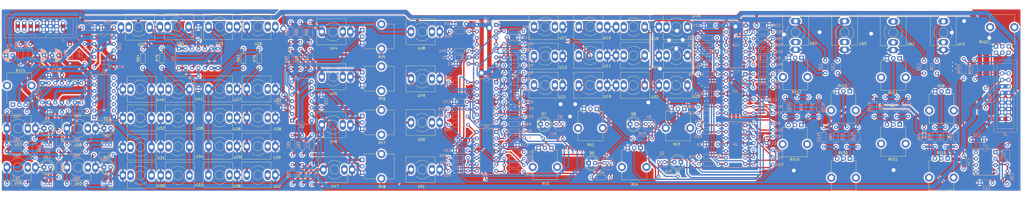
<source format=kicad_pcb>
(kicad_pcb (version 20171130) (host pcbnew "(5.1.10)-1")
  (layers (0 F.Cu signal) (31 B.Cu signal) (34 B.Paste user) (35 F.Paste user) (36 B.SilkS user) (37 F.SilkS user) (38 B.Mask user) (39 F.Mask user) (44 Edge.Cuts user))
  (net 0 "")
  (net 1 GND)
  (net 2 "Net-(C1-Pad1)")
  (net 3 "Net-(C2-Pad1)")
  (net 4 "Net-(C26-Pad1)")
  (net 5 "Net-(C27-Pad1)")
  (net 6 "Net-(C28-Pad2)")
  (net 7 "Net-(C28-Pad1)")
  (net 8 "Net-(C31-Pad1)")
  (net 9 "Net-(C31-Pad2)")
  (net 10 "Net-(C32-Pad2)")
  (net 11 "Net-(C32-Pad1)")
  (net 12 "Net-(C33-Pad1)")
  (net 13 "Net-(C33-Pad2)")
  (net 14 "Net-(C34-Pad1)")
  (net 15 "Net-(C34-Pad2)")
  (net 16 "Net-(D1-Pad1)")
  (net 17 "Net-(D2-Pad1)")
  (net 18 "Net-(D3-Pad1)")
  (net 19 "Net-(D4-Pad1)")
  (net 20 "Net-(D5-Pad2)")
  (net 21 "Net-(D6-Pad2)")
  (net 22 "Net-(D7-Pad2)")
  (net 23 "Net-(D8-Pad2)")
  (net 24 "Net-(D9-Pad2)")
  (net 25 "Net-(D10-Pad2)")
  (net 26 "Net-(D11-Pad2)")
  (net 27 "Net-(D12-Pad2)")
  (net 28 "Net-(J1-Pad13)")
  (net 29 "Net-(J1-Pad15)")
  (net 30 "Net-(Q1-Pad3)")
  (net 31 "Net-(Q1-Pad2)")
  (net 32 "Net-(Q2-Pad3)")
  (net 33 "Net-(Q2-Pad2)")
  (net 34 "Net-(Q3-Pad2)")
  (net 35 "Net-(Q3-Pad3)")
  (net 36 "Net-(Q4-Pad3)")
  (net 37 "Net-(Q4-Pad2)")
  (net 38 "Net-(Q5-Pad2)")
  (net 39 "Net-(Q5-Pad3)")
  (net 40 "Net-(Q6-Pad2)")
  (net 41 "Net-(Q6-Pad3)")
  (net 42 "Net-(Q7-Pad2)")
  (net 43 "Net-(Q7-Pad3)")
  (net 44 "Net-(Q8-Pad3)")
  (net 45 "Net-(Q8-Pad2)")
  (net 46 "Net-(R1-Pad1)")
  (net 47 "Net-(R1-Pad2)")
  (net 48 "Net-(R2-Pad2)")
  (net 49 "Net-(R3-Pad2)")
  (net 50 "Net-(R10-Pad2)")
  (net 51 "Net-(R4-Pad2)")
  (net 52 "Net-(R5-Pad2)")
  (net 53 "Net-(R11-Pad2)")
  (net 54 "Net-(R6-Pad2)")
  (net 55 "Net-(R12-Pad2)")
  (net 56 "Net-(R7-Pad2)")
  (net 57 "Net-(R8-Pad2)")
  (net 58 "Net-(R13-Pad2)")
  (net 59 "Net-(R10-Pad1)")
  (net 60 "Net-(R11-Pad1)")
  (net 61 "Net-(R12-Pad1)")
  (net 62 "Net-(R13-Pad1)")
  (net 63 "Net-(R14-Pad1)")
  (net 64 "Net-(R15-Pad1)")
  (net 65 "Net-(R16-Pad1)")
  (net 66 "Net-(R16-Pad2)")
  (net 67 "Net-(R17-Pad1)")
  (net 68 "Net-(R18-Pad2)")
  (net 69 "Net-(R18-Pad1)")
  (net 70 "Net-(R19-Pad2)")
  (net 71 "Net-(R19-Pad1)")
  (net 72 "Net-(R20-Pad1)")
  (net 73 "Net-(R20-Pad2)")
  (net 74 "Net-(R21-Pad1)")
  (net 75 "Net-(R22-Pad1)")
  (net 76 "Net-(R23-Pad1)")
  (net 77 "Net-(R24-Pad1)")
  (net 78 "Net-(R25-Pad1)")
  (net 79 "Net-(R26-Pad1)")
  (net 80 "Net-(R27-Pad1)")
  (net 81 "Net-(R28-Pad1)")
  (net 82 "Net-(R32-Pad1)")
  (net 83 "Net-(R35-Pad1)")
  (net 84 "Net-(R37-Pad1)")
  (net 85 "Net-(R39-Pad1)")
  (net 86 "Net-(R49-Pad2)")
  (net 87 "Net-(R49-Pad1)")
  (net 88 "Net-(R50-Pad1)")
  (net 89 "Net-(R50-Pad2)")
  (net 90 "Net-(R51-Pad2)")
  (net 91 "Net-(R51-Pad1)")
  (net 92 "Net-(R52-Pad2)")
  (net 93 "Net-(R52-Pad1)")
  (net 94 "Net-(R53-Pad1)")
  (net 95 "Net-(R54-Pad1)")
  (net 96 "Net-(R55-Pad1)")
  (net 97 "Net-(R56-Pad1)")
  (net 98 "Net-(R57-Pad1)")
  (net 99 "Net-(R57-Pad2)")
  (net 100 "Net-(R59-Pad2)")
  (net 101 "Net-(R59-Pad1)")
  (net 102 "Net-(R60-Pad2)")
  (net 103 "Net-(R60-Pad1)")
  (net 104 "Net-(R61-Pad1)")
  (net 105 "Net-(R61-Pad2)")
  (net 106 "Net-(R62-Pad1)")
  (net 107 "Net-(R62-Pad2)")
  (net 108 "Net-(R65-Pad1)")
  (net 109 "Net-(R66-Pad1)")
  (net 110 "Net-(R67-Pad1)")
  (net 111 "Net-(R68-Pad1)")
  (net 112 "Net-(R69-Pad1)")
  (net 113 "Net-(R70-Pad1)")
  (net 114 "Net-(R71-Pad1)")
  (net 115 "Net-(R72-Pad1)")
  (net 116 "Net-(R73-Pad1)")
  (net 117 "Net-(R74-Pad2)")
  (net 118 "Net-(R81-Pad2)")
  (net 119 "Net-(R84-Pad2)")
  (net 120 "Net-(R87-Pad2)")
  (net 121 "Net-(R89-Pad2)")
  (net 122 "Net-(RV5-Pad2)")
  (net 123 "Net-(RV6-Pad2)")
  (net 124 "Net-(RV7-Pad2)")
  (net 125 "Net-(RV8-Pad2)")
  (net 126 "Net-(U24-Pad1)")
  (net 127 "Net-(U23-Pad1)")
  (net 128 "Net-(U25-Pad1)")
  (net 129 "Net-(U26-Pad1)")
  (net 130 "Net-(IC1-Pad3)")
  (net 131 "Net-(IC1-Pad5)")
  (net 132 "Net-(IC1-Pad4)")
  (net 133 "Net-(IC1-Pad6)")
  (net 134 "Net-(U9-Pad11)")
  (net 135 "Net-(U9-Pad3)")
  (net 136 "Net-(U10-Pad11)")
  (net 137 "Net-(U10-Pad3)")
  (net 138 "Net-(U11-Pad2)")
  (net 139 "Net-(U12-Pad2)")
  (net 140 "Net-(U13-Pad2)")
  (net 141 "Net-(U14-Pad2)")
  (net 142 "Net-(U15-Pad2)")
  (net 143 "Net-(U16-Pad2)")
  (net 144 "Net-(U17-Pad2)")
  (net 145 "Net-(U18-Pad2)")
  (net 146 "Net-(U19-Pad2)")
  (net 147 "Net-(U20-Pad2)")
  (net 148 "Net-(U21-Pad2)")
  (net 149 "Net-(U22-Pad2)")
  (net 150 "Net-(U23-Pad2)")
  (net 151 "Net-(U24-Pad2)")
  (net 152 "Net-(U25-Pad2)")
  (net 153 "Net-(U26-Pad2)")
  (net 154 "Net-(U27-Pad2)")
  (net 155 "Net-(U28-Pad2)")
  (net 156 "Net-(U29-Pad2)")
  (net 157 "Net-(U30-Pad2)")
  (net 158 "Net-(U31-Pad2)")
  (net 159 "Net-(U32-Pad2)")
  (net 160 "Net-(U33-Pad2)")
  (net 161 "Net-(U34-Pad2)")
  (net 162 "Net-(U35-Pad2)")
  (net 163 "Net-(U36-Pad2)")
  (net 164 "Net-(U37-Pad2)")
  (net 165 "Net-(U38-Pad2)")
  (net 166 "Net-(U39-Pad2)")
  (net 167 "Net-(U40-Pad2)")
  (net 168 "Net-(U41-Pad2)")
  (net 169 "Net-(U42-Pad2)")
  (net 170 "Net-(U43-Pad2)")
  (net 171 "Net-(U44-Pad2)")
  (net 172 "Net-(U45-Pad2)")
  (net 173 "Net-(U46-Pad2)")
  (net 174 "Net-(U47-Pad2)")
  (net 175 "Net-(U48-Pad2)")
  (net 176 "Net-(U49-Pad2)")
  (net 177 "Net-(U50-Pad2)")
  (net 178 "Net-(U51-Pad2)")
  (net 179 "Net-(U54-Pad2)")
  (net 180 "Net-(U55-Pad2)")
  (net 181 "Net-(IC1-Pad1)")
  (net 182 "Net-(U57-Pad2)")
  (net 183 "Net-(U58-Pad2)")
  (net 184 "Net-(U59-Pad2)")
  (net 185 "Net-(U60-Pad2)")
  (net 186 "Net-(U61-Pad2)")
  (net 187 "Net-(IC1-Pad8)")
  (net 188 "Net-(IC1-Pad9)")
  (net 189 "Net-(IC1-Pad10)")
  (net 190 "Net-(IC1-Pad11)")
  (net 191 "Net-(IC1-Pad12)")
  (net 192 "Net-(IC1-Pad13)")
  (net 193 "Net-(J1-Pad1)")
  (net 194 "Net-(J1-Pad10)")
  (net 195 "Net-(J1-Pad11)")
  (net 196 "Net-(C35-Pad2)")
  (net 197 "Net-(C35-Pad1)")
  (net 198 "Net-(R58-Pad1)")
  (net 199 "Net-(R100-Pad2)")
  (net 200 "Net-(R77-Pad2)")
  (net 201 "Net-(R101-Pad2)")
  (net 202 "Net-(R102-Pad2)")
  (net 203 "Net-(R79-Pad2)")
  (net 204 "Net-(R103-Pad2)")
  (net 205 "Net-(R82-Pad2)")
  (net 206 "Net-(R104-Pad2)")
  (net 207 "Net-(R105-Pad2)")
  (net 208 "Net-(R108-Pad2)")
  (net 209 "Net-(R110-Pad2)")
  (net 210 "Net-(RV15-Pad1)")
  (net 211 5V+)
  (net 212 12V-)
  (net 213 12V+)
  (net 214 "Net-(J2-Pad13)")
  (net 215 "Net-(J2-Pad15)")
  (net 216 "Net-(R63-Pad1)")
  (net 217 "Net-(R63-Pad2)")
  (net 218 "Net-(R64-Pad2)")
  (net 219 "Net-(R64-Pad1)")
  (net 220 "Net-(R75-Pad1)")
  (net 221 "Net-(R75-Pad2)")
  (net 222 "Net-(R76-Pad2)")
  (net 223 "Net-(R76-Pad1)")
  (net 224 "Net-(R96-Pad2)")
  (net 225 "Net-(R97-Pad2)")
  (net 226 "Net-(R98-Pad2)")
  (net 227 "Net-(R99-Pad2)")
  (module Resistor_THT:R_Axial_DIN0204_L3.6mm_D1.6mm_P7.62mm_Horizontal (layer B.Cu) (at 427.5836 79.65694 270)
    (fp_text reference R107 (at 3.81 1.9685 90) (layer B.SilkS) (effects (justify mirror)))
    (fp_text value 39K)
    (pad 1 thru_hole circle (at 0 0 270) (size 1.4 1.4) (drill 0.7) (layers *.Cu *.Mask) (net 197 "Net-(C35-Pad1)"))
    (pad 2 thru_hole oval (at 7.62 0 270) (size 1.4 1.4) (drill 0.7) (layers *.Cu *.Mask) (net 196 "Net-(C35-Pad2)"))
  )
  (module Connector_Audio:PJ-3001_Mono_Phone (layer F.Cu) (at 44.069 62.992)
    (fp_text reference U57 (at -3.81 16.51) (layer F.SilkS))
    (fp_text value PJ-3001f)
    (pad 1 thru_hole oval (at -8.2 10.16) (size 2.5 4) (drill 1.6) (layers *.Cu *.Mask) (net 118 "Net-(R81-Pad2)"))
    (pad 2 thru_hole oval (at 0 10.16) (size 2.5 4) (drill 1.6) (layers *.Cu *.Mask) (net 182 "Net-(U57-Pad2)"))
    (pad 3 thru_hole oval (at 3 10.16) (size 2.5 4) (drill 1.6) (layers *.Cu *.Mask) (net 1 GND))
  )
  (module Package_TO_SOT_THT:TO-92_Inline (layer B.Cu) (at 293.497 86.36 180)
    (fp_text reference Q2 (at 1.27 3.56) (layer B.SilkS) (effects (justify mirror)))
    (fp_text value 2N3904)
    (pad 1 thru_hole rect (at 0 0 180) (size 1.05 1.5) (drill 0.75) (layers *.Cu *.Mask) (net 21 "Net-(D6-Pad2)"))
    (pad 3 thru_hole oval (at 2.54 0 180) (size 1.05 1.5) (drill 0.75) (layers *.Cu *.Mask) (net 32 "Net-(Q2-Pad3)"))
    (pad 2 thru_hole oval (at 1.27 0 180) (size 1.05 1.5) (drill 0.75) (layers *.Cu *.Mask) (net 33 "Net-(Q2-Pad2)"))
  )
  (module Capacitor_THT:C_Disc_D4.3mm_W1.9mm_P5.00mm (layer B.Cu) (at 216.662 47.879 180)
    (fp_text reference C1 (at 7.366 0) (layer B.SilkS) (effects (justify mirror)))
    (fp_text value 4n7)
    (pad 2 thru_hole circle (at 5 0 180) (size 1.6 1.6) (drill 0.8) (layers *.Cu *.Mask) (net 1 GND))
    (pad 1 thru_hole circle (at 0 0 180) (size 1.6 1.6) (drill 0.8) (layers *.Cu *.Mask) (net 2 "Net-(C1-Pad1)"))
  )
  (module Capacitor_THT:C_Disc_D4.3mm_W1.9mm_P5.00mm (layer B.Cu) (at 313.944 48.133 180)
    (fp_text reference C2 (at 6.9215 -0.127) (layer B.SilkS) (effects (justify mirror)))
    (fp_text value 4n7)
    (pad 1 thru_hole circle (at 0 0 180) (size 1.6 1.6) (drill 0.8) (layers *.Cu *.Mask) (net 3 "Net-(C2-Pad1)"))
    (pad 2 thru_hole circle (at 5 0 180) (size 1.6 1.6) (drill 0.8) (layers *.Cu *.Mask) (net 1 GND))
  )
  (module Capacitor_THT:CP_Radial_D5.0mm_P2.50mm (layer B.Cu) (at 38.1 44.577 180)
    (fp_text reference C3 (at 1.25 3.75) (layer B.SilkS) (effects (justify mirror)))
    (fp_text value 10uf)
    (pad 2 thru_hole circle (at 2.5 0 180) (size 1.6 1.6) (drill 0.8) (layers *.Cu *.Mask) (net 1 GND))
    (pad 1 thru_hole rect (at 0 0 180) (size 1.6 1.6) (drill 0.8) (layers *.Cu *.Mask) (net 211 5V+))
  )
  (module Capacitor_THT:CP_Radial_D5.0mm_P2.50mm (layer B.Cu) (at 53.594 44.577)
    (fp_text reference C4 (at 1.25 3.75) (layer B.SilkS) (effects (justify mirror)))
    (fp_text value 10uf)
    (pad 2 thru_hole circle (at 2.5 0) (size 1.6 1.6) (drill 0.8) (layers *.Cu *.Mask) (net 212 12V-))
    (pad 1 thru_hole rect (at 0 0) (size 1.6 1.6) (drill 0.8) (layers *.Cu *.Mask) (net 1 GND))
  )
  (module Capacitor_THT:CP_Radial_D5.0mm_P2.50mm (layer B.Cu) (at 47.879 44.577)
    (fp_text reference C5 (at 1.25 3.75) (layer B.SilkS) (effects (justify mirror)))
    (fp_text value 10uf)
    (pad 1 thru_hole rect (at 0 0) (size 1.6 1.6) (drill 0.8) (layers *.Cu *.Mask) (net 213 12V+))
    (pad 2 thru_hole circle (at 2.5 0) (size 1.6 1.6) (drill 0.8) (layers *.Cu *.Mask) (net 1 GND))
  )
  (module Capacitor_THT:C_Disc_D4.3mm_W1.9mm_P5.00mm (layer B.Cu) (at 314.198 79.375 180)
    (fp_text reference C6 (at 7.3025 -0.127) (layer B.SilkS) (effects (justify mirror)))
    (fp_text value 100nf)
    (pad 1 thru_hole circle (at 0 0 180) (size 1.6 1.6) (drill 0.8) (layers *.Cu *.Mask) (net 212 12V-))
    (pad 2 thru_hole circle (at 5 0 180) (size 1.6 1.6) (drill 0.8) (layers *.Cu *.Mask) (net 1 GND))
  )
  (module Capacitor_THT:C_Disc_D4.3mm_W1.9mm_P5.00mm (layer B.Cu) (at 235.712 60.198 180)
    (fp_text reference C7 (at -2.286 0) (layer B.SilkS) (effects (justify mirror)))
    (fp_text value 100nf)
    (pad 2 thru_hole circle (at 5 0 180) (size 1.6 1.6) (drill 0.8) (layers *.Cu *.Mask) (net 213 12V+))
    (pad 1 thru_hole circle (at 0 0 180) (size 1.6 1.6) (drill 0.8) (layers *.Cu *.Mask) (net 1 GND))
  )
  (module Capacitor_THT:C_Disc_D4.3mm_W1.9mm_P5.00mm (layer B.Cu) (at 57.404 66.802 180)
    (fp_text reference C8 (at 2.3876 -1.9558 180) (layer B.SilkS) (effects (justify mirror)))
    (fp_text value 100nf)
    (pad 2 thru_hole circle (at 5 0 180) (size 1.6 1.6) (drill 0.8) (layers *.Cu *.Mask) (net 1 GND))
    (pad 1 thru_hole circle (at 0 0 180) (size 1.6 1.6) (drill 0.8) (layers *.Cu *.Mask) (net 212 12V-))
  )
  (module Capacitor_THT:C_Disc_D4.3mm_W1.9mm_P5.00mm (layer B.Cu) (at 235.839 79.629 180)
    (fp_text reference C11 (at -2.794 0 180) (layer B.SilkS) (effects (justify mirror)))
    (fp_text value 100nf)
    (pad 2 thru_hole circle (at 5 0 180) (size 1.6 1.6) (drill 0.8) (layers *.Cu *.Mask) (net 213 12V+))
    (pad 1 thru_hole circle (at 0 0 180) (size 1.6 1.6) (drill 0.8) (layers *.Cu *.Mask) (net 1 GND))
  )
  (module Capacitor_THT:C_Disc_D4.3mm_W1.9mm_P5.00mm (layer B.Cu) (at 333.248 61.849 180)
    (fp_text reference C13 (at -2.794 -0.127 180) (layer B.SilkS) (effects (justify mirror)))
    (fp_text value 100nf)
    (pad 1 thru_hole circle (at 0 0 180) (size 1.6 1.6) (drill 0.8) (layers *.Cu *.Mask) (net 1 GND))
    (pad 2 thru_hole circle (at 5 0 180) (size 1.6 1.6) (drill 0.8) (layers *.Cu *.Mask) (net 213 12V+))
  )
  (module Capacitor_THT:C_Disc_D4.3mm_W1.9mm_P5.00mm (layer B.Cu) (at 314.071 59.563 180)
    (fp_text reference C14 (at 7.62 0 180) (layer B.SilkS) (effects (justify mirror)))
    (fp_text value 100nf)
    (pad 2 thru_hole circle (at 5 0 180) (size 1.6 1.6) (drill 0.8) (layers *.Cu *.Mask) (net 1 GND))
    (pad 1 thru_hole circle (at 0 0 180) (size 1.6 1.6) (drill 0.8) (layers *.Cu *.Mask) (net 212 12V-))
  )
  (module Capacitor_THT:C_Disc_D4.3mm_W1.9mm_P5.00mm (layer B.Cu) (at 159.004 64.944 90)
    (fp_text reference C16 (at 2.3965 1.9685 90) (layer B.SilkS) (effects (justify mirror)))
    (fp_text value 100nf)
    (pad 1 thru_hole circle (at 0 0 90) (size 1.6 1.6) (drill 0.8) (layers *.Cu *.Mask) (net 212 12V-))
    (pad 2 thru_hole circle (at 5 0 90) (size 1.6 1.6) (drill 0.8) (layers *.Cu *.Mask) (net 1 GND))
  )
  (module Capacitor_THT:C_Disc_D4.3mm_W1.9mm_P5.00mm (layer B.Cu) (at 333.248 78.867 180)
    (fp_text reference C17 (at -2.4765 -0.127) (layer B.SilkS) (effects (justify mirror)))
    (fp_text value 100nf)
    (pad 1 thru_hole circle (at 0 0 180) (size 1.6 1.6) (drill 0.8) (layers *.Cu *.Mask) (net 1 GND))
    (pad 2 thru_hole circle (at 5 0 180) (size 1.6 1.6) (drill 0.8) (layers *.Cu *.Mask) (net 213 12V+))
  )
  (module Capacitor_THT:C_Disc_D4.3mm_W1.9mm_P5.00mm (layer B.Cu) (at 110.871 33.655 270)
    (fp_text reference C19 (at 2.5 2.2 90) (layer B.SilkS) (effects (justify mirror)))
    (fp_text value 100nf)
    (pad 1 thru_hole circle (at 0 0 270) (size 1.6 1.6) (drill 0.8) (layers *.Cu *.Mask) (net 1 GND))
    (pad 2 thru_hole circle (at 5 0 270) (size 1.6 1.6) (drill 0.8) (layers *.Cu *.Mask) (net 213 12V+))
  )
  (module Capacitor_THT:C_Disc_D4.3mm_W1.9mm_P5.00mm (layer B.Cu) (at 110.871 52.705 270)
    (fp_text reference C20 (at 2.5 2.2 270) (layer B.SilkS) (effects (justify mirror)))
    (fp_text value 100nf)
    (pad 1 thru_hole circle (at 0 0 270) (size 1.6 1.6) (drill 0.8) (layers *.Cu *.Mask) (net 212 12V-))
    (pad 2 thru_hole circle (at 5 0 270) (size 1.6 1.6) (drill 0.8) (layers *.Cu *.Mask) (net 1 GND))
  )
  (module Capacitor_THT:C_Disc_D4.3mm_W1.9mm_P5.00mm (layer B.Cu) (at 216.027 62.738 180)
    (fp_text reference C22 (at 7.9375 0.0635) (layer B.SilkS) (effects (justify mirror)))
    (fp_text value 100nf)
    (pad 2 thru_hole circle (at 5 0 180) (size 1.6 1.6) (drill 0.8) (layers *.Cu *.Mask) (net 1 GND))
    (pad 1 thru_hole circle (at 0 0 180) (size 1.6 1.6) (drill 0.8) (layers *.Cu *.Mask) (net 212 12V-))
  )
  (module Capacitor_THT:C_Disc_D4.3mm_W1.9mm_P5.00mm (layer B.Cu) (at 52.404 52.197)
    (fp_text reference C23 (at 2.46 -1.9685 180) (layer B.SilkS) (effects (justify mirror)))
    (fp_text value 100nf)
    (pad 2 thru_hole circle (at 5 0) (size 1.6 1.6) (drill 0.8) (layers *.Cu *.Mask) (net 213 12V+))
    (pad 1 thru_hole circle (at 0 0) (size 1.6 1.6) (drill 0.8) (layers *.Cu *.Mask) (net 1 GND))
  )
  (module Capacitor_THT:C_Disc_D4.3mm_W1.9mm_P5.00mm (layer B.Cu) (at 216.281 81.788 180)
    (fp_text reference C24 (at 7.9375 0) (layer B.SilkS) (effects (justify mirror)))
    (fp_text value 100nf)
    (pad 1 thru_hole circle (at 0 0 180) (size 1.6 1.6) (drill 0.8) (layers *.Cu *.Mask) (net 212 12V-))
    (pad 2 thru_hole circle (at 5 0 180) (size 1.6 1.6) (drill 0.8) (layers *.Cu *.Mask) (net 1 GND))
  )
  (module Capacitor_THT:C_Disc_D4.3mm_W1.9mm_P5.00mm (layer B.Cu) (at 144.145 65.024 90)
    (fp_text reference C25 (at 2.5 -1.9685 270) (layer B.SilkS) (effects (justify mirror)))
    (fp_text value 100nf)
    (pad 2 thru_hole circle (at 5 0 90) (size 1.6 1.6) (drill 0.8) (layers *.Cu *.Mask) (net 213 12V+))
    (pad 1 thru_hole circle (at 0 0 90) (size 1.6 1.6) (drill 0.8) (layers *.Cu *.Mask) (net 1 GND))
  )
  (module Capacitor_THT:C_Disc_D4.3mm_W1.9mm_P5.00mm (layer B.Cu) (at 77.771 33.655 180)
    (fp_text reference C26 (at 2.5 2.2) (layer B.SilkS) (effects (justify mirror)))
    (fp_text value 10nf)
    (pad 1 thru_hole circle (at 0 0 180) (size 1.6 1.6) (drill 0.8) (layers *.Cu *.Mask) (net 4 "Net-(C26-Pad1)"))
    (pad 2 thru_hole circle (at 5 0 180) (size 1.6 1.6) (drill 0.8) (layers *.Cu *.Mask) (net 1 GND))
  )
  (module Capacitor_THT:C_Disc_D4.3mm_W1.9mm_P5.00mm (layer B.Cu) (at 65.231 33.655)
    (fp_text reference C27 (at 2.5235 -2.159) (layer B.SilkS) (effects (justify mirror)))
    (fp_text value 10nf)
    (pad 2 thru_hole circle (at 5 0) (size 1.6 1.6) (drill 0.8) (layers *.Cu *.Mask) (net 1 GND))
    (pad 1 thru_hole circle (at 0 0) (size 1.6 1.6) (drill 0.8) (layers *.Cu *.Mask) (net 5 "Net-(C27-Pad1)"))
  )
  (module Diode_THT:D_DO-34_SOD68_P7.62mm_Horizontal (layer B.Cu) (at 216.916 45.339 180)
    (fp_text reference D1 (at 9.7155 0) (layer B.SilkS) (effects (justify mirror)))
    (fp_text value BZX55C2V0)
    (fp_text user K (at 0 1.75) (layer B.SilkS) (effects (justify mirror)))
    (pad 2 thru_hole oval (at 7.62 0 180) (size 1.5 1.5) (drill 0.75) (layers *.Cu *.Mask) (net 1 GND))
    (pad 1 thru_hole rect (at 0 0 180) (size 1.5 1.5) (drill 0.75) (layers *.Cu *.Mask) (net 16 "Net-(D1-Pad1)"))
  )
  (module Diode_THT:D_DO-34_SOD68_P7.62mm_Horizontal (layer B.Cu) (at 313.944 43.053 180)
    (fp_text reference D2 (at 9.4615 0.1905) (layer B.SilkS) (effects (justify mirror)))
    (fp_text value BZX55C2V0)
    (fp_text user K (at 0 1.75) (layer B.SilkS) (effects (justify mirror)))
    (pad 1 thru_hole rect (at 0 0 180) (size 1.5 1.5) (drill 0.75) (layers *.Cu *.Mask) (net 17 "Net-(D2-Pad1)"))
    (pad 2 thru_hole oval (at 7.62 0 180) (size 1.5 1.5) (drill 0.75) (layers *.Cu *.Mask) (net 1 GND))
  )
  (module Diode_THT:D_DO-34_SOD68_P7.62mm_Horizontal (layer B.Cu) (at 230.505 45.339)
    (fp_text reference D3 (at 9.398 1.0795) (layer B.SilkS) (effects (justify mirror)))
    (fp_text value BZX55C2V0)
    (fp_text user K (at 0 1.75) (layer B.SilkS) (effects (justify mirror)))
    (pad 2 thru_hole oval (at 7.62 0) (size 1.5 1.5) (drill 0.75) (layers *.Cu *.Mask) (net 1 GND))
    (pad 1 thru_hole rect (at 0 0) (size 1.5 1.5) (drill 0.75) (layers *.Cu *.Mask) (net 18 "Net-(D3-Pad1)"))
  )
  (module Diode_THT:D_DO-34_SOD68_P7.62mm_Horizontal (layer B.Cu) (at 328.168 45.593)
    (fp_text reference D4 (at 9.7155 0.0635) (layer B.SilkS) (effects (justify mirror)))
    (fp_text value BZX55C2V0)
    (fp_text user K (at 0 1.75) (layer B.SilkS) (effects (justify mirror)))
    (pad 1 thru_hole rect (at 0 0) (size 1.5 1.5) (drill 0.75) (layers *.Cu *.Mask) (net 19 "Net-(D4-Pad1)"))
    (pad 2 thru_hole oval (at 7.62 0) (size 1.5 1.5) (drill 0.75) (layers *.Cu *.Mask) (net 1 GND))
  )
  (module LED_THT:LED_D5.0mm (layer F.Cu) (at 263.652 86.741)
    (fp_text reference D5 (at 1.27 -3.96) (layer F.SilkS))
    (fp_text value LED)
    (pad 2 thru_hole circle (at 2.54 0) (size 1.8 1.8) (drill 0.9) (layers *.Cu *.Mask) (net 20 "Net-(D5-Pad2)"))
    (pad 1 thru_hole rect (at 0 0) (size 1.8 1.8) (drill 0.9) (layers *.Cu *.Mask) (net 1 GND))
  )
  (module LED_THT:LED_D5.0mm (layer F.Cu) (at 299.72 86.36 180)
    (fp_text reference D6 (at 1.27 -3.96) (layer F.SilkS))
    (fp_text value LED)
    (pad 1 thru_hole rect (at 0 0 180) (size 1.8 1.8) (drill 0.9) (layers *.Cu *.Mask) (net 1 GND))
    (pad 2 thru_hole circle (at 2.54 0 180) (size 1.8 1.8) (drill 0.9) (layers *.Cu *.Mask) (net 21 "Net-(D6-Pad2)"))
  )
  (module LED_THT:LED_D5.0mm (layer F.Cu) (at 244.856 71.501)
    (fp_text reference D7 (at 1.27 -3.96) (layer F.SilkS))
    (fp_text value LED)
    (pad 2 thru_hole circle (at 2.54 0) (size 1.8 1.8) (drill 0.9) (layers *.Cu *.Mask) (net 22 "Net-(D7-Pad2)"))
    (pad 1 thru_hole rect (at 0 0) (size 1.8 1.8) (drill 0.9) (layers *.Cu *.Mask) (net 1 GND))
  )
  (module LED_THT:LED_D5.0mm (layer F.Cu) (at 279.908 71.501)
    (fp_text reference D8 (at 1.27 -3.96) (layer F.SilkS))
    (fp_text value LED)
    (pad 1 thru_hole rect (at 0 0) (size 1.8 1.8) (drill 0.9) (layers *.Cu *.Mask) (net 1 GND))
    (pad 2 thru_hole circle (at 2.54 0) (size 1.8 1.8) (drill 0.9) (layers *.Cu *.Mask) (net 23 "Net-(D8-Pad2)"))
  )
  (module LED_THT:LED_D5.0mm (layer F.Cu) (at 50.419 73.152)
    (fp_text reference D9 (at 1.27 -3.96) (layer F.SilkS))
    (fp_text value LED)
    (pad 1 thru_hole rect (at 0 0) (size 1.8 1.8) (drill 0.9) (layers *.Cu *.Mask) (net 1 GND))
    (pad 2 thru_hole circle (at 2.54 0) (size 1.8 1.8) (drill 0.9) (layers *.Cu *.Mask) (net 24 "Net-(D9-Pad2)"))
  )
  (module LED_THT:LED_D5.0mm (layer F.Cu) (at 73.914 73.152)
    (fp_text reference D10 (at 1.27 -3.96) (layer F.SilkS))
    (fp_text value LED)
    (pad 2 thru_hole circle (at 2.54 0) (size 1.8 1.8) (drill 0.9) (layers *.Cu *.Mask) (net 25 "Net-(D10-Pad2)"))
    (pad 1 thru_hole rect (at 0 0) (size 1.8 1.8) (drill 0.9) (layers *.Cu *.Mask) (net 1 GND))
  )
  (module LED_THT:LED_D5.0mm (layer F.Cu) (at 50.419 88.392)
    (fp_text reference D11 (at 1.27 -3.96) (layer F.SilkS))
    (fp_text value LED)
    (pad 2 thru_hole circle (at 2.54 0) (size 1.8 1.8) (drill 0.9) (layers *.Cu *.Mask) (net 26 "Net-(D11-Pad2)"))
    (pad 1 thru_hole rect (at 0 0) (size 1.8 1.8) (drill 0.9) (layers *.Cu *.Mask) (net 1 GND))
  )
  (module LED_THT:LED_D5.0mm (layer F.Cu) (at 73.914 88.392)
    (fp_text reference D12 (at 1.27 -3.96) (layer F.SilkS))
    (fp_text value LED)
    (pad 1 thru_hole rect (at 0 0) (size 1.8 1.8) (drill 0.9) (layers *.Cu *.Mask) (net 1 GND))
    (pad 2 thru_hole circle (at 2.54 0) (size 1.8 1.8) (drill 0.9) (layers *.Cu *.Mask) (net 27 "Net-(D12-Pad2)"))
  )
  (module Connector_IDC:IDC-Header_2x08_P2.54mm_Vertical (layer B.Cu) (at 57.912 34.417 90)
    (fp_text reference J1 (at 1.27 6.1 90) (layer B.SilkS) (effects (justify mirror)))
    (fp_text value Conn_01x16_Male)
    (pad 1 thru_hole roundrect (at 0 0 90) (size 1.7 1.7) (drill 1) (layers *.Cu *.Mask) (roundrect_rratio 0.1470588235294118) (net 193 "Net-(J1-Pad1)"))
    (pad 3 thru_hole circle (at 0 -2.54 90) (size 1.7 1.7) (drill 1) (layers *.Cu *.Mask) (net 1 GND))
    (pad 5 thru_hole circle (at 0 -5.08 90) (size 1.7 1.7) (drill 1) (layers *.Cu *.Mask) (net 1 GND))
    (pad 7 thru_hole circle (at 0 -7.62 90) (size 1.7 1.7) (drill 1) (layers *.Cu *.Mask) (net 1 GND))
    (pad 9 thru_hole circle (at 0 -10.16 90) (size 1.7 1.7) (drill 1) (layers *.Cu *.Mask) (net 194 "Net-(J1-Pad10)"))
    (pad 11 thru_hole circle (at 0 -12.7 90) (size 1.7 1.7) (drill 1) (layers *.Cu *.Mask) (net 195 "Net-(J1-Pad11)"))
    (pad 13 thru_hole circle (at 0 -15.24 90) (size 1.7 1.7) (drill 1) (layers *.Cu *.Mask) (net 28 "Net-(J1-Pad13)"))
    (pad 15 thru_hole circle (at 0 -17.78 90) (size 1.7 1.7) (drill 1) (layers *.Cu *.Mask) (net 29 "Net-(J1-Pad15)"))
    (pad 2 thru_hole circle (at 2.54 0 90) (size 1.7 1.7) (drill 1) (layers *.Cu *.Mask) (net 193 "Net-(J1-Pad1)"))
    (pad 4 thru_hole circle (at 2.54 -2.54 90) (size 1.7 1.7) (drill 1) (layers *.Cu *.Mask) (net 1 GND))
    (pad 6 thru_hole circle (at 2.54 -5.08 90) (size 1.7 1.7) (drill 1) (layers *.Cu *.Mask) (net 1 GND))
    (pad 8 thru_hole circle (at 2.54 -7.62 90) (size 1.7 1.7) (drill 1) (layers *.Cu *.Mask) (net 1 GND))
    (pad 10 thru_hole circle (at 2.54 -10.16 90) (size 1.7 1.7) (drill 1) (layers *.Cu *.Mask) (net 194 "Net-(J1-Pad10)"))
    (pad 12 thru_hole circle (at 2.54 -12.7 90) (size 1.7 1.7) (drill 1) (layers *.Cu *.Mask) (net 195 "Net-(J1-Pad11)"))
    (pad 14 thru_hole circle (at 2.54 -15.24 90) (size 1.7 1.7) (drill 1) (layers *.Cu *.Mask) (net 28 "Net-(J1-Pad13)"))
    (pad 16 thru_hole circle (at 2.54 -17.78 90) (size 1.7 1.7) (drill 1) (layers *.Cu *.Mask) (net 29 "Net-(J1-Pad15)"))
  )
  (module Package_TO_SOT_THT:TO-92_Inline (layer B.Cu) (at 269.748 86.741)
    (fp_text reference Q1 (at 1.2065 -3.175) (layer B.SilkS) (effects (justify mirror)))
    (fp_text value 2N3904)
    (pad 1 thru_hole rect (at 0 0) (size 1.05 1.5) (drill 0.75) (layers *.Cu *.Mask) (net 20 "Net-(D5-Pad2)"))
    (pad 3 thru_hole oval (at 2.54 0) (size 1.05 1.5) (drill 0.75) (layers *.Cu *.Mask) (net 30 "Net-(Q1-Pad3)"))
    (pad 2 thru_hole oval (at 1.27 0) (size 1.05 1.5) (drill 0.75) (layers *.Cu *.Mask) (net 31 "Net-(Q1-Pad2)"))
  )
  (module Package_TO_SOT_THT:TO-92_Inline (layer B.Cu) (at 250.952 71.501)
    (fp_text reference Q3 (at 1.4605 -2.9845) (layer B.SilkS) (effects (justify mirror)))
    (fp_text value 2N3904)
    (pad 2 thru_hole oval (at 1.27 0) (size 1.05 1.5) (drill 0.75) (layers *.Cu *.Mask) (net 34 "Net-(Q3-Pad2)"))
    (pad 3 thru_hole oval (at 2.54 0) (size 1.05 1.5) (drill 0.75) (layers *.Cu *.Mask) (net 35 "Net-(Q3-Pad3)"))
    (pad 1 thru_hole rect (at 0 0) (size 1.05 1.5) (drill 0.75) (layers *.Cu *.Mask) (net 22 "Net-(D7-Pad2)"))
  )
  (module Package_TO_SOT_THT:TO-92_Inline (layer B.Cu) (at 286.004 71.501)
    (fp_text reference Q4 (at 1.2065 -2.921) (layer B.SilkS) (effects (justify mirror)))
    (fp_text value 2N3904)
    (pad 1 thru_hole rect (at 0 0) (size 1.05 1.5) (drill 0.75) (layers *.Cu *.Mask) (net 23 "Net-(D8-Pad2)"))
    (pad 3 thru_hole oval (at 2.54 0) (size 1.05 1.5) (drill 0.75) (layers *.Cu *.Mask) (net 36 "Net-(Q4-Pad3)"))
    (pad 2 thru_hole oval (at 1.27 0) (size 1.05 1.5) (drill 0.75) (layers *.Cu *.Mask) (net 37 "Net-(Q4-Pad2)"))
  )
  (module Package_TO_SOT_THT:TO-92_Inline (layer B.Cu) (at 52.959 79.502 180)
    (fp_text reference Q5 (at 1.0795 -2.8575) (layer B.SilkS) (effects (justify mirror)))
    (fp_text value 2N3904)
    (pad 2 thru_hole oval (at 1.27 0 180) (size 1.05 1.5) (drill 0.75) (layers *.Cu *.Mask) (net 38 "Net-(Q5-Pad2)"))
    (pad 3 thru_hole oval (at 2.54 0 180) (size 1.05 1.5) (drill 0.75) (layers *.Cu *.Mask) (net 39 "Net-(Q5-Pad3)"))
    (pad 1 thru_hole rect (at 0 0 180) (size 1.05 1.5) (drill 0.75) (layers *.Cu *.Mask) (net 24 "Net-(D9-Pad2)"))
  )
  (module Package_TO_SOT_THT:TO-92_Inline (layer B.Cu) (at 76.454 79.502 180)
    (fp_text reference Q6 (at 1.27 3.56) (layer B.SilkS) (effects (justify mirror)))
    (fp_text value 2N3904)
    (pad 2 thru_hole oval (at 1.27 0 180) (size 1.05 1.5) (drill 0.75) (layers *.Cu *.Mask) (net 40 "Net-(Q6-Pad2)"))
    (pad 3 thru_hole oval (at 2.54 0 180) (size 1.05 1.5) (drill 0.75) (layers *.Cu *.Mask) (net 41 "Net-(Q6-Pad3)"))
    (pad 1 thru_hole rect (at 0 0 180) (size 1.05 1.5) (drill 0.75) (layers *.Cu *.Mask) (net 25 "Net-(D10-Pad2)"))
  )
  (module Package_TO_SOT_THT:TO-92_Inline (layer B.Cu) (at 52.959 94.742 180)
    (fp_text reference Q7 (at 1.397 3.81) (layer B.SilkS) (effects (justify mirror)))
    (fp_text value 2N3904)
    (pad 2 thru_hole oval (at 1.27 0 180) (size 1.05 1.5) (drill 0.75) (layers *.Cu *.Mask) (net 42 "Net-(Q7-Pad2)"))
    (pad 3 thru_hole oval (at 2.54 0 180) (size 1.05 1.5) (drill 0.75) (layers *.Cu *.Mask) (net 43 "Net-(Q7-Pad3)"))
    (pad 1 thru_hole rect (at 0 0 180) (size 1.05 1.5) (drill 0.75) (layers *.Cu *.Mask) (net 26 "Net-(D11-Pad2)"))
  )
  (module Package_TO_SOT_THT:TO-92_Inline (layer B.Cu) (at 76.454 94.742 180)
    (fp_text reference Q8 (at 1.2065 3.81) (layer B.SilkS) (effects (justify mirror)))
    (fp_text value 2N3904)
    (pad 1 thru_hole rect (at 0 0 180) (size 1.05 1.5) (drill 0.75) (layers *.Cu *.Mask) (net 27 "Net-(D12-Pad2)"))
    (pad 3 thru_hole oval (at 2.54 0 180) (size 1.05 1.5) (drill 0.75) (layers *.Cu *.Mask) (net 44 "Net-(Q8-Pad3)"))
    (pad 2 thru_hole oval (at 1.27 0 180) (size 1.05 1.5) (drill 0.75) (layers *.Cu *.Mask) (net 45 "Net-(Q8-Pad2)"))
  )
  (module Resistor_THT:R_Axial_DIN0204_L3.6mm_D1.6mm_P7.62mm_Horizontal (layer B.Cu) (at 230.759 76.835)
    (fp_text reference R1 (at 9.398 0.0635) (layer B.SilkS) (effects (justify mirror)))
    (fp_text value 100k)
    (pad 1 thru_hole circle (at 0 0) (size 1.4 1.4) (drill 0.7) (layers *.Cu *.Mask) (net 46 "Net-(R1-Pad1)"))
    (pad 2 thru_hole oval (at 7.62 0) (size 1.4 1.4) (drill 0.7) (layers *.Cu *.Mask) (net 47 "Net-(R1-Pad2)"))
  )
  (module Resistor_THT:R_Axial_DIN0204_L3.6mm_D1.6mm_P7.62mm_Horizontal (layer B.Cu) (at 230.759 74.295)
    (fp_text reference R2 (at 9.5885 -0.127) (layer B.SilkS) (effects (justify mirror)))
    (fp_text value 220K)
    (pad 2 thru_hole oval (at 7.62 0) (size 1.4 1.4) (drill 0.7) (layers *.Cu *.Mask) (net 48 "Net-(R2-Pad2)"))
    (pad 1 thru_hole circle (at 0 0) (size 1.4 1.4) (drill 0.7) (layers *.Cu *.Mask) (net 46 "Net-(R1-Pad1)"))
  )
  (module Resistor_THT:R_Axial_DIN0204_L3.6mm_D1.6mm_P7.62mm_Horizontal (layer B.Cu) (at 328.168 76.327)
    (fp_text reference R3 (at 9.8425 -0.0635) (layer B.SilkS) (effects (justify mirror)))
    (fp_text value 100k)
    (pad 2 thru_hole oval (at 7.62 0) (size 1.4 1.4) (drill 0.7) (layers *.Cu *.Mask) (net 49 "Net-(R3-Pad2)"))
    (pad 1 thru_hole circle (at 0 0) (size 1.4 1.4) (drill 0.7) (layers *.Cu *.Mask) (net 50 "Net-(R10-Pad2)"))
  )
  (module Resistor_THT:R_Axial_DIN0204_L3.6mm_D1.6mm_P7.62mm_Horizontal (layer B.Cu) (at 328.168 71.247)
    (fp_text reference R4 (at 9.652 -0.0635) (layer B.SilkS) (effects (justify mirror)))
    (fp_text value 220K)
    (pad 1 thru_hole circle (at 0 0) (size 1.4 1.4) (drill 0.7) (layers *.Cu *.Mask) (net 50 "Net-(R10-Pad2)"))
    (pad 2 thru_hole oval (at 7.62 0) (size 1.4 1.4) (drill 0.7) (layers *.Cu *.Mask) (net 51 "Net-(R4-Pad2)"))
  )
  (module Resistor_THT:R_Axial_DIN0204_L3.6mm_D1.6mm_P7.62mm_Horizontal (layer B.Cu) (at 230.632 54.102)
    (fp_text reference R5 (at 9.5885 -0.1905) (layer B.SilkS) (effects (justify mirror)))
    (fp_text value 100k)
    (pad 2 thru_hole oval (at 7.62 0) (size 1.4 1.4) (drill 0.7) (layers *.Cu *.Mask) (net 52 "Net-(R5-Pad2)"))
    (pad 1 thru_hole circle (at 0 0) (size 1.4 1.4) (drill 0.7) (layers *.Cu *.Mask) (net 53 "Net-(R11-Pad2)"))
  )
  (module Resistor_THT:R_Axial_DIN0204_L3.6mm_D1.6mm_P7.62mm_Horizontal (layer B.Cu) (at 230.632 57.15)
    (fp_text reference R6 (at 9.3345 1.0795) (layer B.SilkS) (effects (justify mirror)))
    (fp_text value 220K)
    (pad 2 thru_hole oval (at 7.62 0) (size 1.4 1.4) (drill 0.7) (layers *.Cu *.Mask) (net 54 "Net-(R6-Pad2)"))
    (pad 1 thru_hole circle (at 0 0) (size 1.4 1.4) (drill 0.7) (layers *.Cu *.Mask) (net 53 "Net-(R11-Pad2)"))
  )
  (module Resistor_THT:R_Axial_DIN0204_L3.6mm_D1.6mm_P7.62mm_Horizontal (layer B.Cu) (at 328.168 57.023)
    (fp_text reference R7 (at 9.5885 0.0635) (layer B.SilkS) (effects (justify mirror)))
    (fp_text value 100k)
    (pad 1 thru_hole circle (at 0 0) (size 1.4 1.4) (drill 0.7) (layers *.Cu *.Mask) (net 55 "Net-(R12-Pad2)"))
    (pad 2 thru_hole oval (at 7.62 0) (size 1.4 1.4) (drill 0.7) (layers *.Cu *.Mask) (net 56 "Net-(R7-Pad2)"))
  )
  (module Resistor_THT:R_Axial_DIN0204_L3.6mm_D1.6mm_P7.62mm_Horizontal (layer B.Cu) (at 328.168 54.483)
    (fp_text reference R8 (at 9.398 0.508) (layer B.SilkS) (effects (justify mirror)))
    (fp_text value 220K)
    (pad 2 thru_hole oval (at 7.62 0) (size 1.4 1.4) (drill 0.7) (layers *.Cu *.Mask) (net 57 "Net-(R8-Pad2)"))
    (pad 1 thru_hole circle (at 0 0) (size 1.4 1.4) (drill 0.7) (layers *.Cu *.Mask) (net 55 "Net-(R12-Pad2)"))
  )
  (module Resistor_THT:R_Axial_DIN0204_L3.6mm_D1.6mm_P7.62mm_Horizontal (layer B.Cu) (at 230.632 71.501)
    (fp_text reference R9 (at 9.5885 0.0635) (layer B.SilkS) (effects (justify mirror)))
    (fp_text value 100k)
    (pad 1 thru_hole circle (at 0 0) (size 1.4 1.4) (drill 0.7) (layers *.Cu *.Mask) (net 58 "Net-(R13-Pad2)"))
    (pad 2 thru_hole oval (at 7.62 0) (size 1.4 1.4) (drill 0.7) (layers *.Cu *.Mask) (net 46 "Net-(R1-Pad1)"))
  )
  (module Resistor_THT:R_Axial_DIN0204_L3.6mm_D1.6mm_P7.62mm_Horizontal (layer B.Cu) (at 328.168 73.787)
    (fp_text reference R10 (at 10.0965 0.0635) (layer B.SilkS) (effects (justify mirror)))
    (fp_text value 100k)
    (pad 2 thru_hole oval (at 7.62 0) (size 1.4 1.4) (drill 0.7) (layers *.Cu *.Mask) (net 50 "Net-(R10-Pad2)"))
    (pad 1 thru_hole circle (at 0 0) (size 1.4 1.4) (drill 0.7) (layers *.Cu *.Mask) (net 59 "Net-(R10-Pad1)"))
  )
  (module Resistor_THT:R_Axial_DIN0204_L3.6mm_D1.6mm_P7.62mm_Horizontal (layer B.Cu) (at 230.632 48.514)
    (fp_text reference R11 (at 9.906 0.0635) (layer B.SilkS) (effects (justify mirror)))
    (fp_text value 100k)
    (pad 2 thru_hole oval (at 7.62 0) (size 1.4 1.4) (drill 0.7) (layers *.Cu *.Mask) (net 53 "Net-(R11-Pad2)"))
    (pad 1 thru_hole circle (at 0 0) (size 1.4 1.4) (drill 0.7) (layers *.Cu *.Mask) (net 60 "Net-(R11-Pad1)"))
  )
  (module Resistor_THT:R_Axial_DIN0204_L3.6mm_D1.6mm_P7.62mm_Horizontal (layer B.Cu) (at 328.168 51.943)
    (fp_text reference R12 (at 9.652 -1.27) (layer B.SilkS) (effects (justify mirror)))
    (fp_text value 100k)
    (pad 1 thru_hole circle (at 0 0) (size 1.4 1.4) (drill 0.7) (layers *.Cu *.Mask) (net 61 "Net-(R12-Pad1)"))
    (pad 2 thru_hole oval (at 7.62 0) (size 1.4 1.4) (drill 0.7) (layers *.Cu *.Mask) (net 55 "Net-(R12-Pad2)"))
  )
  (module Resistor_THT:R_Axial_DIN0204_L3.6mm_D1.6mm_P7.62mm_Horizontal (layer B.Cu) (at 230.632 82.423)
    (fp_text reference R13 (at 10.033 0.0635) (layer B.SilkS) (effects (justify mirror)))
    (fp_text value 100k)
    (pad 1 thru_hole circle (at 0 0) (size 1.4 1.4) (drill 0.7) (layers *.Cu *.Mask) (net 62 "Net-(R13-Pad1)"))
    (pad 2 thru_hole oval (at 7.62 0) (size 1.4 1.4) (drill 0.7) (layers *.Cu *.Mask) (net 58 "Net-(R13-Pad2)"))
  )
  (module Resistor_THT:R_Axial_DIN0204_L3.6mm_D1.6mm_P7.62mm_Horizontal (layer B.Cu) (at 328.168 84.455)
    (fp_text reference R14 (at 10.16 0.127) (layer B.SilkS) (effects (justify mirror)))
    (fp_text value 100k)
    (pad 2 thru_hole oval (at 7.62 0) (size 1.4 1.4) (drill 0.7) (layers *.Cu *.Mask) (net 59 "Net-(R10-Pad1)"))
    (pad 1 thru_hole circle (at 0 0) (size 1.4 1.4) (drill 0.7) (layers *.Cu *.Mask) (net 63 "Net-(R14-Pad1)"))
  )
  (module Resistor_THT:R_Axial_DIN0204_L3.6mm_D1.6mm_P7.62mm_Horizontal (layer B.Cu) (at 238.252 51.308 180)
    (fp_text reference R15 (at -2.286 -0.127) (layer B.SilkS) (effects (justify mirror)))
    (fp_text value 100k)
    (pad 2 thru_hole oval (at 7.62 0 180) (size 1.4 1.4) (drill 0.7) (layers *.Cu *.Mask) (net 60 "Net-(R11-Pad1)"))
    (pad 1 thru_hole circle (at 0 0 180) (size 1.4 1.4) (drill 0.7) (layers *.Cu *.Mask) (net 64 "Net-(R15-Pad1)"))
  )
  (module Resistor_THT:R_Axial_DIN0204_L3.6mm_D1.6mm_P7.62mm_Horizontal (layer B.Cu) (at 216.408 84.709 180)
    (fp_text reference R16 (at 9.8425 0.889) (layer B.SilkS) (effects (justify mirror)))
    (fp_text value 100k)
    (pad 1 thru_hole circle (at 0 0 180) (size 1.4 1.4) (drill 0.7) (layers *.Cu *.Mask) (net 65 "Net-(R16-Pad1)"))
    (pad 2 thru_hole oval (at 7.62 0 180) (size 1.4 1.4) (drill 0.7) (layers *.Cu *.Mask) (net 66 "Net-(R16-Pad2)"))
  )
  (module Resistor_THT:R_Axial_DIN0204_L3.6mm_D1.6mm_P7.62mm_Horizontal (layer B.Cu) (at 328.168 64.643)
    (fp_text reference R17 (at 9.906 0.0635) (layer B.SilkS) (effects (justify mirror)))
    (fp_text value 100k)
    (pad 1 thru_hole circle (at 0 0) (size 1.4 1.4) (drill 0.7) (layers *.Cu *.Mask) (net 67 "Net-(R17-Pad1)"))
    (pad 2 thru_hole oval (at 7.62 0) (size 1.4 1.4) (drill 0.7) (layers *.Cu *.Mask) (net 61 "Net-(R12-Pad1)"))
  )
  (module Resistor_THT:R_Axial_DIN0204_L3.6mm_D1.6mm_P7.62mm_Horizontal (layer B.Cu) (at 314.452 84.201 180)
    (fp_text reference R18 (at 10.0965 0) (layer B.SilkS) (effects (justify mirror)))
    (fp_text value 100k)
    (pad 2 thru_hole oval (at 7.62 0 180) (size 1.4 1.4) (drill 0.7) (layers *.Cu *.Mask) (net 68 "Net-(R18-Pad2)"))
    (pad 1 thru_hole circle (at 0 0 180) (size 1.4 1.4) (drill 0.7) (layers *.Cu *.Mask) (net 69 "Net-(R18-Pad1)"))
  )
  (module Resistor_THT:R_Axial_DIN0204_L3.6mm_D1.6mm_P7.62mm_Horizontal (layer B.Cu) (at 216.154 65.659 180)
    (fp_text reference R19 (at 9.9695 0) (layer B.SilkS) (effects (justify mirror)))
    (fp_text value 100k)
    (pad 2 thru_hole oval (at 7.62 0 180) (size 1.4 1.4) (drill 0.7) (layers *.Cu *.Mask) (net 70 "Net-(R19-Pad2)"))
    (pad 1 thru_hole circle (at 0 0 180) (size 1.4 1.4) (drill 0.7) (layers *.Cu *.Mask) (net 71 "Net-(R19-Pad1)"))
  )
  (module Resistor_THT:R_Axial_DIN0204_L3.6mm_D1.6mm_P7.62mm_Horizontal (layer B.Cu) (at 314.198 64.643 180)
    (fp_text reference R20 (at 10.033 -0.0635) (layer B.SilkS) (effects (justify mirror)))
    (fp_text value 100k)
    (pad 1 thru_hole circle (at 0 0 180) (size 1.4 1.4) (drill 0.7) (layers *.Cu *.Mask) (net 72 "Net-(R20-Pad1)"))
    (pad 2 thru_hole oval (at 7.62 0 180) (size 1.4 1.4) (drill 0.7) (layers *.Cu *.Mask) (net 73 "Net-(R20-Pad2)"))
  )
  (module Resistor_THT:R_Axial_DIN0204_L3.6mm_D1.6mm_P7.62mm_Horizontal (layer B.Cu) (at 208.788 87.376)
    (fp_text reference R21 (at -2.159 -0.8255) (layer B.SilkS) (effects (justify mirror)))
    (fp_text value 100k)
    (pad 2 thru_hole oval (at 7.62 0) (size 1.4 1.4) (drill 0.7) (layers *.Cu *.Mask) (net 65 "Net-(R16-Pad1)"))
    (pad 1 thru_hole circle (at 0 0) (size 1.4 1.4) (drill 0.7) (layers *.Cu *.Mask) (net 74 "Net-(R21-Pad1)"))
  )
  (module Resistor_THT:R_Axial_DIN0204_L3.6mm_D1.6mm_P7.62mm_Horizontal (layer B.Cu) (at 314.452 86.995 180)
    (fp_text reference R22 (at 10.16 0) (layer B.SilkS) (effects (justify mirror)))
    (fp_text value 100k)
    (pad 1 thru_hole circle (at 0 0 180) (size 1.4 1.4) (drill 0.7) (layers *.Cu *.Mask) (net 75 "Net-(R22-Pad1)"))
    (pad 2 thru_hole oval (at 7.62 0 180) (size 1.4 1.4) (drill 0.7) (layers *.Cu *.Mask) (net 69 "Net-(R18-Pad1)"))
  )
  (module Resistor_THT:R_Axial_DIN0204_L3.6mm_D1.6mm_P7.62mm_Horizontal (layer B.Cu) (at 216.154 68.453 180)
    (fp_text reference R23 (at 9.9695 0.4445) (layer B.SilkS) (effects (justify mirror)))
    (fp_text value 100k)
    (pad 1 thru_hole circle (at 0 0 180) (size 1.4 1.4) (drill 0.7) (layers *.Cu *.Mask) (net 76 "Net-(R23-Pad1)"))
    (pad 2 thru_hole oval (at 7.62 0 180) (size 1.4 1.4) (drill 0.7) (layers *.Cu *.Mask) (net 71 "Net-(R19-Pad1)"))
  )
  (module Resistor_THT:R_Axial_DIN0204_L3.6mm_D1.6mm_P7.62mm_Horizontal (layer B.Cu) (at 314.198 67.183 180)
    (fp_text reference R24 (at 10.2235 -0.0635) (layer B.SilkS) (effects (justify mirror)))
    (fp_text value 100k)
    (pad 2 thru_hole oval (at 7.62 0 180) (size 1.4 1.4) (drill 0.7) (layers *.Cu *.Mask) (net 72 "Net-(R20-Pad1)"))
    (pad 1 thru_hole circle (at 0 0 180) (size 1.4 1.4) (drill 0.7) (layers *.Cu *.Mask) (net 77 "Net-(R24-Pad1)"))
  )
  (module Resistor_THT:R_Axial_DIN0204_L3.6mm_D1.6mm_P7.62mm_Horizontal (layer B.Cu) (at 230.632 87.503)
    (fp_text reference R25 (at 10.0965 -1.651) (layer B.SilkS) (effects (justify mirror)))
    (fp_text value 100k)
    (pad 2 thru_hole oval (at 7.62 0) (size 1.4 1.4) (drill 0.7) (layers *.Cu *.Mask) (net 62 "Net-(R13-Pad1)"))
    (pad 1 thru_hole circle (at 0 0) (size 1.4 1.4) (drill 0.7) (layers *.Cu *.Mask) (net 78 "Net-(R25-Pad1)"))
  )
  (module Resistor_THT:R_Axial_DIN0204_L3.6mm_D1.6mm_P7.62mm_Horizontal (layer B.Cu) (at 335.788 81.661 180)
    (fp_text reference R26 (at -2.413 -0.254) (layer B.SilkS) (effects (justify mirror)))
    (fp_text value 100k)
    (pad 1 thru_hole circle (at 0 0 180) (size 1.4 1.4) (drill 0.7) (layers *.Cu *.Mask) (net 79 "Net-(R26-Pad1)"))
    (pad 2 thru_hole oval (at 7.62 0 180) (size 1.4 1.4) (drill 0.7) (layers *.Cu *.Mask) (net 63 "Net-(R14-Pad1)"))
  )
  (module Resistor_THT:R_Axial_DIN0204_L3.6mm_D1.6mm_P7.62mm_Horizontal (layer B.Cu) (at 230.632 68.453)
    (fp_text reference R27 (at 9.9695 0.0635) (layer B.SilkS) (effects (justify mirror)))
    (fp_text value 100k)
    (pad 1 thru_hole circle (at 0 0) (size 1.4 1.4) (drill 0.7) (layers *.Cu *.Mask) (net 80 "Net-(R27-Pad1)"))
    (pad 2 thru_hole oval (at 7.62 0) (size 1.4 1.4) (drill 0.7) (layers *.Cu *.Mask) (net 64 "Net-(R15-Pad1)"))
  )
  (module Resistor_THT:R_Axial_DIN0204_L3.6mm_D1.6mm_P7.62mm_Horizontal (layer B.Cu) (at 328.168 67.183)
    (fp_text reference R28 (at 9.906 0) (layer B.SilkS) (effects (justify mirror)))
    (fp_text value 100k)
    (pad 2 thru_hole oval (at 7.62 0) (size 1.4 1.4) (drill 0.7) (layers *.Cu *.Mask) (net 67 "Net-(R17-Pad1)"))
    (pad 1 thru_hole circle (at 0 0) (size 1.4 1.4) (drill 0.7) (layers *.Cu *.Mask) (net 81 "Net-(R28-Pad1)"))
  )
  (module Resistor_THT:R_Axial_DIN0204_L3.6mm_D1.6mm_P7.62mm_Horizontal (layer B.Cu) (at 238.252 90.043 180)
    (fp_text reference R29 (at -2.3495 -0.9525) (layer B.SilkS) (effects (justify mirror)))
    (fp_text value 100k)
    (pad 2 thru_hole oval (at 7.62 0 180) (size 1.4 1.4) (drill 0.7) (layers *.Cu *.Mask) (net 78 "Net-(R25-Pad1)"))
    (pad 1 thru_hole circle (at 0 0 180) (size 1.4 1.4) (drill 0.7) (layers *.Cu *.Mask) (net 31 "Net-(Q1-Pad2)"))
  )
  (module Resistor_THT:R_Axial_DIN0204_L3.6mm_D1.6mm_P7.62mm_Horizontal (layer B.Cu) (at 335.788 87.249 180)
    (fp_text reference R30 (at -2.7305 -0.127) (layer B.SilkS) (effects (justify mirror)))
    (fp_text value 100k)
    (pad 1 thru_hole circle (at 0 0 180) (size 1.4 1.4) (drill 0.7) (layers *.Cu *.Mask) (net 33 "Net-(Q2-Pad2)"))
    (pad 2 thru_hole oval (at 7.62 0 180) (size 1.4 1.4) (drill 0.7) (layers *.Cu *.Mask) (net 79 "Net-(R26-Pad1)"))
  )
  (module Resistor_THT:R_Axial_DIN0204_L3.6mm_D1.6mm_P7.62mm_Horizontal (layer B.Cu) (at 238.252 62.865 180)
    (fp_text reference R31 (at -2.286 -0.0635) (layer B.SilkS) (effects (justify mirror)))
    (fp_text value 100k)
    (pad 1 thru_hole circle (at 0 0 180) (size 1.4 1.4) (drill 0.7) (layers *.Cu *.Mask) (net 34 "Net-(Q3-Pad2)"))
    (pad 2 thru_hole oval (at 7.62 0 180) (size 1.4 1.4) (drill 0.7) (layers *.Cu *.Mask) (net 80 "Net-(R27-Pad1)"))
  )
  (module Resistor_THT:R_Axial_DIN0204_L3.6mm_D1.6mm_P7.62mm_Horizontal (layer B.Cu) (at 238.252 84.963 180)
    (fp_text reference R32 (at -2.3495 0.6985) (layer B.SilkS) (effects (justify mirror)))
    (fp_text value 20K)
    (pad 2 thru_hole oval (at 7.62 0 180) (size 1.4 1.4) (drill 0.7) (layers *.Cu *.Mask) (net 78 "Net-(R25-Pad1)"))
    (pad 1 thru_hole circle (at 0 0 180) (size 1.4 1.4) (drill 0.7) (layers *.Cu *.Mask) (net 82 "Net-(R32-Pad1)"))
  )
  (module Resistor_THT:R_Axial_DIN0204_L3.6mm_D1.6mm_P7.62mm_Horizontal (layer B.Cu) (at 208.788 89.789)
    (fp_text reference R33 (at -0.508 1.778) (layer B.SilkS) (effects (justify mirror)))
    (fp_text value 47K)
    (pad 1 thru_hole circle (at 0 0) (size 1.4 1.4) (drill 0.7) (layers *.Cu *.Mask) (net 16 "Net-(D1-Pad1)"))
    (pad 2 thru_hole oval (at 7.62 0) (size 1.4 1.4) (drill 0.7) (layers *.Cu *.Mask) (net 74 "Net-(R21-Pad1)"))
  )
  (module Resistor_THT:R_Axial_DIN0204_L3.6mm_D1.6mm_P7.62mm_Horizontal (layer B.Cu) (at 335.788 37.973 180)
    (fp_text reference R34 (at -2.6035 0) (layer B.SilkS) (effects (justify mirror)))
    (fp_text value 100k)
    (pad 2 thru_hole oval (at 7.62 0 180) (size 1.4 1.4) (drill 0.7) (layers *.Cu *.Mask) (net 81 "Net-(R28-Pad1)"))
    (pad 1 thru_hole circle (at 0 0 180) (size 1.4 1.4) (drill 0.7) (layers *.Cu *.Mask) (net 37 "Net-(Q4-Pad2)"))
  )
  (module Resistor_THT:R_Axial_DIN0204_L3.6mm_D1.6mm_P7.62mm_Horizontal (layer B.Cu) (at 313.944 37.719 180)
    (fp_text reference R35 (at 10.16 0.0635) (layer B.SilkS) (effects (justify mirror)))
    (fp_text value 20K)
    (pad 2 thru_hole oval (at 7.62 0 180) (size 1.4 1.4) (drill 0.7) (layers *.Cu *.Mask) (net 79 "Net-(R26-Pad1)"))
    (pad 1 thru_hole circle (at 0 0 180) (size 1.4 1.4) (drill 0.7) (layers *.Cu *.Mask) (net 83 "Net-(R35-Pad1)"))
  )
  (module Resistor_THT:R_Axial_DIN0204_L3.6mm_D1.6mm_P7.62mm_Horizontal (layer B.Cu) (at 313.944 45.593 180)
    (fp_text reference R36 (at 9.3345 -1.524) (layer B.SilkS) (effects (justify mirror)))
    (fp_text value 47K)
    (pad 2 thru_hole oval (at 7.62 0 180) (size 1.4 1.4) (drill 0.7) (layers *.Cu *.Mask) (net 75 "Net-(R22-Pad1)"))
    (pad 1 thru_hole circle (at 0 0 180) (size 1.4 1.4) (drill 0.7) (layers *.Cu *.Mask) (net 17 "Net-(D2-Pad1)"))
  )
  (module Resistor_THT:R_Axial_DIN0204_L3.6mm_D1.6mm_P7.62mm_Horizontal (layer B.Cu) (at 238.252 65.405 180)
    (fp_text reference R37 (at -2.413 -0.0635) (layer B.SilkS) (effects (justify mirror)))
    (fp_text value 20K)
    (pad 2 thru_hole oval (at 7.62 0 180) (size 1.4 1.4) (drill 0.7) (layers *.Cu *.Mask) (net 80 "Net-(R27-Pad1)"))
    (pad 1 thru_hole circle (at 0 0 180) (size 1.4 1.4) (drill 0.7) (layers *.Cu *.Mask) (net 84 "Net-(R37-Pad1)"))
  )
  (module Resistor_THT:R_Axial_DIN0204_L3.6mm_D1.6mm_P7.62mm_Horizontal (layer B.Cu) (at 230.505 42.672)
    (fp_text reference R38 (at 9.906 -0.3175) (layer B.SilkS) (effects (justify mirror)))
    (fp_text value 47K)
    (pad 1 thru_hole circle (at 0 0) (size 1.4 1.4) (drill 0.7) (layers *.Cu *.Mask) (net 18 "Net-(D3-Pad1)"))
    (pad 2 thru_hole oval (at 7.62 0) (size 1.4 1.4) (drill 0.7) (layers *.Cu *.Mask) (net 76 "Net-(R23-Pad1)"))
  )
  (module Resistor_THT:R_Axial_DIN0204_L3.6mm_D1.6mm_P7.62mm_Horizontal (layer B.Cu) (at 328.168 40.513)
    (fp_text reference R39 (at 10.16 0) (layer B.SilkS) (effects (justify mirror)))
    (fp_text value 20K)
    (pad 1 thru_hole circle (at 0 0) (size 1.4 1.4) (drill 0.7) (layers *.Cu *.Mask) (net 85 "Net-(R39-Pad1)"))
    (pad 2 thru_hole oval (at 7.62 0) (size 1.4 1.4) (drill 0.7) (layers *.Cu *.Mask) (net 81 "Net-(R28-Pad1)"))
  )
  (module Resistor_THT:R_Axial_DIN0204_L3.6mm_D1.6mm_P7.62mm_Horizontal (layer B.Cu) (at 328.168 48.133)
    (fp_text reference R40 (at 10.0965 0.0635) (layer B.SilkS) (effects (justify mirror)))
    (fp_text value 47K)
    (pad 1 thru_hole circle (at 0 0) (size 1.4 1.4) (drill 0.7) (layers *.Cu *.Mask) (net 19 "Net-(D4-Pad1)"))
    (pad 2 thru_hole oval (at 7.62 0) (size 1.4 1.4) (drill 0.7) (layers *.Cu *.Mask) (net 77 "Net-(R24-Pad1)"))
  )
  (module Resistor_THT:R_Axial_DIN0204_L3.6mm_D1.6mm_P7.62mm_Horizontal (layer B.Cu) (at 216.916 42.799 180)
    (fp_text reference R41 (at 10.541 0) (layer B.SilkS) (effects (justify mirror)))
    (fp_text value 6K8)
    (pad 1 thru_hole circle (at 0 0 180) (size 1.4 1.4) (drill 0.7) (layers *.Cu *.Mask) (net 82 "Net-(R32-Pad1)"))
    (pad 2 thru_hole oval (at 7.62 0 180) (size 1.4 1.4) (drill 0.7) (layers *.Cu *.Mask) (net 1 GND))
  )
  (module Resistor_THT:R_Axial_DIN0204_L3.6mm_D1.6mm_P7.62mm_Horizontal (layer B.Cu) (at 313.944 40.513 180)
    (fp_text reference R42 (at 10.0965 -0.127) (layer B.SilkS) (effects (justify mirror)))
    (fp_text value 6K8)
    (pad 2 thru_hole oval (at 7.62 0 180) (size 1.4 1.4) (drill 0.7) (layers *.Cu *.Mask) (net 1 GND))
    (pad 1 thru_hole circle (at 0 0 180) (size 1.4 1.4) (drill 0.7) (layers *.Cu *.Mask) (net 83 "Net-(R35-Pad1)"))
  )
  (module Resistor_THT:R_Axial_DIN0204_L3.6mm_D1.6mm_P7.62mm_Horizontal (layer B.Cu) (at 230.505 40.005)
    (fp_text reference R43 (at 10.033 0.127) (layer B.SilkS) (effects (justify mirror)))
    (fp_text value 6K8)
    (pad 1 thru_hole circle (at 0 0) (size 1.4 1.4) (drill 0.7) (layers *.Cu *.Mask) (net 84 "Net-(R37-Pad1)"))
    (pad 2 thru_hole oval (at 7.62 0) (size 1.4 1.4) (drill 0.7) (layers *.Cu *.Mask) (net 1 GND))
  )
  (module Resistor_THT:R_Axial_DIN0204_L3.6mm_D1.6mm_P7.62mm_Horizontal (layer B.Cu) (at 272.288 92.329 180)
    (fp_text reference R44 (at 3.8735 1.778) (layer B.SilkS) (effects (justify mirror)))
    (fp_text value 1k)
    (pad 2 thru_hole oval (at 7.62 0 180) (size 1.4 1.4) (drill 0.7) (layers *.Cu *.Mask) (net 213 12V+))
    (pad 1 thru_hole circle (at 0 0 180) (size 1.4 1.4) (drill 0.7) (layers *.Cu *.Mask) (net 30 "Net-(Q1-Pad3)"))
  )
  (module Resistor_THT:R_Axial_DIN0204_L3.6mm_D1.6mm_P7.62mm_Horizontal (layer B.Cu) (at 328.168 43.053)
    (fp_text reference R45 (at 10.0965 0.127) (layer B.SilkS) (effects (justify mirror)))
    (fp_text value 6K8)
    (pad 1 thru_hole circle (at 0 0) (size 1.4 1.4) (drill 0.7) (layers *.Cu *.Mask) (net 85 "Net-(R39-Pad1)"))
    (pad 2 thru_hole oval (at 7.62 0) (size 1.4 1.4) (drill 0.7) (layers *.Cu *.Mask) (net 1 GND))
  )
  (module Resistor_THT:R_Axial_DIN0204_L3.6mm_D1.6mm_P7.62mm_Horizontal (layer B.Cu) (at 290.957 91.948)
    (fp_text reference R46 (at 3.937 -1.9685) (layer B.SilkS) (effects (justify mirror)))
    (fp_text value 1k)
    (pad 1 thru_hole circle (at 0 0) (size 1.4 1.4) (drill 0.7) (layers *.Cu *.Mask) (net 32 "Net-(Q2-Pad3)"))
    (pad 2 thru_hole oval (at 7.62 0) (size 1.4 1.4) (drill 0.7) (layers *.Cu *.Mask) (net 213 12V+))
  )
  (module Resistor_THT:R_Axial_DIN0204_L3.6mm_D1.6mm_P7.62mm_Horizontal (layer B.Cu) (at 253.492 77.089 180)
    (fp_text reference R47 (at 3.81 1.778) (layer B.SilkS) (effects (justify mirror)))
    (fp_text value 1k)
    (pad 1 thru_hole circle (at 0 0 180) (size 1.4 1.4) (drill 0.7) (layers *.Cu *.Mask) (net 35 "Net-(Q3-Pad3)"))
    (pad 2 thru_hole oval (at 7.62 0 180) (size 1.4 1.4) (drill 0.7) (layers *.Cu *.Mask) (net 213 12V+))
  )
  (module Resistor_THT:R_Axial_DIN0204_L3.6mm_D1.6mm_P7.62mm_Horizontal (layer B.Cu) (at 288.544 77.089 180)
    (fp_text reference R48 (at 3.81 1.92) (layer B.SilkS) (effects (justify mirror)))
    (fp_text value 1k)
    (pad 2 thru_hole oval (at 7.62 0 180) (size 1.4 1.4) (drill 0.7) (layers *.Cu *.Mask) (net 213 12V+))
    (pad 1 thru_hole circle (at 0 0 180) (size 1.4 1.4) (drill 0.7) (layers *.Cu *.Mask) (net 36 "Net-(Q4-Pad3)"))
  )
  (module Resistor_THT:R_Axial_DIN0204_L3.6mm_D1.6mm_P7.62mm_Horizontal (layer B.Cu) (at 209.296 35.179)
    (fp_text reference R49 (at -0.508 1.905) (layer B.SilkS) (effects (justify mirror)))
    (fp_text value 100k)
    (pad 2 thru_hole oval (at 7.62 0) (size 1.4 1.4) (drill 0.7) (layers *.Cu *.Mask) (net 86 "Net-(R49-Pad2)"))
    (pad 1 thru_hole circle (at 0 0) (size 1.4 1.4) (drill 0.7) (layers *.Cu *.Mask) (net 87 "Net-(R49-Pad1)"))
  )
  (module Resistor_THT:R_Axial_DIN0204_L3.6mm_D1.6mm_P7.62mm_Horizontal (layer B.Cu) (at 314.452 74.549 180)
    (fp_text reference R50 (at 7.747 -1.8415) (layer B.SilkS) (effects (justify mirror)))
    (fp_text value 100k)
    (pad 1 thru_hole circle (at 0 0 180) (size 1.4 1.4) (drill 0.7) (layers *.Cu *.Mask) (net 88 "Net-(R50-Pad1)"))
    (pad 2 thru_hole oval (at 7.62 0 180) (size 1.4 1.4) (drill 0.7) (layers *.Cu *.Mask) (net 89 "Net-(R50-Pad2)"))
  )
  (module Resistor_THT:R_Axial_DIN0204_L3.6mm_D1.6mm_P7.62mm_Horizontal (layer B.Cu) (at 238.125 35.179 180)
    (fp_text reference R51 (at -0.8255 1.651) (layer B.SilkS) (effects (justify mirror)))
    (fp_text value 100k)
    (pad 2 thru_hole oval (at 7.62 0 180) (size 1.4 1.4) (drill 0.7) (layers *.Cu *.Mask) (net 90 "Net-(R51-Pad2)"))
    (pad 1 thru_hole circle (at 0 0 180) (size 1.4 1.4) (drill 0.7) (layers *.Cu *.Mask) (net 91 "Net-(R51-Pad1)"))
  )
  (module Resistor_THT:R_Axial_DIN0204_L3.6mm_D1.6mm_P7.62mm_Horizontal (layer B.Cu) (at 328.168 35.433)
    (fp_text reference R52 (at 10.3505 -0.0635) (layer B.SilkS) (effects (justify mirror)))
    (fp_text value 100k)
    (pad 2 thru_hole oval (at 7.62 0) (size 1.4 1.4) (drill 0.7) (layers *.Cu *.Mask) (net 92 "Net-(R52-Pad2)"))
    (pad 1 thru_hole circle (at 0 0) (size 1.4 1.4) (drill 0.7) (layers *.Cu *.Mask) (net 93 "Net-(R52-Pad1)"))
  )
  (module Resistor_THT:R_Axial_DIN0204_L3.6mm_D1.6mm_P7.62mm_Horizontal (layer B.Cu) (at 216.408 71.755 180)
    (fp_text reference R53 (at 7.747 -1.8415) (layer B.SilkS) (effects (justify mirror)))
    (fp_text value 100k)
    (pad 1 thru_hole circle (at 0 0 180) (size 1.4 1.4) (drill 0.7) (layers *.Cu *.Mask) (net 94 "Net-(R53-Pad1)"))
    (pad 2 thru_hole oval (at 7.62 0 180) (size 1.4 1.4) (drill 0.7) (layers *.Cu *.Mask) (net 87 "Net-(R49-Pad1)"))
  )
  (module Resistor_THT:R_Axial_DIN0204_L3.6mm_D1.6mm_P7.62mm_Horizontal (layer B.Cu) (at 314.452 71.882 180)
    (fp_text reference R54 (at 7.874 1.524) (layer B.SilkS) (effects (justify mirror)))
    (fp_text value 100k)
    (pad 2 thru_hole oval (at 7.62 0 180) (size 1.4 1.4) (drill 0.7) (layers *.Cu *.Mask) (net 88 "Net-(R50-Pad1)"))
    (pad 1 thru_hole circle (at 0 0 180) (size 1.4 1.4) (drill 0.7) (layers *.Cu *.Mask) (net 95 "Net-(R54-Pad1)"))
  )
  (module Resistor_THT:R_Axial_DIN0204_L3.6mm_D1.6mm_P7.62mm_Horizontal (layer B.Cu) (at 216.408 55.118 180)
    (fp_text reference R55 (at 7.62 1.5875) (layer B.SilkS) (effects (justify mirror)))
    (fp_text value 100k)
    (pad 1 thru_hole circle (at 0 0 180) (size 1.4 1.4) (drill 0.7) (layers *.Cu *.Mask) (net 96 "Net-(R55-Pad1)"))
    (pad 2 thru_hole oval (at 7.62 0 180) (size 1.4 1.4) (drill 0.7) (layers *.Cu *.Mask) (net 91 "Net-(R51-Pad1)"))
  )
  (module Resistor_THT:R_Axial_DIN0204_L3.6mm_D1.6mm_P7.62mm_Horizontal (layer B.Cu) (at 314.198 51.943 180)
    (fp_text reference R56 (at 10.033 -0.127) (layer B.SilkS) (effects (justify mirror)))
    (fp_text value 100k)
    (pad 1 thru_hole circle (at 0 0 180) (size 1.4 1.4) (drill 0.7) (layers *.Cu *.Mask) (net 97 "Net-(R56-Pad1)"))
    (pad 2 thru_hole oval (at 7.62 0 180) (size 1.4 1.4) (drill 0.7) (layers *.Cu *.Mask) (net 93 "Net-(R52-Pad1)"))
  )
  (module Resistor_THT:R_Axial_DIN0204_L3.6mm_D1.6mm_P7.62mm_Horizontal (layer B.Cu) (at 154.686 39.243 90)
    (fp_text reference R59 (at 3.81 -1.5875 90) (layer B.SilkS) (effects (justify mirror)))
    (fp_text value 20k)
    (pad 2 thru_hole oval (at 7.62 0 90) (size 1.4 1.4) (drill 0.7) (layers *.Cu *.Mask) (net 100 "Net-(R59-Pad2)"))
    (pad 1 thru_hole circle (at 0 0 90) (size 1.4 1.4) (drill 0.7) (layers *.Cu *.Mask) (net 101 "Net-(R59-Pad1)"))
  )
  (module Resistor_THT:R_Axial_DIN0204_L3.6mm_D1.6mm_P7.62mm_Horizontal (layer B.Cu) (at 150.876 49.911 90)
    (fp_text reference R60 (at 3.81 -1.5875 90) (layer B.SilkS) (effects (justify mirror)))
    (fp_text value 20k)
    (pad 2 thru_hole oval (at 7.62 0 90) (size 1.4 1.4) (drill 0.7) (layers *.Cu *.Mask) (net 102 "Net-(R60-Pad2)"))
    (pad 1 thru_hole circle (at 0 0 90) (size 1.4 1.4) (drill 0.7) (layers *.Cu *.Mask) (net 103 "Net-(R60-Pad1)"))
  )
  (module Resistor_THT:R_Axial_DIN0204_L3.6mm_D1.6mm_P7.62mm_Horizontal (layer B.Cu) (at 151.511 75.819 270)
    (fp_text reference R61 (at 3.81 1.651 90) (layer B.SilkS) (effects (justify mirror)))
    (fp_text value 20k)
    (pad 1 thru_hole circle (at 0 0 270) (size 1.4 1.4) (drill 0.7) (layers *.Cu *.Mask) (net 104 "Net-(R61-Pad1)"))
    (pad 2 thru_hole oval (at 7.62 0 270) (size 1.4 1.4) (drill 0.7) (layers *.Cu *.Mask) (net 105 "Net-(R61-Pad2)"))
  )
  (module Resistor_THT:R_Axial_DIN0204_L3.6mm_D1.6mm_P7.62mm_Horizontal (layer B.Cu) (at 151.511 87.376 270)
    (fp_text reference R62 (at 3.81 1.651 90) (layer B.SilkS) (effects (justify mirror)))
    (fp_text value 20k)
    (pad 1 thru_hole circle (at 0 0 270) (size 1.4 1.4) (drill 0.7) (layers *.Cu *.Mask) (net 106 "Net-(R62-Pad1)"))
    (pad 2 thru_hole oval (at 7.62 0 270) (size 1.4 1.4) (drill 0.7) (layers *.Cu *.Mask) (net 107 "Net-(R62-Pad2)"))
  )
  (module Resistor_THT:R_Axial_DIN0204_L3.6mm_D1.6mm_P7.62mm_Horizontal (layer B.Cu) (at 147.066 39.243 90)
    (fp_text reference R65 (at 3.81 -1.8415 90) (layer B.SilkS) (effects (justify mirror)))
    (fp_text value 20k)
    (pad 2 thru_hole oval (at 7.62 0 90) (size 1.4 1.4) (drill 0.7) (layers *.Cu *.Mask) (net 101 "Net-(R59-Pad1)"))
    (pad 1 thru_hole circle (at 0 0 90) (size 1.4 1.4) (drill 0.7) (layers *.Cu *.Mask) (net 108 "Net-(R65-Pad1)"))
  )
  (module Resistor_THT:R_Axial_DIN0204_L3.6mm_D1.6mm_P7.62mm_Horizontal (layer B.Cu) (at 147.066 42.291 270)
    (fp_text reference R66 (at 3.81 1.778 90) (layer B.SilkS) (effects (justify mirror)))
    (fp_text value 20k)
    (pad 2 thru_hole oval (at 7.62 0 270) (size 1.4 1.4) (drill 0.7) (layers *.Cu *.Mask) (net 103 "Net-(R60-Pad1)"))
    (pad 1 thru_hole circle (at 0 0 270) (size 1.4 1.4) (drill 0.7) (layers *.Cu *.Mask) (net 109 "Net-(R66-Pad1)"))
  )
  (module Resistor_THT:R_Axial_DIN0204_L3.6mm_D1.6mm_P7.62mm_Horizontal (layer B.Cu) (at 147.701 83.439 90)
    (fp_text reference R67 (at 3.81 -1.651 90) (layer B.SilkS) (effects (justify mirror)))
    (fp_text value 20k)
    (pad 1 thru_hole circle (at 0 0 90) (size 1.4 1.4) (drill 0.7) (layers *.Cu *.Mask) (net 110 "Net-(R67-Pad1)"))
    (pad 2 thru_hole oval (at 7.62 0 90) (size 1.4 1.4) (drill 0.7) (layers *.Cu *.Mask) (net 104 "Net-(R61-Pad1)"))
  )
  (module Resistor_THT:R_Axial_DIN0204_L3.6mm_D1.6mm_P7.62mm_Horizontal (layer B.Cu) (at 147.701 94.996 90)
    (fp_text reference R68 (at 3.81 -1.7145 90) (layer B.SilkS) (effects (justify mirror)))
    (fp_text value 20k)
    (pad 2 thru_hole oval (at 7.62 0 90) (size 1.4 1.4) (drill 0.7) (layers *.Cu *.Mask) (net 106 "Net-(R62-Pad1)"))
    (pad 1 thru_hole circle (at 0 0 90) (size 1.4 1.4) (drill 0.7) (layers *.Cu *.Mask) (net 111 "Net-(R68-Pad1)"))
  )
  (module Resistor_THT:R_Axial_DIN0204_L3.6mm_D1.6mm_P7.62mm_Horizontal (layer B.Cu) (at 150.749 31.623 270)
    (fp_text reference R69 (at 3.81 1.5875 90) (layer B.SilkS) (effects (justify mirror)))
    (fp_text value 1k)
    (pad 1 thru_hole circle (at 0 0 270) (size 1.4 1.4) (drill 0.7) (layers *.Cu *.Mask) (net 112 "Net-(R69-Pad1)"))
    (pad 2 thru_hole oval (at 7.62 0 270) (size 1.4 1.4) (drill 0.7) (layers *.Cu *.Mask) (net 108 "Net-(R65-Pad1)"))
  )
  (module Resistor_THT:R_Axial_DIN0204_L3.6mm_D1.6mm_P7.62mm_Horizontal (layer B.Cu) (at 154.686 42.291 270)
    (fp_text reference R70 (at 3.7465 1.7145 90) (layer B.SilkS) (effects (justify mirror)))
    (fp_text value 1k)
    (pad 1 thru_hole circle (at 0 0 270) (size 1.4 1.4) (drill 0.7) (layers *.Cu *.Mask) (net 113 "Net-(R70-Pad1)"))
    (pad 2 thru_hole oval (at 7.62 0 270) (size 1.4 1.4) (drill 0.7) (layers *.Cu *.Mask) (net 109 "Net-(R66-Pad1)"))
  )
  (module Resistor_THT:R_Axial_DIN0204_L3.6mm_D1.6mm_P7.62mm_Horizontal (layer B.Cu) (at 155.321 83.439 90)
    (fp_text reference R71 (at 3.81 -1.651 90) (layer B.SilkS) (effects (justify mirror)))
    (fp_text value 1k)
    (pad 2 thru_hole oval (at 7.62 0 90) (size 1.4 1.4) (drill 0.7) (layers *.Cu *.Mask) (net 110 "Net-(R67-Pad1)"))
    (pad 1 thru_hole circle (at 0 0 90) (size 1.4 1.4) (drill 0.7) (layers *.Cu *.Mask) (net 114 "Net-(R71-Pad1)"))
  )
  (module Resistor_THT:R_Axial_DIN0204_L3.6mm_D1.6mm_P7.62mm_Horizontal (layer B.Cu) (at 155.321 94.996 90)
    (fp_text reference R72 (at 3.81 -1.651 90) (layer B.SilkS) (effects (justify mirror)))
    (fp_text value 1k)
    (pad 1 thru_hole circle (at 0 0 90) (size 1.4 1.4) (drill 0.7) (layers *.Cu *.Mask) (net 115 "Net-(R72-Pad1)"))
    (pad 2 thru_hole oval (at 7.62 0 90) (size 1.4 1.4) (drill 0.7) (layers *.Cu *.Mask) (net 111 "Net-(R68-Pad1)"))
  )
  (module Resistor_THT:R_Axial_DIN0204_L3.6mm_D1.6mm_P7.62mm_Horizontal (layer B.Cu) (at 70.104 49.022)
    (fp_text reference R73 (at 10.16 0.127) (layer B.SilkS) (effects (justify mirror)))
    (fp_text value 100R)
    (pad 2 thru_hole oval (at 7.62 0) (size 1.4 1.4) (drill 0.7) (layers *.Cu *.Mask) (net 211 5V+))
    (pad 1 thru_hole circle (at 0 0) (size 1.4 1.4) (drill 0.7) (layers *.Cu *.Mask) (net 116 "Net-(R73-Pad1)"))
  )
  (module Resistor_THT:R_Axial_DIN0204_L3.6mm_D1.6mm_P7.62mm_Horizontal (layer B.Cu) (at 66.294 40.132 270)
    (fp_text reference R74 (at 3.81 1.92 270) (layer B.SilkS) (effects (justify mirror)))
    (fp_text value 1k)
    (pad 1 thru_hole circle (at 0 0 270) (size 1.4 1.4) (drill 0.7) (layers *.Cu *.Mask) (net 116 "Net-(R73-Pad1)"))
    (pad 2 thru_hole oval (at 7.62 0 270) (size 1.4 1.4) (drill 0.7) (layers *.Cu *.Mask) (net 117 "Net-(R74-Pad2)"))
  )
  (module Resistor_THT:R_Axial_DIN0204_L3.6mm_D1.6mm_P7.62mm_Horizontal (layer B.Cu) (at 43.434 79.502 180)
    (fp_text reference R81 (at 3.81 1.92) (layer B.SilkS) (effects (justify mirror)))
    (fp_text value 100k)
    (pad 2 thru_hole oval (at 7.62 0 180) (size 1.4 1.4) (drill 0.7) (layers *.Cu *.Mask) (net 118 "Net-(R81-Pad2)"))
    (pad 1 thru_hole circle (at 0 0 180) (size 1.4 1.4) (drill 0.7) (layers *.Cu *.Mask) (net 38 "Net-(Q5-Pad2)"))
  )
  (module Resistor_THT:R_Axial_DIN0204_L3.6mm_D1.6mm_P7.62mm_Horizontal (layer B.Cu) (at 43.434 82.042 180)
    (fp_text reference R83 (at 3.683 -1.9685) (layer B.SilkS) (effects (justify mirror)))
    (fp_text value 1k)
    (pad 2 thru_hole oval (at 7.62 0 180) (size 1.4 1.4) (drill 0.7) (layers *.Cu *.Mask) (net 213 12V+))
    (pad 1 thru_hole circle (at 0 0 180) (size 1.4 1.4) (drill 0.7) (layers *.Cu *.Mask) (net 39 "Net-(Q5-Pad3)"))
  )
  (module Resistor_THT:R_Axial_DIN0204_L3.6mm_D1.6mm_P7.62mm_Horizontal (layer B.Cu) (at 66.929 79.502 180)
    (fp_text reference R84 (at 3.81 1.92) (layer B.SilkS) (effects (justify mirror)))
    (fp_text value 100k)
    (pad 1 thru_hole circle (at 0 0 180) (size 1.4 1.4) (drill 0.7) (layers *.Cu *.Mask) (net 40 "Net-(Q6-Pad2)"))
    (pad 2 thru_hole oval (at 7.62 0 180) (size 1.4 1.4) (drill 0.7) (layers *.Cu *.Mask) (net 119 "Net-(R84-Pad2)"))
  )
  (module Resistor_THT:R_Axial_DIN0204_L3.6mm_D1.6mm_P7.62mm_Horizontal (layer B.Cu) (at 66.929 82.042 180)
    (fp_text reference R86 (at 3.81 -1.905) (layer B.SilkS) (effects (justify mirror)))
    (fp_text value 1k)
    (pad 2 thru_hole oval (at 7.62 0 180) (size 1.4 1.4) (drill 0.7) (layers *.Cu *.Mask) (net 213 12V+))
    (pad 1 thru_hole circle (at 0 0 180) (size 1.4 1.4) (drill 0.7) (layers *.Cu *.Mask) (net 41 "Net-(Q6-Pad3)"))
  )
  (module Resistor_THT:R_Axial_DIN0204_L3.6mm_D1.6mm_P7.62mm_Horizontal (layer B.Cu) (at 43.434 94.742 180)
    (fp_text reference R87 (at 3.81 1.92) (layer B.SilkS) (effects (justify mirror)))
    (fp_text value 100k)
    (pad 2 thru_hole oval (at 7.62 0 180) (size 1.4 1.4) (drill 0.7) (layers *.Cu *.Mask) (net 120 "Net-(R87-Pad2)"))
    (pad 1 thru_hole circle (at 0 0 180) (size 1.4 1.4) (drill 0.7) (layers *.Cu *.Mask) (net 42 "Net-(Q7-Pad2)"))
  )
  (module Resistor_THT:R_Axial_DIN0204_L3.6mm_D1.6mm_P7.62mm_Horizontal (layer B.Cu) (at 56.134 92.202 90)
    (fp_text reference R88 (at 3.81 1.92 90) (layer B.SilkS) (effects (justify mirror)))
    (fp_text value 1k)
    (pad 1 thru_hole circle (at 0 0 90) (size 1.4 1.4) (drill 0.7) (layers *.Cu *.Mask) (net 43 "Net-(Q7-Pad3)"))
    (pad 2 thru_hole oval (at 7.62 0 90) (size 1.4 1.4) (drill 0.7) (layers *.Cu *.Mask) (net 213 12V+))
  )
  (module Resistor_THT:R_Axial_DIN0204_L3.6mm_D1.6mm_P7.62mm_Horizontal (layer B.Cu) (at 66.929 94.742 180)
    (fp_text reference R89 (at 3.81 1.92) (layer B.SilkS) (effects (justify mirror)))
    (fp_text value 100k)
    (pad 1 thru_hole circle (at 0 0 180) (size 1.4 1.4) (drill 0.7) (layers *.Cu *.Mask) (net 45 "Net-(Q8-Pad2)"))
    (pad 2 thru_hole oval (at 7.62 0 180) (size 1.4 1.4) (drill 0.7) (layers *.Cu *.Mask) (net 121 "Net-(R89-Pad2)"))
  )
  (module Resistor_THT:R_Axial_DIN0204_L3.6mm_D1.6mm_P7.62mm_Horizontal (layer B.Cu) (at 77.597 83.439 180)
    (fp_text reference R90 (at 3.8735 -1.9685) (layer B.SilkS) (effects (justify mirror)))
    (fp_text value 1k)
    (pad 2 thru_hole oval (at 7.62 0 180) (size 1.4 1.4) (drill 0.7) (layers *.Cu *.Mask) (net 213 12V+))
    (pad 1 thru_hole circle (at 0 0 180) (size 1.4 1.4) (drill 0.7) (layers *.Cu *.Mask) (net 44 "Net-(Q8-Pad3)"))
  )
  (module Package_DIP:DIP-14_W7.62mm_Socket (layer B.Cu) (at 227.457 55.118 180)
    (fp_text reference U1 (at 3.81 2.33) (layer B.SilkS) (effects (justify mirror)))
    (fp_text value TL074)
    (pad 14 thru_hole oval (at 7.62 0 180) (size 1.6 1.6) (drill 0.8) (layers *.Cu *.Mask) (net 96 "Net-(R55-Pad1)"))
    (pad 7 thru_hole oval (at 0 -15.24 180) (size 1.6 1.6) (drill 0.8) (layers *.Cu *.Mask) (net 80 "Net-(R27-Pad1)"))
    (pad 13 thru_hole oval (at 7.62 -2.54 180) (size 1.6 1.6) (drill 0.8) (layers *.Cu *.Mask) (net 91 "Net-(R51-Pad1)"))
    (pad 6 thru_hole oval (at 0 -12.7 180) (size 1.6 1.6) (drill 0.8) (layers *.Cu *.Mask) (net 64 "Net-(R15-Pad1)"))
    (pad 12 thru_hole oval (at 7.62 -5.08 180) (size 1.6 1.6) (drill 0.8) (layers *.Cu *.Mask) (net 1 GND))
    (pad 5 thru_hole oval (at 0 -10.16 180) (size 1.6 1.6) (drill 0.8) (layers *.Cu *.Mask) (net 1 GND))
    (pad 11 thru_hole oval (at 7.62 -7.62 180) (size 1.6 1.6) (drill 0.8) (layers *.Cu *.Mask) (net 212 12V-))
    (pad 4 thru_hole oval (at 0 -7.62 180) (size 1.6 1.6) (drill 0.8) (layers *.Cu *.Mask) (net 213 12V+))
    (pad 10 thru_hole oval (at 7.62 -10.16 180) (size 1.6 1.6) (drill 0.8) (layers *.Cu *.Mask) (net 1 GND))
    (pad 3 thru_hole oval (at 0 -5.08 180) (size 1.6 1.6) (drill 0.8) (layers *.Cu *.Mask) (net 1 GND))
    (pad 9 thru_hole oval (at 7.62 -12.7 180) (size 1.6 1.6) (drill 0.8) (layers *.Cu *.Mask) (net 71 "Net-(R19-Pad1)"))
    (pad 2 thru_hole oval (at 0 -2.54 180) (size 1.6 1.6) (drill 0.8) (layers *.Cu *.Mask) (net 53 "Net-(R11-Pad2)"))
    (pad 8 thru_hole oval (at 7.62 -15.24 180) (size 1.6 1.6) (drill 0.8) (layers *.Cu *.Mask) (net 76 "Net-(R23-Pad1)"))
    (pad 1 thru_hole rect (at 0 0 180) (size 1.6 1.6) (drill 0.8) (layers *.Cu *.Mask) (net 60 "Net-(R11-Pad1)"))
  )
  (module Package_DIP:DIP-14_W7.62mm_Socket (layer B.Cu) (at 227.457 74.549 180)
    (fp_text reference U2 (at 3.81 2.33) (layer B.SilkS) (effects (justify mirror)))
    (fp_text value TL074)
    (pad 1 thru_hole rect (at 0 0 180) (size 1.6 1.6) (drill 0.8) (layers *.Cu *.Mask) (net 58 "Net-(R13-Pad2)"))
    (pad 8 thru_hole oval (at 7.62 -15.24 180) (size 1.6 1.6) (drill 0.8) (layers *.Cu *.Mask) (net 74 "Net-(R21-Pad1)"))
    (pad 2 thru_hole oval (at 0 -2.54 180) (size 1.6 1.6) (drill 0.8) (layers *.Cu *.Mask) (net 46 "Net-(R1-Pad1)"))
    (pad 9 thru_hole oval (at 7.62 -12.7 180) (size 1.6 1.6) (drill 0.8) (layers *.Cu *.Mask) (net 65 "Net-(R16-Pad1)"))
    (pad 3 thru_hole oval (at 0 -5.08 180) (size 1.6 1.6) (drill 0.8) (layers *.Cu *.Mask) (net 1 GND))
    (pad 10 thru_hole oval (at 7.62 -10.16 180) (size 1.6 1.6) (drill 0.8) (layers *.Cu *.Mask) (net 1 GND))
    (pad 4 thru_hole oval (at 0 -7.62 180) (size 1.6 1.6) (drill 0.8) (layers *.Cu *.Mask) (net 213 12V+))
    (pad 11 thru_hole oval (at 7.62 -7.62 180) (size 1.6 1.6) (drill 0.8) (layers *.Cu *.Mask) (net 212 12V-))
    (pad 5 thru_hole oval (at 0 -10.16 180) (size 1.6 1.6) (drill 0.8) (layers *.Cu *.Mask) (net 1 GND))
    (pad 12 thru_hole oval (at 7.62 -5.08 180) (size 1.6 1.6) (drill 0.8) (layers *.Cu *.Mask) (net 1 GND))
    (pad 6 thru_hole oval (at 0 -12.7 180) (size 1.6 1.6) (drill 0.8) (layers *.Cu *.Mask) (net 62 "Net-(R13-Pad1)"))
    (pad 13 thru_hole oval (at 7.62 -2.54 180) (size 1.6 1.6) (drill 0.8) (layers *.Cu *.Mask) (net 87 "Net-(R49-Pad1)"))
    (pad 7 thru_hole oval (at 0 -15.24 180) (size 1.6 1.6) (drill 0.8) (layers *.Cu *.Mask) (net 78 "Net-(R25-Pad1)"))
    (pad 14 thru_hole oval (at 7.62 0 180) (size 1.6 1.6) (drill 0.8) (layers *.Cu *.Mask) (net 94 "Net-(R53-Pad1)"))
  )
  (module Package_DIP:DIP-14_W7.62mm_Socket (layer B.Cu) (at 324.993 51.943 180)
    (fp_text reference U3 (at 3.937 -6.604) (layer B.SilkS) (effects (justify mirror)))
    (fp_text value TL074)
    (pad 14 thru_hole oval (at 7.62 0 180) (size 1.6 1.6) (drill 0.8) (layers *.Cu *.Mask) (net 97 "Net-(R56-Pad1)"))
    (pad 7 thru_hole oval (at 0 -15.24 180) (size 1.6 1.6) (drill 0.8) (layers *.Cu *.Mask) (net 81 "Net-(R28-Pad1)"))
    (pad 13 thru_hole oval (at 7.62 -2.54 180) (size 1.6 1.6) (drill 0.8) (layers *.Cu *.Mask) (net 93 "Net-(R52-Pad1)"))
    (pad 6 thru_hole oval (at 0 -12.7 180) (size 1.6 1.6) (drill 0.8) (layers *.Cu *.Mask) (net 67 "Net-(R17-Pad1)"))
    (pad 12 thru_hole oval (at 7.62 -5.08 180) (size 1.6 1.6) (drill 0.8) (layers *.Cu *.Mask) (net 1 GND))
    (pad 5 thru_hole oval (at 0 -10.16 180) (size 1.6 1.6) (drill 0.8) (layers *.Cu *.Mask) (net 1 GND))
    (pad 11 thru_hole oval (at 7.62 -7.62 180) (size 1.6 1.6) (drill 0.8) (layers *.Cu *.Mask) (net 212 12V-))
    (pad 4 thru_hole oval (at 0 -7.62 180) (size 1.6 1.6) (drill 0.8) (layers *.Cu *.Mask) (net 213 12V+))
    (pad 10 thru_hole oval (at 7.62 -10.16 180) (size 1.6 1.6) (drill 0.8) (layers *.Cu *.Mask) (net 1 GND))
    (pad 3 thru_hole oval (at 0 -5.08 180) (size 1.6 1.6) (drill 0.8) (layers *.Cu *.Mask) (net 1 GND))
    (pad 9 thru_hole oval (at 7.62 -12.7 180) (size 1.6 1.6) (drill 0.8) (layers *.Cu *.Mask) (net 72 "Net-(R20-Pad1)"))
    (pad 2 thru_hole oval (at 0 -2.54 180) (size 1.6 1.6) (drill 0.8) (layers *.Cu *.Mask) (net 55 "Net-(R12-Pad2)"))
    (pad 8 thru_hole oval (at 7.62 -15.24 180) (size 1.6 1.6) (drill 0.8) (layers *.Cu *.Mask) (net 77 "Net-(R24-Pad1)"))
    (pad 1 thru_hole rect (at 0 0 180) (size 1.6 1.6) (drill 0.8) (layers *.Cu *.Mask) (net 61 "Net-(R12-Pad1)"))
  )
  (module Package_DIP:DIP-14_W7.62mm_Socket (layer B.Cu) (at 324.993 71.882 180)
    (fp_text reference U4 (at 3.937 -7.493) (layer B.SilkS) (effects (justify mirror)))
    (fp_text value TL074)
    (pad 1 thru_hole rect (at 0 0 180) (size 1.6 1.6) (drill 0.8) (layers *.Cu *.Mask) (net 59 "Net-(R10-Pad1)"))
    (pad 8 thru_hole oval (at 7.62 -15.24 180) (size 1.6 1.6) (drill 0.8) (layers *.Cu *.Mask) (net 75 "Net-(R22-Pad1)"))
    (pad 2 thru_hole oval (at 0 -2.54 180) (size 1.6 1.6) (drill 0.8) (layers *.Cu *.Mask) (net 50 "Net-(R10-Pad2)"))
    (pad 9 thru_hole oval (at 7.62 -12.7 180) (size 1.6 1.6) (drill 0.8) (layers *.Cu *.Mask) (net 69 "Net-(R18-Pad1)"))
    (pad 3 thru_hole oval (at 0 -5.08 180) (size 1.6 1.6) (drill 0.8) (layers *.Cu *.Mask) (net 1 GND))
    (pad 10 thru_hole oval (at 7.62 -10.16 180) (size 1.6 1.6) (drill 0.8) (layers *.Cu *.Mask) (net 1 GND))
    (pad 4 thru_hole oval (at 0 -7.62 180) (size 1.6 1.6) (drill 0.8) (layers *.Cu *.Mask) (net 213 12V+))
    (pad 11 thru_hole oval (at 7.62 -7.62 180) (size 1.6 1.6) (drill 0.8) (layers *.Cu *.Mask) (net 212 12V-))
    (pad 5 thru_hole oval (at 0 -10.16 180) (size 1.6 1.6) (drill 0.8) (layers *.Cu *.Mask) (net 1 GND))
    (pad 12 thru_hole oval (at 7.62 -5.08 180) (size 1.6 1.6) (drill 0.8) (layers *.Cu *.Mask) (net 1 GND))
    (pad 6 thru_hole oval (at 0 -12.7 180) (size 1.6 1.6) (drill 0.8) (layers *.Cu *.Mask) (net 63 "Net-(R14-Pad1)"))
    (pad 13 thru_hole oval (at 7.62 -2.54 180) (size 1.6 1.6) (drill 0.8) (layers *.Cu *.Mask) (net 88 "Net-(R50-Pad1)"))
    (pad 7 thru_hole oval (at 0 -15.24 180) (size 1.6 1.6) (drill 0.8) (layers *.Cu *.Mask) (net 79 "Net-(R26-Pad1)"))
    (pad 14 thru_hole oval (at 7.62 0 180) (size 1.6 1.6) (drill 0.8) (layers *.Cu *.Mask) (net 95 "Net-(R54-Pad1)"))
  )
  (module Package_DIP:DIP-14_W7.62mm_Socket (layer B.Cu) (at 103.251 41.91 270)
    (fp_text reference U5 (at 3.81 2.33 90) (layer B.SilkS) (effects (justify mirror)))
    (fp_text value TL074)
    (pad 1 thru_hole rect (at 0 0 270) (size 1.6 1.6) (drill 0.8) (layers *.Cu *.Mask) (net 218 "Net-(R64-Pad2)"))
    (pad 8 thru_hole oval (at 7.62 -15.24 270) (size 1.6 1.6) (drill 0.8) (layers *.Cu *.Mask) (net 217 "Net-(R63-Pad2)"))
    (pad 2 thru_hole oval (at 0 -2.54 270) (size 1.6 1.6) (drill 0.8) (layers *.Cu *.Mask) (net 218 "Net-(R64-Pad2)"))
    (pad 9 thru_hole oval (at 7.62 -12.7 270) (size 1.6 1.6) (drill 0.8) (layers *.Cu *.Mask) (net 217 "Net-(R63-Pad2)"))
    (pad 3 thru_hole oval (at 0 -5.08 270) (size 1.6 1.6) (drill 0.8) (layers *.Cu *.Mask) (net 126 "Net-(U24-Pad1)"))
    (pad 10 thru_hole oval (at 7.62 -10.16 270) (size 1.6 1.6) (drill 0.8) (layers *.Cu *.Mask) (net 127 "Net-(U23-Pad1)"))
    (pad 4 thru_hole oval (at 0 -7.62 270) (size 1.6 1.6) (drill 0.8) (layers *.Cu *.Mask) (net 213 12V+))
    (pad 11 thru_hole oval (at 7.62 -7.62 270) (size 1.6 1.6) (drill 0.8) (layers *.Cu *.Mask) (net 212 12V-))
    (pad 5 thru_hole oval (at 0 -10.16 270) (size 1.6 1.6) (drill 0.8) (layers *.Cu *.Mask) (net 128 "Net-(U25-Pad1)"))
    (pad 12 thru_hole oval (at 7.62 -5.08 270) (size 1.6 1.6) (drill 0.8) (layers *.Cu *.Mask) (net 129 "Net-(U26-Pad1)"))
    (pad 6 thru_hole oval (at 0 -12.7 270) (size 1.6 1.6) (drill 0.8) (layers *.Cu *.Mask) (net 221 "Net-(R75-Pad2)"))
    (pad 13 thru_hole oval (at 7.62 -2.54 270) (size 1.6 1.6) (drill 0.8) (layers *.Cu *.Mask) (net 222 "Net-(R76-Pad2)"))
    (pad 7 thru_hole oval (at 0 -15.24 270) (size 1.6 1.6) (drill 0.8) (layers *.Cu *.Mask) (net 221 "Net-(R75-Pad2)"))
    (pad 14 thru_hole oval (at 7.62 0 270) (size 1.6 1.6) (drill 0.8) (layers *.Cu *.Mask) (net 222 "Net-(R76-Pad2)"))
  )
  (module Package_DIP:DIP-14_W7.62mm_Socket (layer B.Cu) (at 147.574 70.104)
    (fp_text reference U6 (at 3.81 2.33) (layer B.SilkS) (effects (justify mirror)))
    (fp_text value TL074)
    (pad 1 thru_hole rect (at 0 0) (size 1.6 1.6) (drill 0.8) (layers *.Cu *.Mask) (net 108 "Net-(R65-Pad1)"))
    (pad 8 thru_hole oval (at 7.62 -15.24) (size 1.6 1.6) (drill 0.8) (layers *.Cu *.Mask) (net 110 "Net-(R67-Pad1)"))
    (pad 2 thru_hole oval (at 0 -2.54) (size 1.6 1.6) (drill 0.8) (layers *.Cu *.Mask) (net 101 "Net-(R59-Pad1)"))
    (pad 9 thru_hole oval (at 7.62 -12.7) (size 1.6 1.6) (drill 0.8) (layers *.Cu *.Mask) (net 104 "Net-(R61-Pad1)"))
    (pad 3 thru_hole oval (at 0 -5.08) (size 1.6 1.6) (drill 0.8) (layers *.Cu *.Mask) (net 122 "Net-(RV5-Pad2)"))
    (pad 10 thru_hole oval (at 7.62 -10.16) (size 1.6 1.6) (drill 0.8) (layers *.Cu *.Mask) (net 124 "Net-(RV7-Pad2)"))
    (pad 4 thru_hole oval (at 0 -7.62) (size 1.6 1.6) (drill 0.8) (layers *.Cu *.Mask) (net 213 12V+))
    (pad 11 thru_hole oval (at 7.62 -7.62) (size 1.6 1.6) (drill 0.8) (layers *.Cu *.Mask) (net 212 12V-))
    (pad 5 thru_hole oval (at 0 -10.16) (size 1.6 1.6) (drill 0.8) (layers *.Cu *.Mask) (net 123 "Net-(RV6-Pad2)"))
    (pad 12 thru_hole oval (at 7.62 -5.08) (size 1.6 1.6) (drill 0.8) (layers *.Cu *.Mask) (net 125 "Net-(RV8-Pad2)"))
    (pad 6 thru_hole oval (at 0 -12.7) (size 1.6 1.6) (drill 0.8) (layers *.Cu *.Mask) (net 103 "Net-(R60-Pad1)"))
    (pad 13 thru_hole oval (at 7.62 -2.54) (size 1.6 1.6) (drill 0.8) (layers *.Cu *.Mask) (net 106 "Net-(R62-Pad1)"))
    (pad 7 thru_hole oval (at 0 -15.24) (size 1.6 1.6) (drill 0.8) (layers *.Cu *.Mask) (net 109 "Net-(R66-Pad1)"))
    (pad 14 thru_hole oval (at 7.62 0) (size 1.6 1.6) (drill 0.8) (layers *.Cu *.Mask) (net 111 "Net-(R68-Pad1)"))
  )
  (module Package_DIP:DIP-14_W7.62mm_Socket (layer B.Cu) (at 49.784 55.372 270)
    (fp_text reference U8 (at 3.81 2.33 90) (layer B.SilkS) (effects (justify mirror)))
    (fp_text value TL074)
    (pad 1 thru_hole rect (at 0 0 270) (size 1.6 1.6) (drill 0.8) (layers *.Cu *.Mask) (net 224 "Net-(R96-Pad2)"))
    (pad 8 thru_hole oval (at 7.62 -15.24 270) (size 1.6 1.6) (drill 0.8) (layers *.Cu *.Mask) (net 226 "Net-(R98-Pad2)"))
    (pad 2 thru_hole oval (at 0 -2.54 270) (size 1.6 1.6) (drill 0.8) (layers *.Cu *.Mask) (net 224 "Net-(R96-Pad2)"))
    (pad 9 thru_hole oval (at 7.62 -12.7 270) (size 1.6 1.6) (drill 0.8) (layers *.Cu *.Mask) (net 226 "Net-(R98-Pad2)"))
    (pad 3 thru_hole oval (at 0 -5.08 270) (size 1.6 1.6) (drill 0.8) (layers *.Cu *.Mask) (net 130 "Net-(IC1-Pad3)"))
    (pad 10 thru_hole oval (at 7.62 -10.16 270) (size 1.6 1.6) (drill 0.8) (layers *.Cu *.Mask) (net 131 "Net-(IC1-Pad5)"))
    (pad 4 thru_hole oval (at 0 -7.62 270) (size 1.6 1.6) (drill 0.8) (layers *.Cu *.Mask) (net 213 12V+))
    (pad 11 thru_hole oval (at 7.62 -7.62 270) (size 1.6 1.6) (drill 0.8) (layers *.Cu *.Mask) (net 212 12V-))
    (pad 5 thru_hole oval (at 0 -10.16 270) (size 1.6 1.6) (drill 0.8) (layers *.Cu *.Mask) (net 132 "Net-(IC1-Pad4)"))
    (pad 12 thru_hole oval (at 7.62 -5.08 270) (size 1.6 1.6) (drill 0.8) (layers *.Cu *.Mask) (net 133 "Net-(IC1-Pad6)"))
    (pad 6 thru_hole oval (at 0 -12.7 270) (size 1.6 1.6) (drill 0.8) (layers *.Cu *.Mask) (net 225 "Net-(R97-Pad2)"))
    (pad 13 thru_hole oval (at 7.62 -2.54 270) (size 1.6 1.6) (drill 0.8) (layers *.Cu *.Mask) (net 227 "Net-(R99-Pad2)"))
    (pad 7 thru_hole oval (at 0 -15.24 270) (size 1.6 1.6) (drill 0.8) (layers *.Cu *.Mask) (net 225 "Net-(R97-Pad2)"))
    (pad 14 thru_hole oval (at 7.62 0 270) (size 1.6 1.6) (drill 0.8) (layers *.Cu *.Mask) (net 227 "Net-(R99-Pad2)"))
  )
  (module Package_DIP:DIP-14_W7.62mm_Socket (layer B.Cu) (at 227.457 32.639 180)
    (fp_text reference U9 (at 3.81 2.33) (layer B.SilkS) (effects (justify mirror)))
    (fp_text value AS3360)
    (pad 14 thru_hole oval (at 7.62 0 180) (size 1.6 1.6) (drill 0.8) (layers *.Cu *.Mask) (net 213 12V+))
    (pad 7 thru_hole oval (at 0 -15.24 180) (size 1.6 1.6) (drill 0.8) (layers *.Cu *.Mask) (net 212 12V-))
    (pad 13 thru_hole oval (at 7.62 -2.54 180) (size 1.6 1.6) (drill 0.8) (layers *.Cu *.Mask) (net 86 "Net-(R49-Pad2)"))
    (pad 6 thru_hole oval (at 0 -12.7 180) (size 1.6 1.6) (drill 0.8) (layers *.Cu *.Mask) (net 18 "Net-(D3-Pad1)"))
    (pad 12 thru_hole oval (at 7.62 -5.08 180) (size 1.6 1.6) (drill 0.8) (layers *.Cu *.Mask) (net 134 "Net-(U9-Pad11)"))
    (pad 5 thru_hole oval (at 0 -10.16 180) (size 1.6 1.6) (drill 0.8) (layers *.Cu *.Mask) (net 84 "Net-(R37-Pad1)"))
    (pad 11 thru_hole oval (at 7.62 -7.62 180) (size 1.6 1.6) (drill 0.8) (layers *.Cu *.Mask) (net 134 "Net-(U9-Pad11)"))
    (pad 4 thru_hole oval (at 0 -7.62 180) (size 1.6 1.6) (drill 0.8) (layers *.Cu *.Mask) (net 135 "Net-(U9-Pad3)"))
    (pad 10 thru_hole oval (at 7.62 -10.16 180) (size 1.6 1.6) (drill 0.8) (layers *.Cu *.Mask) (net 82 "Net-(R32-Pad1)"))
    (pad 3 thru_hole oval (at 0 -5.08 180) (size 1.6 1.6) (drill 0.8) (layers *.Cu *.Mask) (net 135 "Net-(U9-Pad3)"))
    (pad 9 thru_hole oval (at 7.62 -12.7 180) (size 1.6 1.6) (drill 0.8) (layers *.Cu *.Mask) (net 16 "Net-(D1-Pad1)"))
    (pad 2 thru_hole oval (at 0 -2.54 180) (size 1.6 1.6) (drill 0.8) (layers *.Cu *.Mask) (net 90 "Net-(R51-Pad2)"))
    (pad 8 thru_hole oval (at 7.62 -15.24 180) (size 1.6 1.6) (drill 0.8) (layers *.Cu *.Mask) (net 2 "Net-(C1-Pad1)"))
    (pad 1 thru_hole rect (at 0 0 180) (size 1.6 1.6) (drill 0.8) (layers *.Cu *.Mask) (net 1 GND))
  )
  (module Package_DIP:DIP-14_W7.62mm_Socket (layer B.Cu) (at 325.12 32.893 180)
    (fp_text reference U10 (at 3.81 -7.62) (layer B.SilkS) (effects (justify mirror)))
    (fp_text value AS3360)
    (pad 14 thru_hole oval (at 7.62 0 180) (size 1.6 1.6) (drill 0.8) (layers *.Cu *.Mask) (net 213 12V+))
    (pad 7 thru_hole oval (at 0 -15.24 180) (size 1.6 1.6) (drill 0.8) (layers *.Cu *.Mask) (net 212 12V-))
    (pad 13 thru_hole oval (at 7.62 -2.54 180) (size 1.6 1.6) (drill 0.8) (layers *.Cu *.Mask) (net 89 "Net-(R50-Pad2)"))
    (pad 6 thru_hole oval (at 0 -12.7 180) (size 1.6 1.6) (drill 0.8) (layers *.Cu *.Mask) (net 19 "Net-(D4-Pad1)"))
    (pad 12 thru_hole oval (at 7.62 -5.08 180) (size 1.6 1.6) (drill 0.8) (layers *.Cu *.Mask) (net 136 "Net-(U10-Pad11)"))
    (pad 5 thru_hole oval (at 0 -10.16 180) (size 1.6 1.6) (drill 0.8) (layers *.Cu *.Mask) (net 85 "Net-(R39-Pad1)"))
    (pad 11 thru_hole oval (at 7.62 -7.62 180) (size 1.6 1.6) (drill 0.8) (layers *.Cu *.Mask) (net 136 "Net-(U10-Pad11)"))
    (pad 4 thru_hole oval (at 0 -7.62 180) (size 1.6 1.6) (drill 0.8) (layers *.Cu *.Mask) (net 137 "Net-(U10-Pad3)"))
    (pad 10 thru_hole oval (at 7.62 -10.16 180) (size 1.6 1.6) (drill 0.8) (layers *.Cu *.Mask) (net 83 "Net-(R35-Pad1)"))
    (pad 3 thru_hole oval (at 0 -5.08 180) (size 1.6 1.6) (drill 0.8) (layers *.Cu *.Mask) (net 137 "Net-(U10-Pad3)"))
    (pad 9 thru_hole oval (at 7.62 -12.7 180) (size 1.6 1.6) (drill 0.8) (layers *.Cu *.Mask) (net 17 "Net-(D2-Pad1)"))
    (pad 2 thru_hole oval (at 0 -2.54 180) (size 1.6 1.6) (drill 0.8) (layers *.Cu *.Mask) (net 92 "Net-(R52-Pad2)"))
    (pad 8 thru_hole oval (at 7.62 -15.24 180) (size 1.6 1.6) (drill 0.8) (layers *.Cu *.Mask) (net 3 "Net-(C2-Pad1)"))
    (pad 1 thru_hole rect (at 0 0 180) (size 1.6 1.6) (drill 0.8) (layers *.Cu *.Mask) (net 1 GND))
  )
  (module Connector_Audio:PJ-3001_Mono_Phone (layer F.Cu) (at 267.957 34.417)
    (fp_text reference U11 (at 2.934 14.351) (layer F.SilkS))
    (fp_text value PJ-3001f)
    (pad 3 thru_hole oval (at 3 10.16) (size 2.5 4) (drill 1.6) (layers *.Cu *.Mask) (net 1 GND))
    (pad 2 thru_hole oval (at 0 10.16) (size 2.5 4) (drill 1.6) (layers *.Cu *.Mask) (net 138 "Net-(U11-Pad2)"))
    (pad 1 thru_hole oval (at -8.2 10.16) (size 2.5 4) (drill 1.6) (layers *.Cu *.Mask) (net 47 "Net-(R1-Pad2)"))
  )
  (module Connector_Audio:PJ-3001_Mono_Phone (layer F.Cu) (at 294.132 54.737 180)
    (fp_text reference U12 (at -11.811 5.588) (layer F.SilkS))
    (fp_text value PJ-3001f)
    (pad 1 thru_hole oval (at -8.2 10.16 180) (size 2.5 4) (drill 1.6) (layers *.Cu *.Mask) (net 49 "Net-(R3-Pad2)"))
    (pad 2 thru_hole oval (at 0 10.16 180) (size 2.5 4) (drill 1.6) (layers *.Cu *.Mask) (net 139 "Net-(U12-Pad2)"))
    (pad 3 thru_hole oval (at 3 10.16 180) (size 2.5 4) (drill 1.6) (layers *.Cu *.Mask) (net 1 GND))
  )
  (module Connector_Audio:PJ-3001_Mono_Phone (layer F.Cu) (at 250.457 34.671)
    (fp_text reference U13 (at 3.162 14.605) (layer F.SilkS))
    (fp_text value PJ-3001f)
    (pad 3 thru_hole oval (at 3 10.16) (size 2.5 4) (drill 1.6) (layers *.Cu *.Mask) (net 1 GND))
    (pad 2 thru_hole oval (at 0 10.16) (size 2.5 4) (drill 1.6) (layers *.Cu *.Mask) (net 140 "Net-(U13-Pad2)"))
    (pad 1 thru_hole oval (at -8.2 10.16) (size 2.5 4) (drill 1.6) (layers *.Cu *.Mask) (net 52 "Net-(R5-Pad2)"))
  )
  (module Connector_Audio:PJ-3001_Mono_Phone (layer F.Cu) (at 277.368 54.737 180)
    (fp_text reference U14 (at -12.192 5.58) (layer F.SilkS))
    (fp_text value PJ-3001f)
    (pad 1 thru_hole oval (at -8.2 10.16 180) (size 2.5 4) (drill 1.6) (layers *.Cu *.Mask) (net 56 "Net-(R7-Pad2)"))
    (pad 2 thru_hole oval (at 0 10.16 180) (size 2.5 4) (drill 1.6) (layers *.Cu *.Mask) (net 141 "Net-(U14-Pad2)"))
    (pad 3 thru_hole oval (at 3 10.16 180) (size 2.5 4) (drill 1.6) (layers *.Cu *.Mask) (net 1 GND))
  )
  (module Connector_Audio:PJ-3001_Mono_Phone (layer F.Cu) (at 267.957 23.135)
    (fp_text reference U15 (at 2.934 14.584) (layer F.SilkS))
    (fp_text value PJ-3001f)
    (pad 1 thru_hole oval (at -8.2 10.16) (size 2.5 4) (drill 1.6) (layers *.Cu *.Mask) (net 66 "Net-(R16-Pad2)"))
    (pad 2 thru_hole oval (at 0 10.16) (size 2.5 4) (drill 1.6) (layers *.Cu *.Mask) (net 142 "Net-(U15-Pad2)"))
    (pad 3 thru_hole oval (at 3 10.16) (size 2.5 4) (drill 1.6) (layers *.Cu *.Mask) (net 1 GND))
  )
  (module Connector_Audio:PJ-3001_Mono_Phone (layer F.Cu) (at 294.132 43.561 180)
    (fp_text reference U16 (at -11.811 14.605) (layer F.SilkS))
    (fp_text value PJ-3001f)
    (pad 1 thru_hole oval (at -8.2 10.16 180) (size 2.5 4) (drill 1.6) (layers *.Cu *.Mask) (net 68 "Net-(R18-Pad2)"))
    (pad 2 thru_hole oval (at 0 10.16 180) (size 2.5 4) (drill 1.6) (layers *.Cu *.Mask) (net 143 "Net-(U16-Pad2)"))
    (pad 3 thru_hole oval (at 3 10.16 180) (size 2.5 4) (drill 1.6) (layers *.Cu *.Mask) (net 1 GND))
  )
  (module Connector_Audio:PJ-3001_Mono_Phone (layer F.Cu) (at 250.457 23.135)
    (fp_text reference U17 (at 3.162 14.584) (layer F.SilkS))
    (fp_text value PJ-3001f)
    (pad 1 thru_hole oval (at -8.2 10.16) (size 2.5 4) (drill 1.6) (layers *.Cu *.Mask) (net 70 "Net-(R19-Pad2)"))
    (pad 2 thru_hole oval (at 0 10.16) (size 2.5 4) (drill 1.6) (layers *.Cu *.Mask) (net 144 "Net-(U17-Pad2)"))
    (pad 3 thru_hole oval (at 3 10.16) (size 2.5 4) (drill 1.6) (layers *.Cu *.Mask) (net 1 GND))
  )
  (module Connector_Audio:PJ-3001_Mono_Phone (layer F.Cu) (at 277.368 43.561 180)
    (fp_text reference U18 (at -12.192 5.58) (layer F.SilkS))
    (fp_text value PJ-3001f)
    (pad 3 thru_hole oval (at 3 10.16 180) (size 2.5 4) (drill 1.6) (layers *.Cu *.Mask) (net 1 GND))
    (pad 2 thru_hole oval (at 0 10.16 180) (size 2.5 4) (drill 1.6) (layers *.Cu *.Mask) (net 145 "Net-(U18-Pad2)"))
    (pad 1 thru_hole oval (at -8.2 10.16 180) (size 2.5 4) (drill 1.6) (layers *.Cu *.Mask) (net 73 "Net-(R20-Pad2)"))
  )
  (module Connector_Audio:PJ-3001_Mono_Phone (layer F.Cu) (at 267.957 46.051)
    (fp_text reference U19 (at 2.934 14.655) (layer F.SilkS))
    (fp_text value PJ-3001f)
    (pad 1 thru_hole oval (at -8.2 10.16) (size 2.5 4) (drill 1.6) (layers *.Cu *.Mask) (net 94 "Net-(R53-Pad1)"))
    (pad 2 thru_hole oval (at 0 10.16) (size 2.5 4) (drill 1.6) (layers *.Cu *.Mask) (net 146 "Net-(U19-Pad2)"))
    (pad 3 thru_hole oval (at 3 10.16) (size 2.5 4) (drill 1.6) (layers *.Cu *.Mask) (net 1 GND))
  )
  (module Connector_Audio:PJ-3001_Mono_Phone (layer F.Cu) (at 294.132 66.421 180)
    (fp_text reference U20 (at -11.811 5.715) (layer F.SilkS))
    (fp_text value PJ-3001f)
    (pad 3 thru_hole oval (at 3 10.16 180) (size 2.5 4) (drill 1.6) (layers *.Cu *.Mask) (net 1 GND))
    (pad 2 thru_hole oval (at 0 10.16 180) (size 2.5 4) (drill 1.6) (layers *.Cu *.Mask) (net 147 "Net-(U20-Pad2)"))
    (pad 1 thru_hole oval (at -8.2 10.16 180) (size 2.5 4) (drill 1.6) (layers *.Cu *.Mask) (net 95 "Net-(R54-Pad1)"))
  )
  (module Connector_Audio:PJ-3001_Mono_Phone (layer F.Cu) (at 250.457 46.051)
    (fp_text reference U21 (at 2.908 14.782) (layer F.SilkS))
    (fp_text value PJ-3001f)
    (pad 3 thru_hole oval (at 3 10.16) (size 2.5 4) (drill 1.6) (layers *.Cu *.Mask) (net 1 GND))
    (pad 2 thru_hole oval (at 0 10.16) (size 2.5 4) (drill 1.6) (layers *.Cu *.Mask) (net 148 "Net-(U21-Pad2)"))
    (pad 1 thru_hole oval (at -8.2 10.16) (size 2.5 4) (drill 1.6) (layers *.Cu *.Mask) (net 96 "Net-(R55-Pad1)"))
  )
  (module Connector_Audio:PJ-3001_Mono_Phone (layer F.Cu) (at 277.368 66.421 180)
    (fp_text reference U22 (at -12.192 5.58) (layer F.SilkS))
    (fp_text value PJ-3001f)
    (pad 3 thru_hole oval (at 3 10.16 180) (size 2.5 4) (drill 1.6) (layers *.Cu *.Mask) (net 1 GND))
    (pad 2 thru_hole oval (at 0 10.16 180) (size 2.5 4) (drill 1.6) (layers *.Cu *.Mask) (net 149 "Net-(U22-Pad2)"))
    (pad 1 thru_hole oval (at -8.2 10.16 180) (size 2.5 4) (drill 1.6) (layers *.Cu *.Mask) (net 97 "Net-(R56-Pad1)"))
  )
  (module Connector_Audio:PJ-3001_Mono_Phone (layer F.Cu) (at 123.001 23.135)
    (fp_text reference U23 (at -3.875 16.87) (layer F.SilkS))
    (fp_text value PJ-3001f)
    (pad 3 thru_hole oval (at 3 10.16) (size 2.5 4) (drill 1.6) (layers *.Cu *.Mask) (net 1 GND))
    (pad 2 thru_hole oval (at 0 10.16) (size 2.5 4) (drill 1.6) (layers *.Cu *.Mask) (net 150 "Net-(U23-Pad2)"))
    (pad 1 thru_hole oval (at -8.2 10.16) (size 2.5 4) (drill 1.6) (layers *.Cu *.Mask) (net 127 "Net-(U23-Pad1)"))
  )
  (module Connector_Audio:PJ-3001_Mono_Phone (layer F.Cu) (at 83.566 43.7 180)
    (fp_text reference U24 (at -5.08 3.441) (layer F.SilkS))
    (fp_text value PJ-3001f)
    (pad 1 thru_hole oval (at -8.2 10.16 180) (size 2.5 4) (drill 1.6) (layers *.Cu *.Mask) (net 126 "Net-(U24-Pad1)"))
    (pad 2 thru_hole oval (at 0 10.16 180) (size 2.5 4) (drill 1.6) (layers *.Cu *.Mask) (net 151 "Net-(U24-Pad2)"))
    (pad 3 thru_hole oval (at 3 10.16 180) (size 2.5 4) (drill 1.6) (layers *.Cu *.Mask) (net 1 GND))
  )
  (module Connector_Audio:PJ-3001_Mono_Phone (layer F.Cu) (at 98.806 43.54 180)
    (fp_text reference U25 (at -4.953 3.662) (layer F.SilkS))
    (fp_text value PJ-3001f)
    (pad 1 thru_hole oval (at -8.2 10.16 180) (size 2.5 4) (drill 1.6) (layers *.Cu *.Mask) (net 128 "Net-(U25-Pad1)"))
    (pad 2 thru_hole oval (at 0 10.16 180) (size 2.5 4) (drill 1.6) (layers *.Cu *.Mask) (net 152 "Net-(U25-Pad2)"))
    (pad 3 thru_hole oval (at 3 10.16 180) (size 2.5 4) (drill 1.6) (layers *.Cu *.Mask) (net 1 GND))
  )
  (module Connector_Audio:PJ-3001_Mono_Phone (layer F.Cu) (at 138.001 23.135)
    (fp_text reference U26 (at -3.635 16.87) (layer F.SilkS))
    (fp_text value PJ-3001f)
    (pad 1 thru_hole oval (at -8.2 10.16) (size 2.5 4) (drill 1.6) (layers *.Cu *.Mask) (net 129 "Net-(U26-Pad1)"))
    (pad 2 thru_hole oval (at 0 10.16) (size 2.5 4) (drill 1.6) (layers *.Cu *.Mask) (net 153 "Net-(U26-Pad2)"))
    (pad 3 thru_hole oval (at 3 10.16) (size 2.5 4) (drill 1.6) (layers *.Cu *.Mask) (net 1 GND))
  )
  (module Connector_Audio:PJ-3001_Mono_Phone (layer F.Cu) (at 123.001 47.54)
    (fp_text reference U27 (at 3.11 14.436) (layer F.SilkS))
    (fp_text value PJ-3001f)
    (pad 1 thru_hole oval (at -8.2 10.16) (size 2.5 4) (drill 1.6) (layers *.Cu *.Mask) (net 216 "Net-(R63-Pad1)"))
    (pad 2 thru_hole oval (at 0 10.16) (size 2.5 4) (drill 1.6) (layers *.Cu *.Mask) (net 154 "Net-(U27-Pad2)"))
    (pad 3 thru_hole oval (at 3 10.16) (size 2.5 4) (drill 1.6) (layers *.Cu *.Mask) (net 1 GND))
  )
  (module Connector_Audio:PJ-3001_Mono_Phone (layer F.Cu) (at 123.001 58.77)
    (fp_text reference U28 (at 2.983 14.636) (layer F.SilkS))
    (fp_text value PJ-3001f)
    (pad 3 thru_hole oval (at 3 10.16) (size 2.5 4) (drill 1.6) (layers *.Cu *.Mask) (net 1 GND))
    (pad 2 thru_hole oval (at 0 10.16) (size 2.5 4) (drill 1.6) (layers *.Cu *.Mask) (net 155 "Net-(U28-Pad2)"))
    (pad 1 thru_hole oval (at -8.2 10.16) (size 2.5 4) (drill 1.6) (layers *.Cu *.Mask) (net 216 "Net-(R63-Pad1)"))
  )
  (module Connector_Audio:PJ-3001_Mono_Phone (layer F.Cu) (at 123.001 70)
    (fp_text reference U29 (at 3.11 14.455) (layer F.SilkS))
    (fp_text value PJ-3001f)
    (pad 1 thru_hole oval (at -8.2 10.16) (size 2.5 4) (drill 1.6) (layers *.Cu *.Mask) (net 216 "Net-(R63-Pad1)"))
    (pad 2 thru_hole oval (at 0 10.16) (size 2.5 4) (drill 1.6) (layers *.Cu *.Mask) (net 156 "Net-(U29-Pad2)"))
    (pad 3 thru_hole oval (at 3 10.16) (size 2.5 4) (drill 1.6) (layers *.Cu *.Mask) (net 1 GND))
  )
  (module Connector_Audio:PJ-3001_Mono_Phone (layer F.Cu) (at 84.291 101.685 180)
    (fp_text reference U30 (at -11.848 6.054) (layer F.SilkS))
    (fp_text value PJ-3001f)
    (pad 3 thru_hole oval (at 3 10.16 180) (size 2.5 4) (drill 1.6) (layers *.Cu *.Mask) (net 1 GND))
    (pad 2 thru_hole oval (at 0 10.16 180) (size 2.5 4) (drill 1.6) (layers *.Cu *.Mask) (net 157 "Net-(U30-Pad2)"))
    (pad 1 thru_hole oval (at -8.2 10.16 180) (size 2.5 4) (drill 1.6) (layers *.Cu *.Mask) (net 219 "Net-(R64-Pad1)"))
  )
  (module Connector_Audio:PJ-3001_Mono_Phone (layer F.Cu) (at 84.291 90.615 180)
    (fp_text reference U31 (at -11.975 5.906) (layer F.SilkS))
    (fp_text value PJ-3001f)
    (pad 1 thru_hole oval (at -8.2 10.16 180) (size 2.5 4) (drill 1.6) (layers *.Cu *.Mask) (net 219 "Net-(R64-Pad1)"))
    (pad 2 thru_hole oval (at 0 10.16 180) (size 2.5 4) (drill 1.6) (layers *.Cu *.Mask) (net 158 "Net-(U31-Pad2)"))
    (pad 3 thru_hole oval (at 3 10.16 180) (size 2.5 4) (drill 1.6) (layers *.Cu *.Mask) (net 1 GND))
  )
  (module Connector_Audio:PJ-3001_Mono_Phone (layer F.Cu) (at 84.291 79.225 180)
    (fp_text reference U32 (at -11.848 6.073) (layer F.SilkS))
    (fp_text value PJ-3001f)
    (pad 3 thru_hole oval (at 3 10.16 180) (size 2.5 4) (drill 1.6) (layers *.Cu *.Mask) (net 1 GND))
    (pad 2 thru_hole oval (at 0 10.16 180) (size 2.5 4) (drill 1.6) (layers *.Cu *.Mask) (net 159 "Net-(U32-Pad2)"))
    (pad 1 thru_hole oval (at -8.2 10.16 180) (size 2.5 4) (drill 1.6) (layers *.Cu *.Mask) (net 219 "Net-(R64-Pad1)"))
  )
  (module Connector_Audio:PJ-3001_Mono_Phone (layer F.Cu) (at 99.136 101.685 180)
    (fp_text reference U33 (at -11.989 6.435) (layer F.SilkS))
    (fp_text value PJ-3001f)
    (pad 3 thru_hole oval (at 3 10.16 180) (size 2.5 4) (drill 1.6) (layers *.Cu *.Mask) (net 1 GND))
    (pad 2 thru_hole oval (at 0 10.16 180) (size 2.5 4) (drill 1.6) (layers *.Cu *.Mask) (net 160 "Net-(U33-Pad2)"))
    (pad 1 thru_hole oval (at -8.2 10.16 180) (size 2.5 4) (drill 1.6) (layers *.Cu *.Mask) (net 220 "Net-(R75-Pad1)"))
  )
  (module Connector_Audio:PJ-3001_Mono_Phone (layer F.Cu) (at 99.136 90.455 180)
    (fp_text reference U34 (at -12.116 6.254) (layer F.SilkS))
    (fp_text value PJ-3001f)
    (pad 1 thru_hole oval (at -8.2 10.16 180) (size 2.5 4) (drill 1.6) (layers *.Cu *.Mask) (net 220 "Net-(R75-Pad1)"))
    (pad 2 thru_hole oval (at 0 10.16 180) (size 2.5 4) (drill 1.6) (layers *.Cu *.Mask) (net 161 "Net-(U34-Pad2)"))
    (pad 3 thru_hole oval (at 3 10.16 180) (size 2.5 4) (drill 1.6) (layers *.Cu *.Mask) (net 1 GND))
  )
  (module Connector_Audio:PJ-3001_Mono_Phone (layer F.Cu) (at 99.136 79.225 180)
    (fp_text reference U35 (at -12.243 6.073) (layer F.SilkS))
    (fp_text value PJ-3001f)
    (pad 3 thru_hole oval (at 3 10.16 180) (size 2.5 4) (drill 1.6) (layers *.Cu *.Mask) (net 1 GND))
    (pad 2 thru_hole oval (at 0 10.16 180) (size 2.5 4) (drill 1.6) (layers *.Cu *.Mask) (net 162 "Net-(U35-Pad2)"))
    (pad 1 thru_hole oval (at -8.2 10.16 180) (size 2.5 4) (drill 1.6) (layers *.Cu *.Mask) (net 220 "Net-(R75-Pad1)"))
  )
  (module Connector_Audio:PJ-3001_Mono_Phone (layer F.Cu) (at 123.001 81.23)
    (fp_text reference U36 (at 2.983 14.528) (layer F.SilkS))
    (fp_text value PJ-3001f)
    (pad 3 thru_hole oval (at 3 10.16) (size 2.5 4) (drill 1.6) (layers *.Cu *.Mask) (net 1 GND))
    (pad 2 thru_hole oval (at 0 10.16) (size 2.5 4) (drill 1.6) (layers *.Cu *.Mask) (net 163 "Net-(U36-Pad2)"))
    (pad 1 thru_hole oval (at -8.2 10.16) (size 2.5 4) (drill 1.6) (layers *.Cu *.Mask) (net 216 "Net-(R63-Pad1)"))
  )
  (module Connector_Audio:PJ-3001_Mono_Phone (layer F.Cu) (at 138.001 47.54)
    (fp_text reference U37 (at 3.858 14.69) (layer F.SilkS))
    (fp_text value PJ-3001f)
    (pad 3 thru_hole oval (at 3 10.16) (size 2.5 4) (drill 1.6) (layers *.Cu *.Mask) (net 1 GND))
    (pad 2 thru_hole oval (at 0 10.16) (size 2.5 4) (drill 1.6) (layers *.Cu *.Mask) (net 164 "Net-(U37-Pad2)"))
    (pad 1 thru_hole oval (at -8.2 10.16) (size 2.5 4) (drill 1.6) (layers *.Cu *.Mask) (net 223 "Net-(R76-Pad1)"))
  )
  (module Connector_Audio:PJ-3001_Mono_Phone (layer F.Cu) (at 138.001 58.77)
    (fp_text reference U38 (at 3.858 14.636) (layer F.SilkS))
    (fp_text value PJ-3001f)
    (pad 1 thru_hole oval (at -8.2 10.16) (size 2.5 4) (drill 1.6) (layers *.Cu *.Mask) (net 223 "Net-(R76-Pad1)"))
    (pad 2 thru_hole oval (at 0 10.16) (size 2.5 4) (drill 1.6) (layers *.Cu *.Mask) (net 165 "Net-(U38-Pad2)"))
    (pad 3 thru_hole oval (at 3 10.16) (size 2.5 4) (drill 1.6) (layers *.Cu *.Mask) (net 1 GND))
  )
  (module Connector_Audio:PJ-3001_Mono_Phone (layer F.Cu) (at 138.001 70)
    (fp_text reference U39 (at 3.604 14.582) (layer F.SilkS))
    (fp_text value PJ-3001f)
    (pad 3 thru_hole oval (at 3 10.16) (size 2.5 4) (drill 1.6) (layers *.Cu *.Mask) (net 1 GND))
    (pad 2 thru_hole oval (at 0 10.16) (size 2.5 4) (drill 1.6) (layers *.Cu *.Mask) (net 166 "Net-(U39-Pad2)"))
    (pad 1 thru_hole oval (at -8.2 10.16) (size 2.5 4) (drill 1.6) (layers *.Cu *.Mask) (net 223 "Net-(R76-Pad1)"))
  )
  (module Connector_Audio:PJ-3001_Mono_Phone (layer F.Cu) (at 84.291 67.995 180)
    (fp_text reference U40 (at -11.721 6.019) (layer F.SilkS))
    (fp_text value PJ-3001f)
    (pad 1 thru_hole oval (at -8.2 10.16 180) (size 2.5 4) (drill 1.6) (layers *.Cu *.Mask) (net 219 "Net-(R64-Pad1)"))
    (pad 2 thru_hole oval (at 0 10.16 180) (size 2.5 4) (drill 1.6) (layers *.Cu *.Mask) (net 167 "Net-(U40-Pad2)"))
    (pad 3 thru_hole oval (at 3 10.16 180) (size 2.5 4) (drill 1.6) (layers *.Cu *.Mask) (net 1 GND))
  )
  (module Connector_Audio:PJ-3001_Mono_Phone (layer F.Cu) (at 99.136 67.995 180)
    (fp_text reference U41 (at -11.989 6.4) (layer F.SilkS))
    (fp_text value PJ-3001f)
    (pad 3 thru_hole oval (at 3 10.16 180) (size 2.5 4) (drill 1.6) (layers *.Cu *.Mask) (net 1 GND))
    (pad 2 thru_hole oval (at 0 10.16 180) (size 2.5 4) (drill 1.6) (layers *.Cu *.Mask) (net 168 "Net-(U41-Pad2)"))
    (pad 1 thru_hole oval (at -8.2 10.16 180) (size 2.5 4) (drill 1.6) (layers *.Cu *.Mask) (net 220 "Net-(R75-Pad1)"))
  )
  (module Connector_Audio:PJ-3001_Mono_Phone (layer F.Cu) (at 138.001 81.23)
    (fp_text reference U42 (at 3.731 14.655) (layer F.SilkS))
    (fp_text value PJ-3001f)
    (pad 1 thru_hole oval (at -8.2 10.16) (size 2.5 4) (drill 1.6) (layers *.Cu *.Mask) (net 223 "Net-(R76-Pad1)"))
    (pad 2 thru_hole oval (at 0 10.16) (size 2.5 4) (drill 1.6) (layers *.Cu *.Mask) (net 169 "Net-(U42-Pad2)"))
    (pad 3 thru_hole oval (at 3 10.16) (size 2.5 4) (drill 1.6) (layers *.Cu *.Mask) (net 1 GND))
  )
  (module Connector_Audio:PJ-3001_Mono_Phone (layer F.Cu) (at 167.386 25.146)
    (fp_text reference U44 (at -3.556 16.637) (layer F.SilkS))
    (fp_text value PJ-3001f)
    (pad 3 thru_hole oval (at 3 10.16) (size 2.5 4) (drill 1.6) (layers *.Cu *.Mask) (net 1 GND))
    (pad 2 thru_hole oval (at 0 10.16) (size 2.5 4) (drill 1.6) (layers *.Cu *.Mask) (net 171 "Net-(U44-Pad2)"))
    (pad 1 thru_hole oval (at -8.2 10.16) (size 2.5 4) (drill 1.6) (layers *.Cu *.Mask) (net 100 "Net-(R59-Pad2)"))
  )
  (module Connector_Audio:PJ-3001_Mono_Phone (layer F.Cu) (at 167.386 42.799)
    (fp_text reference U45 (at -3.683 16.764) (layer F.SilkS))
    (fp_text value PJ-3001f)
    (pad 1 thru_hole oval (at -8.2 10.16) (size 2.5 4) (drill 1.6) (layers *.Cu *.Mask) (net 102 "Net-(R60-Pad2)"))
    (pad 2 thru_hole oval (at 0 10.16) (size 2.5 4) (drill 1.6) (layers *.Cu *.Mask) (net 172 "Net-(U45-Pad2)"))
    (pad 3 thru_hole oval (at 3 10.16) (size 2.5 4) (drill 1.6) (layers *.Cu *.Mask) (net 1 GND))
  )
  (module Connector_Audio:PJ-3001_Mono_Phone (layer F.Cu) (at 167.386 61.595)
    (fp_text reference U46 (at -3.556 16.637) (layer F.SilkS))
    (fp_text value PJ-3001f)
    (pad 3 thru_hole oval (at 3 10.16) (size 2.5 4) (drill 1.6) (layers *.Cu *.Mask) (net 1 GND))
    (pad 2 thru_hole oval (at 0 10.16) (size 2.5 4) (drill 1.6) (layers *.Cu *.Mask) (net 173 "Net-(U46-Pad2)"))
    (pad 1 thru_hole oval (at -8.2 10.16) (size 2.5 4) (drill 1.6) (layers *.Cu *.Mask) (net 105 "Net-(R61-Pad2)"))
  )
  (module Connector_Audio:PJ-3001_Mono_Phone (layer F.Cu) (at 168.021 79.121)
    (fp_text reference U47 (at -3.683 16.637) (layer F.SilkS))
    (fp_text value PJ-3001f)
    (pad 3 thru_hole oval (at 3 10.16) (size 2.5 4) (drill 1.6) (layers *.Cu *.Mask) (net 1 GND))
    (pad 2 thru_hole oval (at 0 10.16) (size 2.5 4) (drill 1.6) (layers *.Cu *.Mask) (net 174 "Net-(U47-Pad2)"))
    (pad 1 thru_hole oval (at -8.2 10.16) (size 2.5 4) (drill 1.6) (layers *.Cu *.Mask) (net 107 "Net-(R62-Pad2)"))
  )
  (module Connector_Audio:PJ-3001_Mono_Phone (layer F.Cu) (at 202.311 25.146)
    (fp_text reference U48 (at -4.191 16.637) (layer F.SilkS))
    (fp_text value PJ-3001f)
    (pad 3 thru_hole oval (at 3 10.16) (size 2.5 4) (drill 1.6) (layers *.Cu *.Mask) (net 1 GND))
    (pad 2 thru_hole oval (at 0 10.16) (size 2.5 4) (drill 1.6) (layers *.Cu *.Mask) (net 175 "Net-(U48-Pad2)"))
    (pad 1 thru_hole oval (at -8.2 10.16) (size 2.5 4) (drill 1.6) (layers *.Cu *.Mask) (net 112 "Net-(R69-Pad1)"))
  )
  (module Connector_Audio:PJ-3001_Mono_Phone (layer F.Cu) (at 202.311 43.561)
    (fp_text reference U49 (at -4.191 16.764) (layer F.SilkS))
    (fp_text value PJ-3001f)
    (pad 1 thru_hole oval (at -8.2 10.16) (size 2.5 4) (drill 1.6) (layers *.Cu *.Mask) (net 113 "Net-(R70-Pad1)"))
    (pad 2 thru_hole oval (at 0 10.16) (size 2.5 4) (drill 1.6) (layers *.Cu *.Mask) (net 176 "Net-(U49-Pad2)"))
    (pad 3 thru_hole oval (at 3 10.16) (size 2.5 4) (drill 1.6) (layers *.Cu *.Mask) (net 1 GND))
  )
  (module Connector_Audio:PJ-3001_Mono_Phone (layer F.Cu) (at 202.311 60.706)
    (fp_text reference U50 (at -4.191 16.764) (layer F.SilkS))
    (fp_text value PJ-3001f)
    (pad 1 thru_hole oval (at -8.2 10.16) (size 2.5 4) (drill 1.6) (layers *.Cu *.Mask) (net 114 "Net-(R71-Pad1)"))
    (pad 2 thru_hole oval (at 0 10.16) (size 2.5 4) (drill 1.6) (layers *.Cu *.Mask) (net 177 "Net-(U50-Pad2)"))
    (pad 3 thru_hole oval (at 3 10.16) (size 2.5 4) (drill 1.6) (layers *.Cu *.Mask) (net 1 GND))
  )
  (module Connector_Audio:PJ-3001_Mono_Phone (layer F.Cu) (at 202.311 79.121)
    (fp_text reference U51 (at -4.191 16.764) (layer F.SilkS))
    (fp_text value PJ-3001f)
    (pad 1 thru_hole oval (at -8.2 10.16) (size 2.5 4) (drill 1.6) (layers *.Cu *.Mask) (net 115 "Net-(R72-Pad1)"))
    (pad 2 thru_hole oval (at 0 10.16) (size 2.5 4) (drill 1.6) (layers *.Cu *.Mask) (net 178 "Net-(U51-Pad2)"))
    (pad 3 thru_hole oval (at 3 10.16) (size 2.5 4) (drill 1.6) (layers *.Cu *.Mask) (net 1 GND))
  )
  (module Package_DIP:DIP-8_W7.62mm_Socket (layer B.Cu) (at 77.724 37.592 180)
    (fp_text reference U56 (at -2.3495 -3.556 90) (layer B.SilkS) (effects (justify mirror)))
    (fp_text value NE555D)
    (pad 1 thru_hole rect (at 0 0 180) (size 1.6 1.6) (drill 0.8) (layers *.Cu *.Mask) (net 1 GND))
    (pad 5 thru_hole oval (at 7.62 -7.62 180) (size 1.6 1.6) (drill 0.8) (layers *.Cu *.Mask) (net 5 "Net-(C27-Pad1)"))
    (pad 2 thru_hole oval (at 0 -2.54 180) (size 1.6 1.6) (drill 0.8) (layers *.Cu *.Mask) (net 4 "Net-(C26-Pad1)"))
    (pad 6 thru_hole oval (at 7.62 -5.08 180) (size 1.6 1.6) (drill 0.8) (layers *.Cu *.Mask) (net 4 "Net-(C26-Pad1)"))
    (pad 3 thru_hole oval (at 0 -5.08 180) (size 1.6 1.6) (drill 0.8) (layers *.Cu *.Mask) (net 181 "Net-(IC1-Pad1)"))
    (pad 7 thru_hole oval (at 7.62 -2.54 180) (size 1.6 1.6) (drill 0.8) (layers *.Cu *.Mask) (net 116 "Net-(R73-Pad1)"))
    (pad 4 thru_hole oval (at 0 -7.62 180) (size 1.6 1.6) (drill 0.8) (layers *.Cu *.Mask) (net 211 5V+))
    (pad 8 thru_hole oval (at 7.62 0 180) (size 1.6 1.6) (drill 0.8) (layers *.Cu *.Mask) (net 211 5V+))
  )
  (module Connector_Audio:PJ-3001_Mono_Phone (layer F.Cu) (at 67.564 62.992)
    (fp_text reference U58 (at -3.937 16.637) (layer F.SilkS))
    (fp_text value PJ-3001f)
    (pad 3 thru_hole oval (at 3 10.16) (size 2.5 4) (drill 1.6) (layers *.Cu *.Mask) (net 1 GND))
    (pad 2 thru_hole oval (at 0 10.16) (size 2.5 4) (drill 1.6) (layers *.Cu *.Mask) (net 183 "Net-(U58-Pad2)"))
    (pad 1 thru_hole oval (at -8.2 10.16) (size 2.5 4) (drill 1.6) (layers *.Cu *.Mask) (net 119 "Net-(R84-Pad2)"))
  )
  (module Connector_Audio:PJ-3001_Mono_Phone (layer F.Cu) (at 44.069 78.232)
    (fp_text reference U59 (at -3.81 16.383) (layer F.SilkS))
    (fp_text value PJ-3001f)
    (pad 1 thru_hole oval (at -8.2 10.16) (size 2.5 4) (drill 1.6) (layers *.Cu *.Mask) (net 120 "Net-(R87-Pad2)"))
    (pad 2 thru_hole oval (at 0 10.16) (size 2.5 4) (drill 1.6) (layers *.Cu *.Mask) (net 184 "Net-(U59-Pad2)"))
    (pad 3 thru_hole oval (at 3 10.16) (size 2.5 4) (drill 1.6) (layers *.Cu *.Mask) (net 1 GND))
  )
  (module Connector_Audio:PJ-3001_Mono_Phone (layer F.Cu) (at 67.564 78.232)
    (fp_text reference U60 (at -3.81 16.51) (layer F.SilkS))
    (fp_text value PJ-3001f)
    (pad 3 thru_hole oval (at 3 10.16) (size 2.5 4) (drill 1.6) (layers *.Cu *.Mask) (net 1 GND))
    (pad 2 thru_hole oval (at 0 10.16) (size 2.5 4) (drill 1.6) (layers *.Cu *.Mask) (net 185 "Net-(U60-Pad2)"))
    (pad 1 thru_hole oval (at -8.2 10.16) (size 2.5 4) (drill 1.6) (layers *.Cu *.Mask) (net 121 "Net-(R89-Pad2)"))
  )
  (module Package_DIP:DIP-14_W7.62mm_Socket (layer B.Cu) (at 70.104 68.707)
    (fp_text reference IC1 (at 3.81 -17.5895) (layer B.SilkS) (effects (justify mirror)))
    (fp_text value SN74HC393N)
    (pad 1 thru_hole rect (at 0 0) (size 1.6 1.6) (drill 0.8) (layers *.Cu *.Mask) (net 181 "Net-(IC1-Pad1)"))
    (pad 8 thru_hole oval (at 7.62 -15.24) (size 1.6 1.6) (drill 0.8) (layers *.Cu *.Mask) (net 187 "Net-(IC1-Pad8)"))
    (pad 2 thru_hole oval (at 0 -2.54) (size 1.6 1.6) (drill 0.8) (layers *.Cu *.Mask) (net 1 GND))
    (pad 9 thru_hole oval (at 7.62 -12.7) (size 1.6 1.6) (drill 0.8) (layers *.Cu *.Mask) (net 188 "Net-(IC1-Pad9)"))
    (pad 3 thru_hole oval (at 0 -5.08) (size 1.6 1.6) (drill 0.8) (layers *.Cu *.Mask) (net 130 "Net-(IC1-Pad3)"))
    (pad 10 thru_hole oval (at 7.62 -10.16) (size 1.6 1.6) (drill 0.8) (layers *.Cu *.Mask) (net 189 "Net-(IC1-Pad10)"))
    (pad 4 thru_hole oval (at 0 -7.62) (size 1.6 1.6) (drill 0.8) (layers *.Cu *.Mask) (net 132 "Net-(IC1-Pad4)"))
    (pad 11 thru_hole oval (at 7.62 -7.62) (size 1.6 1.6) (drill 0.8) (layers *.Cu *.Mask) (net 190 "Net-(IC1-Pad11)"))
    (pad 5 thru_hole oval (at 0 -10.16) (size 1.6 1.6) (drill 0.8) (layers *.Cu *.Mask) (net 131 "Net-(IC1-Pad5)"))
    (pad 12 thru_hole oval (at 7.62 -5.08) (size 1.6 1.6) (drill 0.8) (layers *.Cu *.Mask) (net 191 "Net-(IC1-Pad12)"))
    (pad 6 thru_hole oval (at 0 -12.7) (size 1.6 1.6) (drill 0.8) (layers *.Cu *.Mask) (net 133 "Net-(IC1-Pad6)"))
    (pad 13 thru_hole oval (at 7.62 -2.54) (size 1.6 1.6) (drill 0.8) (layers *.Cu *.Mask) (net 192 "Net-(IC1-Pad13)"))
    (pad 7 thru_hole oval (at 0 -15.24) (size 1.6 1.6) (drill 0.8) (layers *.Cu *.Mask) (net 1 GND))
    (pad 14 thru_hole oval (at 7.62 0) (size 1.6 1.6) (drill 0.8) (layers *.Cu *.Mask) (net 211 5V+))
  )
  (module Potentiometer_THT:Potentiometer_Alpha_RD901F-40-00D_Single_Vertical_CircularHoles (layer F.Cu) (at 175.006 34.671)
    (fp_text reference RV5 (at 7.62 10.541 180) (layer F.SilkS))
    (fp_text value 10k)
    (pad 1 thru_hole rect (at 0 0 90) (size 1.8 1.8) (drill 1) (layers *.Cu *.Mask) (net 100 "Net-(R59-Pad2)"))
    (pad 2 thru_hole circle (at 0 2.5 90) (size 1.8 1.8) (drill 1) (layers *.Cu *.Mask) (net 122 "Net-(RV5-Pad2)"))
    (pad 3 thru_hole circle (at 0 5 90) (size 1.8 1.8) (drill 1) (layers *.Cu *.Mask) (net 1 GND))
    (pad "" thru_hole circle (at 7.5 7.3 90) (size 3.24 3.24) (drill 1.8) (layers *.Cu *.Mask))
    (pad "" thru_hole circle (at 7.5 -2.3 90) (size 3.24 3.24) (drill 1.8) (layers *.Cu *.Mask))
  )
  (module Potentiometer_THT:Potentiometer_Alpha_RD901F-40-00D_Single_Vertical_CircularHoles (layer F.Cu) (at 175.006 51.181)
    (fp_text reference RV6 (at 7.747 10.414 180) (layer F.SilkS))
    (fp_text value 10k)
    (pad "" thru_hole circle (at 7.5 -2.3 90) (size 3.24 3.24) (drill 1.8) (layers *.Cu *.Mask))
    (pad "" thru_hole circle (at 7.5 7.3 90) (size 3.24 3.24) (drill 1.8) (layers *.Cu *.Mask))
    (pad 3 thru_hole circle (at 0 5 90) (size 1.8 1.8) (drill 1) (layers *.Cu *.Mask) (net 1 GND))
    (pad 2 thru_hole circle (at 0 2.5 90) (size 1.8 1.8) (drill 1) (layers *.Cu *.Mask) (net 123 "Net-(RV6-Pad2)"))
    (pad 1 thru_hole rect (at 0 0 90) (size 1.8 1.8) (drill 1) (layers *.Cu *.Mask) (net 102 "Net-(R60-Pad2)"))
  )
  (module Potentiometer_THT:Potentiometer_Alpha_RD901F-40-00D_Single_Vertical_CircularHoles (layer F.Cu) (at 175.006 68.326)
    (fp_text reference RV7 (at 7.747 10.541 180) (layer F.SilkS))
    (fp_text value 10k)
    (pad "" thru_hole circle (at 7.5 -2.3 90) (size 3.24 3.24) (drill 1.8) (layers *.Cu *.Mask))
    (pad "" thru_hole circle (at 7.5 7.3 90) (size 3.24 3.24) (drill 1.8) (layers *.Cu *.Mask))
    (pad 3 thru_hole circle (at 0 5 90) (size 1.8 1.8) (drill 1) (layers *.Cu *.Mask) (net 1 GND))
    (pad 2 thru_hole circle (at 0 2.5 90) (size 1.8 1.8) (drill 1) (layers *.Cu *.Mask) (net 124 "Net-(RV7-Pad2)"))
    (pad 1 thru_hole rect (at 0 0 90) (size 1.8 1.8) (drill 1) (layers *.Cu *.Mask) (net 105 "Net-(R61-Pad2)"))
  )
  (module Potentiometer_THT:Potentiometer_Alpha_RD901F-40-00D_Single_Vertical_CircularHoles (layer F.Cu) (at 175.006 85.471)
    (fp_text reference RV8 (at 7.747 10.541 180) (layer F.SilkS))
    (fp_text value 10k)
    (pad 1 thru_hole rect (at 0 0 90) (size 1.8 1.8) (drill 1) (layers *.Cu *.Mask) (net 107 "Net-(R62-Pad2)"))
    (pad 2 thru_hole circle (at 0 2.5 90) (size 1.8 1.8) (drill 1) (layers *.Cu *.Mask) (net 125 "Net-(RV8-Pad2)"))
    (pad 3 thru_hole circle (at 0 5 90) (size 1.8 1.8) (drill 1) (layers *.Cu *.Mask) (net 1 GND))
    (pad "" thru_hole circle (at 7.5 7.3 90) (size 3.24 3.24) (drill 1.8) (layers *.Cu *.Mask))
    (pad "" thru_hole circle (at 7.5 -2.3 90) (size 3.24 3.24) (drill 1.8) (layers *.Cu *.Mask))
  )
  (module Potentiometer_THT:Potentiometer_Alpha_RD901F-40-00D_Single_Vertical_CircularHoles (layer F.Cu) (at 38.227 63.881 90)
    (fp_text reference RV15 (at 13.335 2.921 180) (layer F.SilkS))
    (fp_text value 20k)
    (pad 1 thru_hole rect (at 0 0 180) (size 1.8 1.8) (drill 1) (layers *.Cu *.Mask) (net 210 "Net-(RV15-Pad1)"))
    (pad 2 thru_hole circle (at 0 2.5 180) (size 1.8 1.8) (drill 1) (layers *.Cu *.Mask) (net 117 "Net-(R74-Pad2)"))
    (pad 3 thru_hole circle (at 0 5 180) (size 1.8 1.8) (drill 1) (layers *.Cu *.Mask) (net 4 "Net-(C26-Pad1)"))
    (pad "" thru_hole circle (at 7.5 7.3 180) (size 3.24 3.24) (drill 1.8) (layers *.Cu *.Mask))
    (pad "" thru_hole circle (at 7.5 -2.3 180) (size 3.24 3.24) (drill 1.8) (layers *.Cu *.Mask))
  )
  (module Potentiometer_THT:Potentiometer_Alpha_RD901F-40-00D_Single_Vertical_CircularHoles (layer F.Cu) (at 266.827 65.532 270)
    (fp_text reference RV1 (at 14.097 2.286 180) (layer F.SilkS))
    (fp_text value 10k)
    (pad 1 thru_hole rect (at 0 0) (size 1.8 1.8) (drill 1) (layers *.Cu *.Mask) (net 213 12V+))
    (pad 2 thru_hole circle (at 0 2.5) (size 1.8 1.8) (drill 1) (layers *.Cu *.Mask) (net 48 "Net-(R2-Pad2)"))
    (pad 3 thru_hole circle (at 0 5) (size 1.8 1.8) (drill 1) (layers *.Cu *.Mask) (net 1 GND))
    (pad "" thru_hole circle (at 7.5 7.3) (size 3.24 3.24) (drill 1.8) (layers *.Cu *.Mask))
    (pad "" thru_hole circle (at 7.5 -2.3) (size 3.24 3.24) (drill 1.8) (layers *.Cu *.Mask))
  )
  (module Potentiometer_THT:Potentiometer_Alpha_RD901F-40-00D_Single_Vertical_CircularHoles (layer F.Cu) (at 301.117 65.532 270)
    (fp_text reference RV2 (at 13.843 3.048 180) (layer F.SilkS))
    (fp_text value 10k)
    (pad 1 thru_hole rect (at 0 0) (size 1.8 1.8) (drill 1) (layers *.Cu *.Mask) (net 213 12V+))
    (pad 2 thru_hole circle (at 0 2.5) (size 1.8 1.8) (drill 1) (layers *.Cu *.Mask) (net 51 "Net-(R4-Pad2)"))
    (pad 3 thru_hole circle (at 0 5) (size 1.8 1.8) (drill 1) (layers *.Cu *.Mask) (net 1 GND))
    (pad "" thru_hole circle (at 7.5 7.3) (size 3.24 3.24) (drill 1.8) (layers *.Cu *.Mask))
    (pad "" thru_hole circle (at 7.5 -2.3) (size 3.24 3.24) (drill 1.8) (layers *.Cu *.Mask))
  )
  (module Potentiometer_THT:Potentiometer_Alpha_RD901F-40-00D_Single_Vertical_CircularHoles (layer F.Cu) (at 249.047 80.772 270)
    (fp_text reference RV3 (at 13.97 2.286 180) (layer F.SilkS))
    (fp_text value 10k)
    (pad "" thru_hole circle (at 7.5 -2.3) (size 3.24 3.24) (drill 1.8) (layers *.Cu *.Mask))
    (pad "" thru_hole circle (at 7.5 7.3) (size 3.24 3.24) (drill 1.8) (layers *.Cu *.Mask))
    (pad 3 thru_hole circle (at 0 5) (size 1.8 1.8) (drill 1) (layers *.Cu *.Mask) (net 1 GND))
    (pad 2 thru_hole circle (at 0 2.5) (size 1.8 1.8) (drill 1) (layers *.Cu *.Mask) (net 54 "Net-(R6-Pad2)"))
    (pad 1 thru_hole rect (at 0 0) (size 1.8 1.8) (drill 1) (layers *.Cu *.Mask) (net 213 12V+))
  )
  (module Potentiometer_THT:Potentiometer_Alpha_RD901F-40-00D_Single_Vertical_CircularHoles (layer F.Cu) (at 283.972 80.772 270)
    (fp_text reference RV4 (at 14.351 2.286 180) (layer F.SilkS))
    (fp_text value 10k)
    (pad "" thru_hole circle (at 7.5 -2.3) (size 3.24 3.24) (drill 1.8) (layers *.Cu *.Mask))
    (pad "" thru_hole circle (at 7.5 7.3) (size 3.24 3.24) (drill 1.8) (layers *.Cu *.Mask))
    (pad 3 thru_hole circle (at 0 5) (size 1.8 1.8) (drill 1) (layers *.Cu *.Mask) (net 1 GND))
    (pad 2 thru_hole circle (at 0 2.5) (size 1.8 1.8) (drill 1) (layers *.Cu *.Mask) (net 57 "Net-(R8-Pad2)"))
    (pad 1 thru_hole rect (at 0 0) (size 1.8 1.8) (drill 1) (layers *.Cu *.Mask) (net 213 12V+))
  )
  (module Resistor_THT:R_Axial_DIN0204_L3.6mm_D1.6mm_P7.62mm_Horizontal (layer B.Cu) (at 60.579 47.752 90)
    (fp_text reference R91 (at 3.8735 -1.778 270) (layer B.SilkS) (effects (justify mirror)))
    (fp_text value 100R)
    (pad 1 thru_hole circle (at 0 0 90) (size 1.4 1.4) (drill 0.7) (layers *.Cu *.Mask) (net 212 12V-))
    (pad 2 thru_hole oval (at 7.62 0 90) (size 1.4 1.4) (drill 0.7) (layers *.Cu *.Mask) (net 193 "Net-(J1-Pad1)"))
  )
  (module Resistor_THT:R_Axial_DIN0204_L3.6mm_D1.6mm_P7.62mm_Horizontal (layer B.Cu) (at 45.085 47.752 90)
    (fp_text reference R92 (at 7.3025 -1.7145 90) (layer B.SilkS) (effects (justify mirror)))
    (fp_text value 100R)
    (pad 1 thru_hole circle (at 0 0 90) (size 1.4 1.4) (drill 0.7) (layers *.Cu *.Mask) (net 213 12V+))
    (pad 2 thru_hole oval (at 7.62 0 90) (size 1.4 1.4) (drill 0.7) (layers *.Cu *.Mask) (net 194 "Net-(J1-Pad10)"))
  )
  (module Resistor_THT:R_Axial_DIN0204_L3.6mm_D1.6mm_P7.62mm_Horizontal (layer B.Cu) (at 41.275 47.752 90)
    (fp_text reference R93 (at 7.1755 -1.7145 90) (layer B.SilkS) (effects (justify mirror)))
    (fp_text value 100R)
    (pad 2 thru_hole oval (at 7.62 0 90) (size 1.4 1.4) (drill 0.7) (layers *.Cu *.Mask) (net 195 "Net-(J1-Pad11)"))
    (pad 1 thru_hole circle (at 0 0 90) (size 1.4 1.4) (drill 0.7) (layers *.Cu *.Mask) (net 211 5V+))
  )
  (module Capacitor_THT:C_Disc_D4.3mm_W1.9mm_P5.00mm (layer B.Cu) (at 231.5845 37.592)
    (fp_text reference C10 (at 7.747 0.0635) (layer B.SilkS) (effects (justify mirror)))
    (fp_text value 100nf)
    (pad 1 thru_hole circle (at 0 0) (size 1.6 1.6) (drill 0.8) (layers *.Cu *.Mask) (net 212 12V-))
    (pad 2 thru_hole circle (at 5 0) (size 1.6 1.6) (drill 0.8) (layers *.Cu *.Mask) (net 1 GND))
  )
  (module Capacitor_THT:C_Disc_D4.3mm_W1.9mm_P5.00mm (layer B.Cu) (at 421.74414 94.44736 180)
    (fp_text reference C12 (at 2.333 -2.0955) (layer B.SilkS) (effects (justify mirror)))
    (fp_text value 100nf)
    (pad 1 thru_hole circle (at 0 0 180) (size 1.6 1.6) (drill 0.8) (layers *.Cu *.Mask) (net 212 12V-))
    (pad 2 thru_hole circle (at 5 0 180) (size 1.6 1.6) (drill 0.8) (layers *.Cu *.Mask) (net 1 GND))
  )
  (module Capacitor_THT:C_Disc_D4.3mm_W1.9mm_P5.00mm (layer B.Cu) (at 418.48024 77.53604 180)
    (fp_text reference C15 (at 2.7305 1.9685) (layer B.SilkS) (effects (justify mirror)))
    (fp_text value 100nf)
    (pad 2 thru_hole circle (at 5 0 180) (size 1.6 1.6) (drill 0.8) (layers *.Cu *.Mask) (net 213 12V+))
    (pad 1 thru_hole circle (at 0 0 180) (size 1.6 1.6) (drill 0.8) (layers *.Cu *.Mask) (net 1 GND))
  )
  (module Capacitor_THT:C_Disc_D4.3mm_W1.9mm_P5.00mm (layer B.Cu) (at 308.737 32.893)
    (fp_text reference C21 (at -2.7305 -0.0635) (layer B.SilkS) (effects (justify mirror)))
    (fp_text value 100nf)
    (pad 1 thru_hole circle (at 0 0) (size 1.6 1.6) (drill 0.8) (layers *.Cu *.Mask) (net 1 GND))
    (pad 2 thru_hole circle (at 5 0) (size 1.6 1.6) (drill 0.8) (layers *.Cu *.Mask) (net 213 12V+))
  )
  (module Capacitor_THT:C_Disc_D4.3mm_W1.9mm_P5.00mm (layer B.Cu) (at 399.9865 51.6255 90)
    (fp_text reference C28 (at 2.6035 -2.032 90) (layer B.SilkS) (effects (justify mirror)))
    (fp_text value .1uf)
    (pad 1 thru_hole circle (at 0 0 90) (size 1.6 1.6) (drill 0.8) (layers *.Cu *.Mask) (net 7 "Net-(C28-Pad1)"))
    (pad 2 thru_hole circle (at 5 0 90) (size 1.6 1.6) (drill 0.8) (layers *.Cu *.Mask) (net 6 "Net-(C28-Pad2)"))
  )
  (module Capacitor_THT:C_Disc_D4.3mm_W1.9mm_P5.00mm (layer B.Cu) (at 356.2985 51.4985 90)
    (fp_text reference C31 (at 2.286 -1.905 90) (layer B.SilkS) (effects (justify mirror)))
    (fp_text value .1uf)
    (pad 2 thru_hole circle (at 5 0 90) (size 1.6 1.6) (drill 0.8) (layers *.Cu *.Mask) (net 9 "Net-(C31-Pad2)"))
    (pad 1 thru_hole circle (at 0 0 90) (size 1.6 1.6) (drill 0.8) (layers *.Cu *.Mask) (net 8 "Net-(C31-Pad1)"))
  )
  (module Capacitor_THT:C_Disc_D4.3mm_W1.9mm_P5.00mm (layer B.Cu) (at 361.188 51.4985 90)
    (fp_text reference C32 (at 2.4765 -1.905 90) (layer B.SilkS) (effects (justify mirror)))
    (fp_text value .1uf)
    (pad 1 thru_hole circle (at 0 0 90) (size 1.6 1.6) (drill 0.8) (layers *.Cu *.Mask) (net 11 "Net-(C32-Pad1)"))
    (pad 2 thru_hole circle (at 5 0 90) (size 1.6 1.6) (drill 0.8) (layers *.Cu *.Mask) (net 10 "Net-(C32-Pad2)"))
  )
  (module Capacitor_THT:C_Disc_D4.3mm_W1.9mm_P5.00mm (layer B.Cu) (at 394.97 51.6255 90)
    (fp_text reference C33 (at 2.54 -2.032 90) (layer B.SilkS) (effects (justify mirror)))
    (fp_text value .1uf)
    (pad 2 thru_hole circle (at 5 0 90) (size 1.6 1.6) (drill 0.8) (layers *.Cu *.Mask) (net 13 "Net-(C33-Pad2)"))
    (pad 1 thru_hole circle (at 0 0 90) (size 1.6 1.6) (drill 0.8) (layers *.Cu *.Mask) (net 12 "Net-(C33-Pad1)"))
  )
  (module Capacitor_THT:C_Disc_D4.3mm_W1.9mm_P5.00mm (layer B.Cu) (at 410.42336 83.7946 270)
    (fp_text reference C34 (at 2.54 -2.159 90) (layer B.SilkS) (effects (justify mirror)))
    (fp_text value 22pf)
    (pad 1 thru_hole circle (at 0 0 270) (size 1.6 1.6) (drill 0.8) (layers *.Cu *.Mask) (net 14 "Net-(C34-Pad1)"))
    (pad 2 thru_hole circle (at 5 0 270) (size 1.6 1.6) (drill 0.8) (layers *.Cu *.Mask) (net 15 "Net-(C34-Pad2)"))
  )
  (module Capacitor_THT:C_Disc_D4.3mm_W1.9mm_P5.00mm (layer B.Cu) (at 427.609 94.89948 90)
    (fp_text reference C35 (at 2.7775 1.9685 90) (layer B.SilkS) (effects (justify mirror)))
    (fp_text value 22pf)
    (pad 2 thru_hole circle (at 5 0 90) (size 1.6 1.6) (drill 0.8) (layers *.Cu *.Mask) (net 196 "Net-(C35-Pad2)"))
    (pad 1 thru_hole circle (at 0 0 90) (size 1.6 1.6) (drill 0.8) (layers *.Cu *.Mask) (net 197 "Net-(C35-Pad1)"))
  )
  (module Resistor_THT:R_Axial_DIN0204_L3.6mm_D1.6mm_P7.62mm_Horizontal (layer B.Cu) (at 403.352 80.3275 90)
    (fp_text reference R57 (at 3.6195 -1.905 90) (layer B.SilkS) (effects (justify mirror)))
    (fp_text value 20k)
    (pad 2 thru_hole oval (at 7.62 0 90) (size 1.4 1.4) (drill 0.7) (layers *.Cu *.Mask) (net 99 "Net-(R57-Pad2)"))
    (pad 1 thru_hole circle (at 0 0 90) (size 1.4 1.4) (drill 0.7) (layers *.Cu *.Mask) (net 98 "Net-(R57-Pad1)"))
  )
  (module Resistor_THT:R_Axial_DIN0204_L3.6mm_D1.6mm_P7.62mm_Horizontal (layer B.Cu) (at 399.2245 80.3275 90)
    (fp_text reference R58 (at 3.81 -2.032 90) (layer B.SilkS) (effects (justify mirror)))
    (fp_text value 20k)
    (pad 2 thru_hole oval (at 7.62 0 90) (size 1.4 1.4) (drill 0.7) (layers *.Cu *.Mask) (net 99 "Net-(R57-Pad2)"))
    (pad 1 thru_hole circle (at 0 0 90) (size 1.4 1.4) (drill 0.7) (layers *.Cu *.Mask) (net 198 "Net-(R58-Pad1)"))
  )
  (module Resistor_THT:R_Axial_DIN0204_L3.6mm_D1.6mm_P7.62mm_Horizontal (layer B.Cu) (at 349.6945 68.5165 90)
    (fp_text reference R77 (at 3.81 1.778 90) (layer B.SilkS) (effects (justify mirror)))
    (fp_text value 20k)
    (pad 1 thru_hole circle (at 0 0 90) (size 1.4 1.4) (drill 0.7) (layers *.Cu *.Mask) (net 199 "Net-(R100-Pad2)"))
    (pad 2 thru_hole oval (at 7.62 0 90) (size 1.4 1.4) (drill 0.7) (layers *.Cu *.Mask) (net 200 "Net-(R77-Pad2)"))
  )
  (module Resistor_THT:R_Axial_DIN0204_L3.6mm_D1.6mm_P7.62mm_Horizontal (layer B.Cu) (at 345.313 68.5165 90)
    (fp_text reference R78 (at 3.6195 1.778 90) (layer B.SilkS) (effects (justify mirror)))
    (fp_text value 20k)
    (pad 2 thru_hole oval (at 7.62 0 90) (size 1.4 1.4) (drill 0.7) (layers *.Cu *.Mask) (net 200 "Net-(R77-Pad2)"))
    (pad 1 thru_hole circle (at 0 0 90) (size 1.4 1.4) (drill 0.7) (layers *.Cu *.Mask) (net 201 "Net-(R101-Pad2)"))
  )
  (module Resistor_THT:R_Axial_DIN0204_L3.6mm_D1.6mm_P7.62mm_Horizontal (layer B.Cu) (at 364.744 80.3275 90)
    (fp_text reference R79 (at 3.8735 -1.7145 90) (layer B.SilkS) (effects (justify mirror)))
    (fp_text value 20k)
    (pad 1 thru_hole circle (at 0 0 90) (size 1.4 1.4) (drill 0.7) (layers *.Cu *.Mask) (net 202 "Net-(R102-Pad2)"))
    (pad 2 thru_hole oval (at 7.62 0 90) (size 1.4 1.4) (drill 0.7) (layers *.Cu *.Mask) (net 203 "Net-(R79-Pad2)"))
  )
  (module Resistor_THT:R_Axial_DIN0204_L3.6mm_D1.6mm_P7.62mm_Horizontal (layer B.Cu) (at 360.426 80.3275 90)
    (fp_text reference R80 (at 3.81 -1.9685 90) (layer B.SilkS) (effects (justify mirror)))
    (fp_text value 20k)
    (pad 2 thru_hole oval (at 7.62 0 90) (size 1.4 1.4) (drill 0.7) (layers *.Cu *.Mask) (net 203 "Net-(R79-Pad2)"))
    (pad 1 thru_hole circle (at 0 0 90) (size 1.4 1.4) (drill 0.7) (layers *.Cu *.Mask) (net 204 "Net-(R103-Pad2)"))
  )
  (module Resistor_THT:R_Axial_DIN0204_L3.6mm_D1.6mm_P7.62mm_Horizontal (layer B.Cu) (at 384.302 68.5165 90)
    (fp_text reference R82 (at 3.937 -1.8415 90) (layer B.SilkS) (effects (justify mirror)))
    (fp_text value 20k)
    (pad 2 thru_hole oval (at 7.62 0 90) (size 1.4 1.4) (drill 0.7) (layers *.Cu *.Mask) (net 205 "Net-(R82-Pad2)"))
    (pad 1 thru_hole circle (at 0 0 90) (size 1.4 1.4) (drill 0.7) (layers *.Cu *.Mask) (net 206 "Net-(R104-Pad2)"))
  )
  (module Resistor_THT:R_Axial_DIN0204_L3.6mm_D1.6mm_P7.62mm_Horizontal (layer B.Cu) (at 379.7935 68.5165 90)
    (fp_text reference R85 (at 4.0005 -1.9685 90) (layer B.SilkS) (effects (justify mirror)))
    (fp_text value 20k)
    (pad 1 thru_hole circle (at 0 0 90) (size 1.4 1.4) (drill 0.7) (layers *.Cu *.Mask) (net 207 "Net-(R105-Pad2)"))
    (pad 2 thru_hole oval (at 7.62 0 90) (size 1.4 1.4) (drill 0.7) (layers *.Cu *.Mask) (net 205 "Net-(R82-Pad2)"))
  )
  (module Resistor_THT:R_Axial_DIN0204_L3.6mm_D1.6mm_P7.62mm_Horizontal (layer B.Cu) (at 407.416 72.7075 270)
    (fp_text reference R94 (at 3.81 1.92 90) (layer B.SilkS) (effects (justify mirror)))
    (fp_text value 20k)
    (pad 1 thru_hole circle (at 0 0 270) (size 1.4 1.4) (drill 0.7) (layers *.Cu *.Mask) (net 15 "Net-(C34-Pad2)"))
    (pad 2 thru_hole oval (at 7.62 0 270) (size 1.4 1.4) (drill 0.7) (layers *.Cu *.Mask) (net 98 "Net-(R57-Pad1)"))
  )
  (module Resistor_THT:R_Axial_DIN0204_L3.6mm_D1.6mm_P7.62mm_Horizontal (layer B.Cu) (at 395.0335 72.7075 270)
    (fp_text reference R95 (at 3.81 1.92 90) (layer B.SilkS) (effects (justify mirror)))
    (fp_text value 20k)
    (pad 2 thru_hole oval (at 7.62 0 270) (size 1.4 1.4) (drill 0.7) (layers *.Cu *.Mask) (net 198 "Net-(R58-Pad1)"))
    (pad 1 thru_hole circle (at 0 0 270) (size 1.4 1.4) (drill 0.7) (layers *.Cu *.Mask) (net 196 "Net-(C35-Pad2)"))
  )
  (module Resistor_THT:R_Axial_DIN0204_L3.6mm_D1.6mm_P7.62mm_Horizontal (layer B.Cu) (at 353.7585 60.8965 270)
    (fp_text reference R100 (at 4.1275 -1.905 90) (layer B.SilkS) (effects (justify mirror)))
    (fp_text value 20k)
    (pad 2 thru_hole oval (at 7.62 0 270) (size 1.4 1.4) (drill 0.7) (layers *.Cu *.Mask) (net 199 "Net-(R100-Pad2)"))
    (pad 1 thru_hole circle (at 0 0 270) (size 1.4 1.4) (drill 0.7) (layers *.Cu *.Mask) (net 15 "Net-(C34-Pad2)"))
  )
  (module Resistor_THT:R_Axial_DIN0204_L3.6mm_D1.6mm_P7.62mm_Horizontal (layer B.Cu) (at 340.5505 60.8965 270)
    (fp_text reference R101 (at 4.064 -1.8415 90) (layer B.SilkS) (effects (justify mirror)))
    (fp_text value 20k)
    (pad 1 thru_hole circle (at 0 0 270) (size 1.4 1.4) (drill 0.7) (layers *.Cu *.Mask) (net 196 "Net-(C35-Pad2)"))
    (pad 2 thru_hole oval (at 7.62 0 270) (size 1.4 1.4) (drill 0.7) (layers *.Cu *.Mask) (net 201 "Net-(R101-Pad2)"))
  )
  (module Resistor_THT:R_Axial_DIN0204_L3.6mm_D1.6mm_P7.62mm_Horizontal (layer B.Cu) (at 368.9985 72.7075 270)
    (fp_text reference R102 (at 3.81 1.92 90) (layer B.SilkS) (effects (justify mirror)))
    (fp_text value 20k)
    (pad 2 thru_hole oval (at 7.62 0 270) (size 1.4 1.4) (drill 0.7) (layers *.Cu *.Mask) (net 202 "Net-(R102-Pad2)"))
    (pad 1 thru_hole circle (at 0 0 270) (size 1.4 1.4) (drill 0.7) (layers *.Cu *.Mask) (net 15 "Net-(C34-Pad2)"))
  )
  (module Resistor_THT:R_Axial_DIN0204_L3.6mm_D1.6mm_P7.62mm_Horizontal (layer B.Cu) (at 355.6635 72.7075 270)
    (fp_text reference R103 (at 3.81 1.92 90) (layer B.SilkS) (effects (justify mirror)))
    (fp_text value 20k)
    (pad 1 thru_hole circle (at 0 0 270) (size 1.4 1.4) (drill 0.7) (layers *.Cu *.Mask) (net 196 "Net-(C35-Pad2)"))
    (pad 2 thru_hole oval (at 7.62 0 270) (size 1.4 1.4) (drill 0.7) (layers *.Cu *.Mask) (net 204 "Net-(R103-Pad2)"))
  )
  (module Resistor_THT:R_Axial_DIN0204_L3.6mm_D1.6mm_P7.62mm_Horizontal (layer B.Cu) (at 388.747 60.833 270)
    (fp_text reference R104 (at 3.81 1.92 90) (layer B.SilkS) (effects (justify mirror)))
    (fp_text value 20k)
    (pad 2 thru_hole oval (at 7.62 0 270) (size 1.4 1.4) (drill 0.7) (layers *.Cu *.Mask) (net 206 "Net-(R104-Pad2)"))
    (pad 1 thru_hole circle (at 0 0 270) (size 1.4 1.4) (drill 0.7) (layers *.Cu *.Mask) (net 15 "Net-(C34-Pad2)"))
  )
  (module Resistor_THT:R_Axial_DIN0204_L3.6mm_D1.6mm_P7.62mm_Horizontal (layer B.Cu) (at 375.539 60.8965 270)
    (fp_text reference R105 (at 3.81 1.92 90) (layer B.SilkS) (effects (justify mirror)))
    (fp_text value 20k)
    (pad 1 thru_hole circle (at 0 0 270) (size 1.4 1.4) (drill 0.7) (layers *.Cu *.Mask) (net 196 "Net-(C35-Pad2)"))
    (pad 2 thru_hole oval (at 7.62 0 270) (size 1.4 1.4) (drill 0.7) (layers *.Cu *.Mask) (net 207 "Net-(R105-Pad2)"))
  )
  (module Resistor_THT:R_Axial_DIN0204_L3.6mm_D1.6mm_P7.62mm_Horizontal (layer B.Cu) (at 410.44622 45.95876 270)
    (fp_text reference R106 (at 3.8735 1.905 90) (layer B.SilkS) (effects (justify mirror)))
    (fp_text value 39K)
    (pad 2 thru_hole oval (at 7.62 0 270) (size 1.4 1.4) (drill 0.7) (layers *.Cu *.Mask) (net 15 "Net-(C34-Pad2)"))
    (pad 1 thru_hole circle (at 0 0 270) (size 1.4 1.4) (drill 0.7) (layers *.Cu *.Mask) (net 14 "Net-(C34-Pad1)"))
  )
  (module Resistor_THT:R_Axial_DIN0204_L3.6mm_D1.6mm_P7.62mm_Horizontal (layer B.Cu) (at 414.99028 53.81244 90)
    (fp_text reference R108 (at 3.683 -2.0955 90) (layer B.SilkS) (effects (justify mirror)))
    (fp_text value 1k)
    (pad 2 thru_hole oval (at 7.62 0 90) (size 1.4 1.4) (drill 0.7) (layers *.Cu *.Mask) (net 208 "Net-(R108-Pad2)"))
    (pad 1 thru_hole circle (at 0 0 90) (size 1.4 1.4) (drill 0.7) (layers *.Cu *.Mask) (net 215 "Net-(J2-Pad15)"))
  )
  (module Resistor_THT:R_Axial_DIN0204_L3.6mm_D1.6mm_P7.62mm_Horizontal (layer B.Cu) (at 419.1381 65.05702 90)
    (fp_text reference R110 (at 3.6195 1.7145 90) (layer B.SilkS) (effects (justify mirror)))
    (fp_text value 1k)
    (pad 1 thru_hole circle (at 0 0 90) (size 1.4 1.4) (drill 0.7) (layers *.Cu *.Mask) (net 214 "Net-(J2-Pad13)"))
    (pad 2 thru_hole oval (at 7.62 0 90) (size 1.4 1.4) (drill 0.7) (layers *.Cu *.Mask) (net 209 "Net-(R110-Pad2)"))
  )
  (module Potentiometer_THT:Potentiometer_Alpha_RD901F-40-00D_Single_Vertical_CircularHoles (layer F.Cu) (at 404.2905 58.667 270)
    (fp_text reference RV9 (at -2.0885 2.7165) (layer F.SilkS))
    (fp_text value 100k)
    (pad 1 thru_hole rect (at 0 0) (size 1.8 1.8) (drill 1) (layers *.Cu *.Mask) (net 7 "Net-(C28-Pad1)"))
    (pad 2 thru_hole circle (at 0 2.5) (size 1.8 1.8) (drill 1) (layers *.Cu *.Mask) (net 99 "Net-(R57-Pad2)"))
    (pad 3 thru_hole circle (at 0 5) (size 1.8 1.8) (drill 1) (layers *.Cu *.Mask) (net 1 GND))
    (pad "" thru_hole circle (at 7.5 7.3) (size 3.24 3.24) (drill 1.8) (layers *.Cu *.Mask))
    (pad "" thru_hole circle (at 7.5 -2.3) (size 3.24 3.24) (drill 1.8) (layers *.Cu *.Mask))
  )
  (module Potentiometer_THT:Potentiometer_Alpha_RD901F-40-00D_Single_Vertical_CircularHoles (layer F.Cu) (at 347.0135 45.5225 270)
    (fp_text reference RV12 (at 13.469 2.018) (layer F.SilkS))
    (fp_text value 100k)
    (pad "" thru_hole circle (at 7.5 -2.3) (size 3.24 3.24) (drill 1.8) (layers *.Cu *.Mask))
    (pad "" thru_hole circle (at 7.5 7.3) (size 3.24 3.24) (drill 1.8) (layers *.Cu *.Mask))
    (pad 3 thru_hole circle (at 0 5) (size 1.8 1.8) (drill 1) (layers *.Cu *.Mask) (net 1 GND))
    (pad 2 thru_hole circle (at 0 2.5) (size 1.8 1.8) (drill 1) (layers *.Cu *.Mask) (net 200 "Net-(R77-Pad2)"))
    (pad 1 thru_hole rect (at 0 0) (size 1.8 1.8) (drill 1) (layers *.Cu *.Mask) (net 8 "Net-(C31-Pad1)"))
  )
  (module Potentiometer_THT:Potentiometer_Alpha_RD901F-40-00D_Single_Vertical_CircularHoles (layer F.Cu) (at 365.8845 58.6035 270)
    (fp_text reference RV13 (at -2.0885 2.9185) (layer F.SilkS))
    (fp_text value 100k)
    (pad "" thru_hole circle (at 7.5 -2.3) (size 3.24 3.24) (drill 1.8) (layers *.Cu *.Mask))
    (pad "" thru_hole circle (at 7.5 7.3) (size 3.24 3.24) (drill 1.8) (layers *.Cu *.Mask))
    (pad 3 thru_hole circle (at 0 5) (size 1.8 1.8) (drill 1) (layers *.Cu *.Mask) (net 1 GND))
    (pad 2 thru_hole circle (at 0 2.5) (size 1.8 1.8) (drill 1) (layers *.Cu *.Mask) (net 203 "Net-(R79-Pad2)"))
    (pad 1 thru_hole rect (at 0 0) (size 1.8 1.8) (drill 1) (layers *.Cu *.Mask) (net 11 "Net-(C32-Pad1)"))
  )
  (module Potentiometer_THT:Potentiometer_Alpha_RD901F-40-00D_Single_Vertical_CircularHoles (layer F.Cu) (at 385.4425 45.713 270)
    (fp_text reference RV14 (at 13.5325 2.6645) (layer F.SilkS))
    (fp_text value 100k)
    (pad "" thru_hole circle (at 7.5 -2.3) (size 3.24 3.24) (drill 1.8) (layers *.Cu *.Mask))
    (pad "" thru_hole circle (at 7.5 7.3) (size 3.24 3.24) (drill 1.8) (layers *.Cu *.Mask))
    (pad 3 thru_hole circle (at 0 5) (size 1.8 1.8) (drill 1) (layers *.Cu *.Mask) (net 1 GND))
    (pad 2 thru_hole circle (at 0 2.5) (size 1.8 1.8) (drill 1) (layers *.Cu *.Mask) (net 205 "Net-(R82-Pad2)"))
    (pad 1 thru_hole rect (at 0 0) (size 1.8 1.8) (drill 1) (layers *.Cu *.Mask) (net 12 "Net-(C33-Pad1)"))
  )
  (module Potentiometer_THT:Potentiometer_Alpha_RD901F-40-00D_Single_Vertical_CircularHoles (layer F.Cu) (at 404.227 84.8925 270)
    (fp_text reference RV16 (at -2.2155 2.526 180) (layer F.SilkS))
    (fp_text value 50k)
    (pad 1 thru_hole rect (at 0 0) (size 1.8 1.8) (drill 1) (layers *.Cu *.Mask) (net 98 "Net-(R57-Pad1)"))
    (pad 2 thru_hole circle (at 0 2.5) (size 1.8 1.8) (drill 1) (layers *.Cu *.Mask) (net 1 GND))
    (pad 3 thru_hole circle (at 0 5) (size 1.8 1.8) (drill 1) (layers *.Cu *.Mask) (net 198 "Net-(R58-Pad1)"))
    (pad "" thru_hole circle (at 7.5 7.3) (size 3.24 3.24) (drill 1.8) (layers *.Cu *.Mask))
    (pad "" thru_hole circle (at 7.5 -2.3) (size 3.24 3.24) (drill 1.8) (layers *.Cu *.Mask))
  )
  (module Potentiometer_THT:Potentiometer_Alpha_RD901F-40-00D_Single_Vertical_CircularHoles (layer F.Cu) (at 346.9005 71.8185 270)
    (fp_text reference RV19 (at 13.5255 2.6035) (layer F.SilkS))
    (fp_text value 50k)
    (pad "" thru_hole circle (at 7.5 -2.3) (size 3.24 3.24) (drill 1.8) (layers *.Cu *.Mask))
    (pad "" thru_hole circle (at 7.5 7.3) (size 3.24 3.24) (drill 1.8) (layers *.Cu *.Mask))
    (pad 3 thru_hole circle (at 0 5) (size 1.8 1.8) (drill 1) (layers *.Cu *.Mask) (net 201 "Net-(R101-Pad2)"))
    (pad 2 thru_hole circle (at 0 2.5) (size 1.8 1.8) (drill 1) (layers *.Cu *.Mask) (net 1 GND))
    (pad 1 thru_hole rect (at 0 0) (size 1.8 1.8) (drill 1) (layers *.Cu *.Mask) (net 199 "Net-(R100-Pad2)"))
  )
  (module Potentiometer_THT:Potentiometer_Alpha_RD901F-40-00D_Single_Vertical_CircularHoles (layer F.Cu) (at 365.9505 84.963 270)
    (fp_text reference RV20 (at -2.2225 2.7305) (layer F.SilkS))
    (fp_text value 50k)
    (pad 1 thru_hole rect (at 0 0) (size 1.8 1.8) (drill 1) (layers *.Cu *.Mask) (net 202 "Net-(R102-Pad2)"))
    (pad 2 thru_hole circle (at 0 2.5) (size 1.8 1.8) (drill 1) (layers *.Cu *.Mask) (net 1 GND))
    (pad 3 thru_hole circle (at 0 5) (size 1.8 1.8) (drill 1) (layers *.Cu *.Mask) (net 204 "Net-(R103-Pad2)"))
    (pad "" thru_hole circle (at 7.5 7.3) (size 3.24 3.24) (drill 1.8) (layers *.Cu *.Mask))
    (pad "" thru_hole circle (at 7.5 -2.3) (size 3.24 3.24) (drill 1.8) (layers *.Cu *.Mask))
  )
  (module Potentiometer_THT:Potentiometer_Alpha_RD901F-40-00D_Single_Vertical_CircularHoles (layer F.Cu) (at 385.445 71.628 270)
    (fp_text reference RV21 (at 13.6525 2.667 180) (layer F.SilkS))
    (fp_text value 50k)
    (pad 1 thru_hole rect (at 0 0) (size 1.8 1.8) (drill 1) (layers *.Cu *.Mask) (net 206 "Net-(R104-Pad2)"))
    (pad 2 thru_hole circle (at 0 2.5) (size 1.8 1.8) (drill 1) (layers *.Cu *.Mask) (net 1 GND))
    (pad 3 thru_hole circle (at 0 5) (size 1.8 1.8) (drill 1) (layers *.Cu *.Mask) (net 207 "Net-(R105-Pad2)"))
    (pad "" thru_hole circle (at 7.5 7.3) (size 3.24 3.24) (drill 1.8) (layers *.Cu *.Mask))
    (pad "" thru_hole circle (at 7.5 -2.3) (size 3.24 3.24) (drill 1.8) (layers *.Cu *.Mask))
  )
  (module Connector_Audio:PJ-3001_Mono_Phone (layer F.Cu) (at 412.6865 39.418 270)
    (fp_text reference U43 (at 0.7775 3.2385 180) (layer F.SilkS))
    (fp_text value PJ-3001f)
    (pad 3 thru_hole oval (at 3 10.16 270) (size 2.5 4) (drill 1.6) (layers *.Cu *.Mask) (net 1 GND))
    (pad 2 thru_hole oval (at 0 10.16 270) (size 2.5 4) (drill 1.6) (layers *.Cu *.Mask) (net 170 "Net-(U43-Pad2)"))
    (pad 1 thru_hole oval (at -8.2 10.16 270) (size 2.5 4) (drill 1.6) (layers *.Cu *.Mask) (net 6 "Net-(C28-Pad2)"))
  )
  (module Connector_Audio:PJ-3001_Mono_Phone (layer F.Cu) (at 354.838 39.3545 270)
    (fp_text reference U54 (at 0.5235 3.2385 180) (layer F.SilkS))
    (fp_text value PJ-3001f)
    (pad 1 thru_hole oval (at -8.2 10.16 270) (size 2.5 4) (drill 1.6) (layers *.Cu *.Mask) (net 9 "Net-(C31-Pad2)"))
    (pad 2 thru_hole oval (at 0 10.16 270) (size 2.5 4) (drill 1.6) (layers *.Cu *.Mask) (net 179 "Net-(U54-Pad2)"))
    (pad 3 thru_hole oval (at 3 10.16 270) (size 2.5 4) (drill 1.6) (layers *.Cu *.Mask) (net 1 GND))
  )
  (module Connector_Audio:PJ-3001_Mono_Phone (layer F.Cu) (at 374.015 39.3545 270)
    (fp_text reference U55 (at 0.6505 3.04 180) (layer F.SilkS))
    (fp_text value PJ-3001f)
    (pad 3 thru_hole oval (at 3 10.16 270) (size 2.5 4) (drill 1.6) (layers *.Cu *.Mask) (net 1 GND))
    (pad 2 thru_hole oval (at 0 10.16 270) (size 2.5 4) (drill 1.6) (layers *.Cu *.Mask) (net 180 "Net-(U55-Pad2)"))
    (pad 1 thru_hole oval (at -8.2 10.16 270) (size 2.5 4) (drill 1.6) (layers *.Cu *.Mask) (net 10 "Net-(C32-Pad2)"))
  )
  (module Connector_Audio:PJ-3001_Mono_Phone (layer F.Cu) (at 393.065 39.4815 270)
    (fp_text reference U61 (at 0.6505 3.2385 180) (layer F.SilkS))
    (fp_text value PJ-3001f)
    (pad 3 thru_hole oval (at 3 10.16 270) (size 2.5 4) (drill 1.6) (layers *.Cu *.Mask) (net 1 GND))
    (pad 2 thru_hole oval (at 0 10.16 270) (size 2.5 4) (drill 1.6) (layers *.Cu *.Mask) (net 186 "Net-(U61-Pad2)"))
    (pad 1 thru_hole oval (at -8.2 10.16 270) (size 2.5 4) (drill 1.6) (layers *.Cu *.Mask) (net 13 "Net-(C33-Pad2)"))
  )
  (module Capacitor_THT:C_Disc_D4.3mm_W1.9mm_P5.00mm (layer B.Cu) (at 210.693 32.258)
    (fp_text reference C9 (at -2.6035 -0.0635) (layer B.SilkS) (effects (justify mirror)))
    (fp_text value 100nf)
    (pad 1 thru_hole circle (at 0 0) (size 1.6 1.6) (drill 0.8) (layers *.Cu *.Mask) (net 1 GND))
    (pad 2 thru_hole circle (at 5 0) (size 1.6 1.6) (drill 0.8) (layers *.Cu *.Mask) (net 213 12V+))
  )
  (module Capacitor_THT:C_Disc_D4.3mm_W1.9mm_P5.00mm (layer B.Cu) (at 329.391 32.766)
    (fp_text reference C18 (at 8.048 0.0635) (layer B.SilkS) (effects (justify mirror)))
    (fp_text value 100nf)
    (pad 2 thru_hole circle (at 5 0) (size 1.6 1.6) (drill 0.8) (layers *.Cu *.Mask) (net 1 GND))
    (pad 1 thru_hole circle (at 0 0) (size 1.6 1.6) (drill 0.8) (layers *.Cu *.Mask) (net 212 12V-))
  )
  (module Potentiometer_THT:Potentiometer_Alpha_RD902F-40-00D_Dual_Vertical_CircularHoles (layer F.Cu) (at 423.1005 41.021 90)
    (fp_text reference RV22 (at 1.651 -4.7625) (layer F.SilkS))
    (fp_text value R_POT_Dual_Separate)
    (pad 4 thru_hole circle (at -2.5 0 180) (size 1.8 1.8) (drill 1) (layers *.Cu *.Mask) (net 1 GND))
    (pad 5 thru_hole circle (at -2.5 2.5 180) (size 1.8 1.8) (drill 1) (layers *.Cu *.Mask) (net 208 "Net-(R108-Pad2)"))
    (pad 6 thru_hole circle (at -2.5 5 180) (size 1.8 1.8) (drill 1) (layers *.Cu *.Mask) (net 14 "Net-(C34-Pad1)"))
    (pad "" thru_hole circle (at 7.5 -2.25 180) (size 3.24 3.24) (drill 1.8) (layers *.Cu *.Mask))
    (pad "" thru_hole circle (at 7.5 7.25 180) (size 3.24 3.24) (drill 1.8) (layers *.Cu *.Mask))
    (pad 3 thru_hole circle (at 0 5 180) (size 1.8 1.8) (drill 1) (layers *.Cu *.Mask) (net 197 "Net-(C35-Pad1)"))
    (pad 2 thru_hole circle (at 0 2.5 180) (size 1.8 1.8) (drill 1) (layers *.Cu *.Mask) (net 209 "Net-(R110-Pad2)"))
    (pad 1 thru_hole rect (at 0 0 180) (size 1.8 1.8) (drill 1) (layers *.Cu *.Mask) (net 1 GND))
  )
  (module Connector_IDC:IDC-Header_2x08_P2.54mm_Vertical (layer B.Cu) (at 425.54144 69.40296)
    (fp_text reference J2 (at 1.27 6.1) (layer B.SilkS) (effects (justify mirror)))
    (fp_text value Conn_01x16_Male)
    (pad 1 thru_hole roundrect (at 0 0) (size 1.7 1.7) (drill 1) (layers *.Cu *.Mask) (roundrect_rratio 0.147059) (net 212 12V-))
    (pad 3 thru_hole circle (at 0 -2.54) (size 1.7 1.7) (drill 1) (layers *.Cu *.Mask) (net 1 GND))
    (pad 5 thru_hole circle (at 0 -5.08) (size 1.7 1.7) (drill 1) (layers *.Cu *.Mask) (net 1 GND))
    (pad 7 thru_hole circle (at 0 -7.62) (size 1.7 1.7) (drill 1) (layers *.Cu *.Mask) (net 1 GND))
    (pad 9 thru_hole circle (at 0 -10.16) (size 1.7 1.7) (drill 1) (layers *.Cu *.Mask) (net 213 12V+))
    (pad 11 thru_hole circle (at 0 -12.7) (size 1.7 1.7) (drill 1) (layers *.Cu *.Mask) (net 211 5V+))
    (pad 13 thru_hole circle (at 0 -15.24) (size 1.7 1.7) (drill 1) (layers *.Cu *.Mask) (net 214 "Net-(J2-Pad13)"))
    (pad 15 thru_hole circle (at 0 -17.78) (size 1.7 1.7) (drill 1) (layers *.Cu *.Mask) (net 215 "Net-(J2-Pad15)"))
    (pad 2 thru_hole circle (at 2.54 0) (size 1.7 1.7) (drill 1) (layers *.Cu *.Mask) (net 212 12V-))
    (pad 4 thru_hole circle (at 2.54 -2.54) (size 1.7 1.7) (drill 1) (layers *.Cu *.Mask) (net 1 GND))
    (pad 6 thru_hole circle (at 2.54 -5.08) (size 1.7 1.7) (drill 1) (layers *.Cu *.Mask) (net 1 GND))
    (pad 8 thru_hole circle (at 2.54 -7.62) (size 1.7 1.7) (drill 1) (layers *.Cu *.Mask) (net 1 GND))
    (pad 10 thru_hole circle (at 2.54 -10.16) (size 1.7 1.7) (drill 1) (layers *.Cu *.Mask) (net 213 12V+))
    (pad 12 thru_hole circle (at 2.54 -12.7) (size 1.7 1.7) (drill 1) (layers *.Cu *.Mask) (net 211 5V+))
    (pad 14 thru_hole circle (at 2.54 -15.24) (size 1.7 1.7) (drill 1) (layers *.Cu *.Mask) (net 214 "Net-(J2-Pad13)"))
    (pad 16 thru_hole circle (at 2.54 -17.78) (size 1.7 1.7) (drill 1) (layers *.Cu *.Mask) (net 215 "Net-(J2-Pad15)"))
  )
  (module Resistor_THT:R_Axial_DIN0204_L3.6mm_D1.6mm_P7.62mm_Horizontal (layer F.Cu) (at 128.47828 49.56556 90)
    (fp_text reference R63 (at 3.81 -1.92 90) (layer F.SilkS))
    (fp_text value 1k)
    (pad 1 thru_hole circle (at 0 0 90) (size 1.4 1.4) (drill 0.7) (layers *.Cu *.Mask) (net 216 "Net-(R63-Pad1)"))
    (pad 2 thru_hole oval (at 7.62 0 90) (size 1.4 1.4) (drill 0.7) (layers *.Cu *.Mask) (net 217 "Net-(R63-Pad2)"))
  )
  (module Resistor_THT:R_Axial_DIN0204_L3.6mm_D1.6mm_P7.62mm_Horizontal (layer F.Cu) (at 89.1794 49.56556 90)
    (fp_text reference R64 (at 3.81 -1.92 90) (layer F.SilkS))
    (fp_text value 1k)
    (pad 2 thru_hole oval (at 7.62 0 90) (size 1.4 1.4) (drill 0.7) (layers *.Cu *.Mask) (net 218 "Net-(R64-Pad2)"))
    (pad 1 thru_hole circle (at 0 0 90) (size 1.4 1.4) (drill 0.7) (layers *.Cu *.Mask) (net 219 "Net-(R64-Pad1)"))
  )
  (module Resistor_THT:R_Axial_DIN0204_L3.6mm_D1.6mm_P7.62mm_Horizontal (layer F.Cu) (at 96.64192 49.36744 90)
    (fp_text reference R75 (at 3.81 -1.92 90) (layer F.SilkS))
    (fp_text value 1k)
    (pad 1 thru_hole circle (at 0 0 90) (size 1.4 1.4) (drill 0.7) (layers *.Cu *.Mask) (net 220 "Net-(R75-Pad1)"))
    (pad 2 thru_hole oval (at 7.62 0 90) (size 1.4 1.4) (drill 0.7) (layers *.Cu *.Mask) (net 221 "Net-(R75-Pad2)"))
  )
  (module Resistor_THT:R_Axial_DIN0204_L3.6mm_D1.6mm_P7.62mm_Horizontal (layer F.Cu) (at 134.74192 49.56556 90)
    (fp_text reference R76 (at 3.81 -1.92 90) (layer F.SilkS))
    (fp_text value 1k)
    (pad 2 thru_hole oval (at 7.62 0 90) (size 1.4 1.4) (drill 0.7) (layers *.Cu *.Mask) (net 222 "Net-(R76-Pad2)"))
    (pad 1 thru_hole circle (at 0 0 90) (size 1.4 1.4) (drill 0.7) (layers *.Cu *.Mask) (net 223 "Net-(R76-Pad1)"))
  )
  (module Package_DIP:DIP-8_W7.62mm_Socket (layer B.Cu) (at 422.89476 82.45348 180)
    (fp_text reference U7 (at 3.81 2.33) (layer B.SilkS) (effects (justify mirror)))
    (fp_text value TL072)
    (pad 1 thru_hole rect (at 0 0 180) (size 1.6 1.6) (drill 0.8) (layers *.Cu *.Mask) (net 197 "Net-(C35-Pad1)"))
    (pad 5 thru_hole oval (at 7.62 -7.62 180) (size 1.6 1.6) (drill 0.8) (layers *.Cu *.Mask) (net 1 GND))
    (pad 2 thru_hole oval (at 0 -2.54 180) (size 1.6 1.6) (drill 0.8) (layers *.Cu *.Mask) (net 196 "Net-(C35-Pad2)"))
    (pad 6 thru_hole oval (at 7.62 -5.08 180) (size 1.6 1.6) (drill 0.8) (layers *.Cu *.Mask) (net 15 "Net-(C34-Pad2)"))
    (pad 3 thru_hole oval (at 0 -5.08 180) (size 1.6 1.6) (drill 0.8) (layers *.Cu *.Mask) (net 1 GND))
    (pad 7 thru_hole oval (at 7.62 -2.54 180) (size 1.6 1.6) (drill 0.8) (layers *.Cu *.Mask) (net 14 "Net-(C34-Pad1)"))
    (pad 4 thru_hole oval (at 0 -7.62 180) (size 1.6 1.6) (drill 0.8) (layers *.Cu *.Mask) (net 212 12V-))
    (pad 8 thru_hole oval (at 7.62 0 180) (size 1.6 1.6) (drill 0.8) (layers *.Cu *.Mask) (net 213 12V+))
  )
  (module Resistor_THT:R_Axial_DIN0204_L3.6mm_D1.6mm_P7.62mm_Horizontal (layer B.Cu) (at 36.0426 66.5226)
    (fp_text reference R96 (at 3.81 1.92) (layer B.SilkS) (effects (justify mirror)))
    (fp_text value 1k)
    (pad 2 thru_hole oval (at 7.62 0) (size 1.4 1.4) (drill 0.7) (layers *.Cu *.Mask) (net 224 "Net-(R96-Pad2)"))
    (pad 1 thru_hole circle (at 0 0) (size 1.4 1.4) (drill 0.7) (layers *.Cu *.Mask) (net 118 "Net-(R81-Pad2)"))
  )
  (module Resistor_THT:R_Axial_DIN0204_L3.6mm_D1.6mm_P7.62mm_Horizontal (layer B.Cu) (at 67.2592 66.3448 180)
    (fp_text reference R97 (at 3.7338 -1.9558) (layer B.SilkS) (effects (justify mirror)))
    (fp_text value 1k)
    (pad 1 thru_hole circle (at 0 0 180) (size 1.4 1.4) (drill 0.7) (layers *.Cu *.Mask) (net 119 "Net-(R84-Pad2)"))
    (pad 2 thru_hole oval (at 7.62 0 180) (size 1.4 1.4) (drill 0.7) (layers *.Cu *.Mask) (net 225 "Net-(R97-Pad2)"))
  )
  (module Resistor_THT:R_Axial_DIN0204_L3.6mm_D1.6mm_P7.62mm_Horizontal (layer B.Cu) (at 46.7614 84.7852 90)
    (fp_text reference R98 (at 3.81 1.92 90) (layer B.SilkS) (effects (justify mirror)))
    (fp_text value 1k)
    (pad 1 thru_hole circle (at 0 0 90) (size 1.4 1.4) (drill 0.7) (layers *.Cu *.Mask) (net 120 "Net-(R87-Pad2)"))
    (pad 2 thru_hole oval (at 7.62 0 90) (size 1.4 1.4) (drill 0.7) (layers *.Cu *.Mask) (net 226 "Net-(R98-Pad2)"))
  )
  (module Resistor_THT:R_Axial_DIN0204_L3.6mm_D1.6mm_P7.62mm_Horizontal (layer B.Cu) (at 56.1848 81.8388 90)
    (fp_text reference R99 (at 4.6736 1.8034 90) (layer B.SilkS) (effects (justify mirror)))
    (fp_text value 1k)
    (pad 2 thru_hole oval (at 7.62 0 90) (size 1.4 1.4) (drill 0.7) (layers *.Cu *.Mask) (net 227 "Net-(R99-Pad2)"))
    (pad 1 thru_hole circle (at 0 0 90) (size 1.4 1.4) (drill 0.7) (layers *.Cu *.Mask) (net 121 "Net-(R89-Pad2)"))
  )
  (gr_line (start 433.241 26.051) (end 33.401 26.051) (layer Edge.Cuts) (width 0.05))
  (gr_line (start 433.241 26.051) (end 433.241 98.051) (layer Edge.Cuts) (width 0.05))
  (gr_line (start 33.401 98.051) (end 433.241 98.051) (layer Edge.Cuts) (width 0.05))
  (gr_line (start 33.401 26.051) (end 33.401 98.051) (layer Edge.Cuts) (width 0.05))
  (via (at 228.981 64.135) (size 0.8) (drill 0.4) (layers F.Cu B.Cu) (net 1))
  (via (at 233.2355 55.626) (size 0.8) (drill 0.4) (layers F.Cu B.Cu) (net 1))
  (via (at 233.2355 49.911) (size 0.8) (drill 0.4) (layers F.Cu B.Cu) (net 1))
  (via (at 233.2355 48.1965) (size 0.8) (drill 0.4) (layers F.Cu B.Cu) (net 1))
  (via (at 233.2355 46.609) (size 0.8) (drill 0.4) (layers F.Cu B.Cu) (net 1))
  (via (at 228.6635 49.911) (size 0.8) (drill 0.4) (layers F.Cu B.Cu) (net 1))
  (via (at 233.2355 58.674) (size 0.8) (drill 0.4) (layers F.Cu B.Cu) (net 1))
  (via (at 234.696 65.024) (size 0.8) (drill 0.4) (layers F.Cu B.Cu) (net 1))
  (via (at 233.172 65.913) (size 0.8) (drill 0.4) (layers F.Cu B.Cu) (net 1))
  (via (at 233.172 63.754) (size 0.8) (drill 0.4) (layers F.Cu B.Cu) (net 1))
  (via (at 216.027 59.563) (size 0.8) (drill 0.4) (layers F.Cu B.Cu) (net 1))
  (via (at 216.027 60.833) (size 0.8) (drill 0.4) (layers F.Cu B.Cu) (net 1))
  (via (at 216.662 60.198) (size 0.8) (drill 0.4) (layers F.Cu B.Cu) (net 1))
  (via (at 218.313 61.468) (size 0.8) (drill 0.4) (layers F.Cu B.Cu) (net 1))
  (via (at 218.186 58.801) (size 0.8) (drill 0.4) (layers F.Cu B.Cu) (net 1))
  (via (at 310.388 57.023) (size 0.8) (drill 0.4) (layers F.Cu B.Cu) (net 1))
  (via (at 309.245 57.023) (size 0.8) (drill 0.4) (layers F.Cu B.Cu) (net 1))
  (via (at 308.102 56.388) (size 0.8) (drill 0.4) (layers F.Cu B.Cu) (net 1))
  (via (at 306.959 55.499) (size 0.8) (drill 0.4) (layers F.Cu B.Cu) (net 1))
  (via (at 310.388 62.484) (size 0.8) (drill 0.4) (layers F.Cu B.Cu) (net 1))
  (via (at 309.118 62.484) (size 0.8) (drill 0.4) (layers F.Cu B.Cu) (net 1))
  (via (at 300.482 38.481) (size 2.5) (drill 1.5) (layers F.Cu B.Cu) (net 1))
  (via (at 295.148 38.608) (size 2.5) (drill 1.5) (layers F.Cu B.Cu) (net 1))
  (via (at 298.196 34.925) (size 2.5) (drill 1.5) (layers F.Cu B.Cu) (net 1))
  (via (at 297.942 41.91) (size 2.5) (drill 1.5) (layers F.Cu B.Cu) (net 1))
  (via (at 311.023 45.085) (size 0.8) (drill 0.4) (layers F.Cu B.Cu) (net 1))
  (via (at 310.134 43.942) (size 0.8) (drill 0.4) (layers F.Cu B.Cu) (net 1))
  (via (at 309.118 42.799) (size 0.8) (drill 0.4) (layers F.Cu B.Cu) (net 1))
  (via (at 308.229 42.037) (size 0.8) (drill 0.4) (layers F.Cu B.Cu) (net 1))
  (via (at 308.229 43.942) (size 0.8) (drill 0.4) (layers F.Cu B.Cu) (net 1))
  (via (at 309.88 45.212) (size 0.8) (drill 0.4) (layers F.Cu B.Cu) (net 1))
  (via (at 291.592 49.784) (size 2.5) (drill 1.5) (layers F.Cu B.Cu) (net 1))
  (via (at 287.02 62.992) (size 2.5) (drill 1.5) (layers F.Cu B.Cu) (net 1))
  (via (at 406.0825 47.3075) (size 0.8) (drill 0.4) (layers F.Cu B.Cu) (net 1))
  (via (at 406.0825 48.8315) (size 0.8) (drill 0.4) (layers F.Cu B.Cu) (net 1))
  (via (at 406.0825 50.546) (size 0.8) (drill 0.4) (layers F.Cu B.Cu) (net 1))
  (via (at 407.3525 47.9425) (size 0.8) (drill 0.4) (layers F.Cu B.Cu) (net 1))
  (via (at 407.3525 49.657) (size 0.8) (drill 0.4) (layers F.Cu B.Cu) (net 1))
  (via (at 252.6665 63.6905) (size 2.5) (drill 1.5) (layers F.Cu B.Cu) (net 1))
  (via (at 258.3815 63.6905) (size 2.5) (drill 1.5) (layers F.Cu B.Cu) (net 1))
  (via (at 256.3495 68.5165) (size 2.5) (drill 1.5) (layers F.Cu B.Cu) (net 1))
  (via (at 321.1195 33.274) (size 2.5) (drill 1.5) (layers F.Cu B.Cu) (net 1))
  (via (at 340.106 36.3855) (size 2.5) (drill 1.5) (layers F.Cu B.Cu) (net 1))
  (via (at 354.076 35.4965) (size 2.5) (drill 1.5) (layers F.Cu B.Cu) (net 1))
  (via (at 374.269 36.068) (size 2.5) (drill 1.5) (layers F.Cu B.Cu) (net 1))
  (via (at 343.9795 89.662) (size 2.5) (drill 1.5) (layers F.Cu B.Cu) (net 1))
  (via (at 383.032 89.4715) (size 2.5) (drill 1.5) (layers F.Cu B.Cu) (net 1))
  (via (at 410.6545 31.115) (size 2.5) (drill 1.5) (layers F.Cu B.Cu) (net 1))
  (via (at 405.8285 35.6235) (size 2.5) (drill 1.5) (layers F.Cu B.Cu) (net 1))
  (via (at 420.497 37.719) (size 2.5) (drill 1.5) (layers F.Cu B.Cu) (net 1))
  (segment (start 219.837 47.879) (end 216.662 47.879) (width 0.5) (layer F.Cu) (net 2))
  (segment (start 317.5 48.133) (end 313.944 48.133) (width 0.5) (layer F.Cu) (net 3))
  (segment (start 70.104 42.672) (end 72.644 42.672) (width 1) (layer B.Cu) (net 4))
  (segment (start 75.184 40.132) (end 77.724 40.132) (width 1) (layer B.Cu) (net 4))
  (segment (start 72.644 42.672) (end 75.184 40.132) (width 1) (layer B.Cu) (net 4))
  (segment (start 68.603999 44.172001) (end 70.104 42.672) (width 1) (layer B.Cu) (net 4))
  (segment (start 68.603999 47.514003) (end 68.603999 44.172001) (width 1) (layer B.Cu) (net 4))
  (segment (start 65.421003 50.696999) (end 68.603999 47.514003) (width 1) (layer B.Cu) (net 4))
  (segment (start 51.598999 50.696999) (end 65.421003 50.696999) (width 1) (layer B.Cu) (net 4))
  (segment (start 48.283999 54.011999) (end 51.598999 50.696999) (width 1) (layer B.Cu) (net 4))
  (segment (start 48.283999 57.224) (end 48.283999 54.011999) (width 1) (layer B.Cu) (net 4))
  (segment (start 76.59263 40.132) (end 77.724 40.132) (width 1) (layer F.Cu) (net 4))
  (segment (start 76.223999 39.763369) (end 76.59263 40.132) (width 1) (layer F.Cu) (net 4))
  (segment (start 76.223999 35.202001) (end 76.223999 39.763369) (width 1) (layer F.Cu) (net 4))
  (segment (start 77.771 33.655) (end 76.223999 35.202001) (width 1) (layer F.Cu) (net 4))
  (segment (start 43.227 62.280999) (end 48.283999 57.224) (width 1) (layer B.Cu) (net 4))
  (segment (start 43.227 63.881) (end 43.227 62.280999) (width 1) (layer B.Cu) (net 4))
  (segment (start 69.301998 45.212) (end 70.104 45.212) (width 1) (layer F.Cu) (net 5))
  (segment (start 64.431001 40.341003) (end 69.301998 45.212) (width 1) (layer F.Cu) (net 5))
  (segment (start 64.431001 34.454999) (end 64.431001 40.341003) (width 1) (layer F.Cu) (net 5))
  (segment (start 65.231 33.655) (end 64.431001 34.454999) (width 1) (layer F.Cu) (net 5))
  (segment (start 399.9865 33.758) (end 402.5265 31.218) (width 0.5) (layer B.Cu) (net 6))
  (segment (start 399.9865 46.6255) (end 399.9865 33.758) (width 0.5) (layer B.Cu) (net 6))
  (segment (start 404.2905 55.9295) (end 399.9865 51.6255) (width 0.5) (layer B.Cu) (net 7))
  (segment (start 404.2905 58.667) (end 404.2905 55.9295) (width 0.5) (layer B.Cu) (net 7))
  (segment (start 352.9895 51.4985) (end 347.0135 45.5225) (width 1) (layer B.Cu) (net 8))
  (segment (start 356.2985 51.4985) (end 352.9895 51.4985) (width 1) (layer B.Cu) (net 8))
  (segment (start 356.2985 42.775) (end 344.678 31.1545) (width 1) (layer B.Cu) (net 9))
  (segment (start 356.2985 46.4985) (end 356.2985 42.775) (width 1) (layer B.Cu) (net 9))
  (segment (start 360.388001 34.621499) (end 363.855 31.1545) (width 1) (layer B.Cu) (net 10))
  (segment (start 360.388001 45.698501) (end 360.388001 34.621499) (width 1) (layer B.Cu) (net 10))
  (segment (start 361.188 46.4985) (end 360.388001 45.698501) (width 1) (layer B.Cu) (net 10))
  (segment (start 365.8845 56.195) (end 361.188 51.4985) (width 1) (layer B.Cu) (net 11))
  (segment (start 365.8845 58.6035) (end 365.8845 56.195) (width 1) (layer B.Cu) (net 11))
  (segment (start 391.355 51.6255) (end 385.4425 45.713) (width 0.5) (layer B.Cu) (net 12))
  (segment (start 394.97 51.6255) (end 391.355 51.6255) (width 0.5) (layer B.Cu) (net 12))
  (segment (start 394.97 43.3465) (end 382.905 31.2815) (width 0.5) (layer B.Cu) (net 13))
  (segment (start 394.97 46.6255) (end 394.97 43.3465) (width 0.5) (layer B.Cu) (net 13))
  (segment (start 411.62224 84.99348) (end 410.42336 83.7946) (width 0.5) (layer F.Cu) (net 14))
  (segment (start 415.27476 84.99348) (end 411.62224 84.99348) (width 0.5) (layer F.Cu) (net 14))
  (segment (start 424.279059 47.342441) (end 428.1005 43.521) (width 0.5) (layer B.Cu) (net 14))
  (segment (start 410.44622 45.95876) (end 411.829901 47.342441) (width 0.5) (layer B.Cu) (net 14))
  (segment (start 412.623619 47.342441) (end 424.279059 47.342441) (width 0.5) (layer B.Cu) (net 14))
  (segment (start 411.829901 47.342441) (end 412.623619 47.342441) (width 0.5) (layer B.Cu) (net 14))
  (segment (start 410.42336 83.7946) (end 410.42336 58.16092) (width 0.5) (layer F.Cu) (net 14))
  (segment (start 410.42336 58.16092) (end 412.6992 55.88508) (width 0.5) (layer F.Cu) (net 14))
  (segment (start 412.6992 48.21174) (end 410.44622 45.95876) (width 0.5) (layer F.Cu) (net 14))
  (segment (start 412.6992 55.88508) (end 412.6992 48.21174) (width 0.5) (layer F.Cu) (net 14))
  (segment (start 360.045 76.0095) (end 365.6965 76.0095) (width 1) (layer B.Cu) (net 15))
  (segment (start 357.9495 73.914) (end 360.045 76.0095) (width 1) (layer B.Cu) (net 15))
  (segment (start 365.6965 76.0095) (end 368.9985 72.7075) (width 1) (layer B.Cu) (net 15))
  (segment (start 357.9495 68.938428) (end 357.9495 73.914) (width 1) (layer B.Cu) (net 15))
  (segment (start 353.7585 64.747428) (end 357.9495 68.938428) (width 1) (layer B.Cu) (net 15))
  (segment (start 353.7585 60.8965) (end 353.7585 64.747428) (width 1) (layer B.Cu) (net 15))
  (segment (start 368.9985 72.7075) (end 368.9985 69.7865) (width 1) (layer B.Cu) (net 15))
  (segment (start 368.9985 69.7865) (end 374.0785 64.7065) (width 1) (layer B.Cu) (net 15))
  (segment (start 384.8735 64.7065) (end 388.747 60.833) (width 1) (layer B.Cu) (net 15))
  (segment (start 374.0785 64.7065) (end 384.8735 64.7065) (width 1) (layer B.Cu) (net 15))
  (segment (start 389.0645 64.7065) (end 384.8735 64.7065) (width 1) (layer B.Cu) (net 15))
  (segment (start 391.922 73.66) (end 391.922 67.564) (width 1) (layer B.Cu) (net 15))
  (segment (start 391.922 67.564) (end 389.0645 64.7065) (width 1) (layer B.Cu) (net 15))
  (segment (start 394.1445 75.8825) (end 391.922 73.66) (width 1) (layer B.Cu) (net 15))
  (segment (start 404.241 75.8825) (end 394.1445 75.8825) (width 1) (layer B.Cu) (net 15))
  (segment (start 407.416 72.7075) (end 404.241 75.8825) (width 1) (layer B.Cu) (net 15))
  (segment (start 411.68448 87.53348) (end 410.42336 88.7946) (width 0.5) (layer F.Cu) (net 15))
  (segment (start 415.27476 87.53348) (end 411.68448 87.53348) (width 0.5) (layer F.Cu) (net 15))
  (segment (start 408.660501 71.462999) (end 408.660501 55.364479) (width 0.5) (layer B.Cu) (net 15))
  (segment (start 408.660501 55.364479) (end 410.44622 53.57876) (width 0.5) (layer B.Cu) (net 15))
  (segment (start 407.416 72.7075) (end 408.660501 71.462999) (width 0.5) (layer B.Cu) (net 15))
  (segment (start 410.42336 88.7946) (end 410.42336 87.03818) (width 1) (layer F.Cu) (net 15))
  (segment (start 410.42336 87.03818) (end 405.36114 81.97596) (width 1) (layer F.Cu) (net 15))
  (segment (start 405.36114 74.76236) (end 407.416 72.7075) (width 1) (layer F.Cu) (net 15))
  (segment (start 405.36114 81.97596) (end 405.36114 74.76236) (width 1) (layer F.Cu) (net 15))
  (segment (start 219.837 45.339) (end 216.916 45.339) (width 0.5) (layer F.Cu) (net 16))
  (segment (start 207.637999 88.638999) (end 208.788 89.789) (width 0.5) (layer F.Cu) (net 16))
  (segment (start 207.637999 83.446001) (end 207.637999 88.638999) (width 0.5) (layer F.Cu) (net 16))
  (segment (start 214.776999 76.307001) (end 207.637999 83.446001) (width 0.5) (layer F.Cu) (net 16))
  (segment (start 214.776999 47.478001) (end 214.776999 76.307001) (width 0.5) (layer F.Cu) (net 16))
  (segment (start 216.916 45.339) (end 214.776999 47.478001) (width 0.5) (layer F.Cu) (net 16))
  (segment (start 317.5 45.593) (end 313.944 45.593) (width 0.5) (layer F.Cu) (net 17))
  (segment (start 313.944 45.593) (end 313.944 43.053) (width 0.5) (layer F.Cu) (net 17))
  (segment (start 227.457 45.339) (end 230.505 45.339) (width 0.5) (layer F.Cu) (net 18))
  (segment (start 230.505 45.339) (end 230.505 42.672) (width 0.5) (layer F.Cu) (net 18))
  (segment (start 325.12 45.593) (end 328.168 45.593) (width 0.5) (layer F.Cu) (net 19))
  (segment (start 328.168 45.593) (end 328.168 48.133) (width 0.5) (layer F.Cu) (net 19))
  (segment (start 269.748 86.741) (end 266.192 86.741) (width 0.5) (layer F.Cu) (net 20))
  (segment (start 293.497 86.36) (end 297.18 86.36) (width 0.5) (layer F.Cu) (net 21))
  (segment (start 250.952 71.501) (end 247.396 71.501) (width 0.5) (layer F.Cu) (net 22))
  (segment (start 286.004 71.501) (end 282.448 71.501) (width 0.5) (layer F.Cu) (net 23))
  (segment (start 52.959 79.502) (end 52.959 73.152) (width 1) (layer F.Cu) (net 24))
  (segment (start 76.454 79.502) (end 76.454 73.152) (width 1) (layer B.Cu) (net 25))
  (segment (start 52.959 88.392) (end 52.959 94.742) (width 1) (layer F.Cu) (net 26))
  (segment (start 76.454 94.742) (end 76.454 88.392) (width 1) (layer F.Cu) (net 27))
  (segment (start 42.672 34.417) (end 42.672 31.877) (width 1.75) (layer F.Cu) (net 28))
  (segment (start 40.132 34.417) (end 40.132 31.877) (width 1.75) (layer F.Cu) (net 29))
  (segment (start 272.288 92.329) (end 272.288 86.741) (width 0.5) (layer F.Cu) (net 30))
  (segment (start 238.951999 90.742999) (end 238.252 90.043) (width 0.5) (layer F.Cu) (net 31))
  (segment (start 267.831003 90.742999) (end 238.951999 90.742999) (width 0.5) (layer F.Cu) (net 31))
  (segment (start 271.018 87.556002) (end 267.831003 90.742999) (width 0.5) (layer F.Cu) (net 31))
  (segment (start 271.018 86.741) (end 271.018 87.556002) (width 0.5) (layer F.Cu) (net 31))
  (segment (start 290.957 91.948) (end 290.957 86.36) (width 0.5) (layer F.Cu) (net 32))
  (segment (start 292.227 87.61) (end 292.227 86.36) (width 0.5) (layer F.Cu) (net 33))
  (segment (start 293.143001 88.526001) (end 292.227 87.61) (width 0.5) (layer F.Cu) (net 33))
  (segment (start 335.788 87.249) (end 334.637999 88.399001) (width 0.5) (layer F.Cu) (net 33))
  (segment (start 334.510999 88.526001) (end 334.637999 88.399001) (width 0.5) (layer F.Cu) (net 33))
  (segment (start 293.143001 88.526001) (end 334.510999 88.526001) (width 0.5) (layer F.Cu) (net 33))
  (segment (start 244.836 62.865) (end 238.252 62.865) (width 0.5) (layer F.Cu) (net 34))
  (segment (start 252.222 70.251) (end 244.836 62.865) (width 0.5) (layer F.Cu) (net 34))
  (segment (start 252.222 71.501) (end 252.222 70.251) (width 0.5) (layer F.Cu) (net 34))
  (segment (start 253.492 77.089) (end 253.492 71.501) (width 0.5) (layer F.Cu) (net 35))
  (segment (start 288.544 71.501) (end 288.544 77.089) (width 0.5) (layer F.Cu) (net 36))
  (segment (start 330.835 91.059) (end 330.835 91.059) (width 0.5) (layer F.Cu) (net 37))
  (segment (start 330.835 89.408) (end 330.835 42.926) (width 0.5) (layer B.Cu) (net 37))
  (segment (start 330.835 42.926) (end 335.788 37.973) (width 0.5) (layer B.Cu) (net 37))
  (via (at 330.835 89.408) (size 0.8) (drill 0.4) (layers F.Cu B.Cu) (net 37))
  (segment (start 330.835 91.059) (end 330.835 89.408) (width 0.5) (layer F.Cu) (net 37))
  (segment (start 328.795999 93.098001) (end 330.835 91.059) (width 0.5) (layer F.Cu) (net 37))
  (segment (start 289.806999 92.500001) (end 290.404999 93.098001) (width 0.5) (layer F.Cu) (net 37))
  (segment (start 289.806999 88.743397) (end 289.806999 92.500001) (width 0.5) (layer F.Cu) (net 37))
  (segment (start 287.274 86.210398) (end 289.806999 88.743397) (width 0.5) (layer F.Cu) (net 37))
  (segment (start 290.404999 93.098001) (end 328.795999 93.098001) (width 0.5) (layer F.Cu) (net 37))
  (segment (start 287.274 71.501) (end 287.274 86.210398) (width 0.5) (layer F.Cu) (net 37))
  (segment (start 43.434 79.502) (end 46.609 79.502) (width 1) (layer B.Cu) (net 38))
  (segment (start 51.689 78.814575) (end 51.689 79.502) (width 1) (layer B.Cu) (net 38))
  (segment (start 48.05901 78.05199) (end 50.926415 78.05199) (width 1) (layer B.Cu) (net 38))
  (segment (start 50.926415 78.05199) (end 51.689 78.814575) (width 1) (layer B.Cu) (net 38))
  (segment (start 46.609 79.502) (end 48.05901 78.05199) (width 1) (layer B.Cu) (net 38))
  (segment (start 47.879 82.042) (end 43.434 82.042) (width 1) (layer B.Cu) (net 39))
  (segment (start 50.419 79.502) (end 47.879 82.042) (width 1) (layer B.Cu) (net 39))
  (segment (start 75.184 78.814575) (end 75.184 79.502) (width 1) (layer B.Cu) (net 40))
  (segment (start 68.37901 78.05199) (end 74.421415 78.05199) (width 1) (layer B.Cu) (net 40))
  (segment (start 74.421415 78.05199) (end 75.184 78.814575) (width 1) (layer B.Cu) (net 40))
  (segment (start 66.929 79.502) (end 68.37901 78.05199) (width 1) (layer B.Cu) (net 40))
  (segment (start 69.469 79.502) (end 66.929 82.042) (width 1) (layer B.Cu) (net 41))
  (segment (start 73.914 79.502) (end 69.469 79.502) (width 1) (layer B.Cu) (net 41))
  (segment (start 44.88401 93.29199) (end 43.434 94.742) (width 1) (layer F.Cu) (net 42))
  (segment (start 50.926415 93.29199) (end 44.88401 93.29199) (width 1) (layer F.Cu) (net 42))
  (segment (start 51.689 94.054575) (end 50.926415 93.29199) (width 1) (layer F.Cu) (net 42))
  (segment (start 51.689 94.742) (end 51.689 94.054575) (width 1) (layer F.Cu) (net 42))
  (segment (start 52.271575 92.202) (end 56.134 92.202) (width 1) (layer B.Cu) (net 43))
  (segment (start 50.46399 94.009585) (end 52.271575 92.202) (width 1) (layer B.Cu) (net 43))
  (segment (start 50.46399 94.69701) (end 50.46399 94.009585) (width 1) (layer B.Cu) (net 43))
  (segment (start 50.419 94.742) (end 50.46399 94.69701) (width 1) (layer B.Cu) (net 43))
  (segment (start 73.914 94.054575) (end 73.914 94.742) (width 1) (layer B.Cu) (net 44))
  (segment (start 78.296999 89.671576) (end 73.914 94.054575) (width 1) (layer B.Cu) (net 44))
  (segment (start 78.296999 84.138999) (end 78.296999 89.671576) (width 1) (layer B.Cu) (net 44))
  (segment (start 77.597 83.439) (end 78.296999 84.138999) (width 1) (layer B.Cu) (net 44))
  (segment (start 75.184 95.429425) (end 75.184 94.742) (width 1) (layer B.Cu) (net 45))
  (segment (start 74.421415 96.19201) (end 75.184 95.429425) (width 1) (layer B.Cu) (net 45))
  (segment (start 68.37901 96.19201) (end 74.421415 96.19201) (width 1) (layer B.Cu) (net 45))
  (segment (start 66.929 94.742) (end 68.37901 96.19201) (width 1) (layer B.Cu) (net 45))
  (segment (start 230.505 77.089) (end 230.759 76.835) (width 0.5) (layer F.Cu) (net 46))
  (segment (start 227.457 77.089) (end 230.505 77.089) (width 0.5) (layer F.Cu) (net 46))
  (segment (start 230.759 76.835) (end 230.759 74.295) (width 0.5) (layer F.Cu) (net 46))
  (segment (start 235.458 74.295) (end 238.252 71.501) (width 0.5) (layer F.Cu) (net 46))
  (segment (start 230.759 74.295) (end 235.458 74.295) (width 0.5) (layer F.Cu) (net 46))
  (segment (start 269.577021 63.291058) (end 269.577021 69.015467) (width 0.5) (layer F.Cu) (net 47))
  (segment (start 261.45701 55.171048) (end 269.577021 63.291058) (width 0.5) (layer F.Cu) (net 47))
  (segment (start 261.45701 46.27701) (end 261.45701 55.171048) (width 0.5) (layer F.Cu) (net 47))
  (segment (start 259.757 44.577) (end 261.45701 46.27701) (width 0.5) (layer F.Cu) (net 47))
  (segment (start 269.577021 69.015467) (end 257.429 81.163488) (width 0.5) (layer F.Cu) (net 47))
  (segment (start 257.429 81.163488) (end 257.429 82.55) (width 0.5) (layer F.Cu) (net 47))
  (segment (start 257.429 82.55) (end 257.429 82.55) (width 0.5) (layer F.Cu) (net 47))
  (via (at 257.429 82.55) (size 0.8) (drill 0.4) (layers F.Cu B.Cu) (net 47))
  (segment (start 239.783001 78.239001) (end 238.379 76.835) (width 0.5) (layer B.Cu) (net 47))
  (segment (start 253.683686 78.239001) (end 239.783001 78.239001) (width 0.5) (layer B.Cu) (net 47))
  (segment (start 257.429 81.984315) (end 253.683686 78.239001) (width 0.5) (layer B.Cu) (net 47))
  (segment (start 257.429 82.55) (end 257.429 81.984315) (width 0.5) (layer B.Cu) (net 47))
  (segment (start 257.383601 78.239001) (end 252.102001 78.239001) (width 0.5) (layer F.Cu) (net 48))
  (segment (start 264.327 71.295602) (end 257.383601 78.239001) (width 0.5) (layer F.Cu) (net 48))
  (segment (start 264.327 65.532) (end 264.327 71.295602) (width 0.5) (layer F.Cu) (net 48))
  (segment (start 248.158 74.295) (end 238.379 74.295) (width 0.5) (layer F.Cu) (net 48))
  (segment (start 252.102001 78.239001) (end 248.158 74.295) (width 0.5) (layer F.Cu) (net 48))
  (segment (start 289.43199 69.72339) (end 290.394011 70.685411) (width 0.5) (layer F.Cu) (net 49))
  (segment (start 289.43199 54.806833) (end 289.43199 69.72339) (width 0.5) (layer F.Cu) (net 49))
  (segment (start 299.661823 44.577) (end 289.43199 54.806833) (width 0.5) (layer F.Cu) (net 49))
  (segment (start 302.332 44.577) (end 299.661823 44.577) (width 0.5) (layer F.Cu) (net 49))
  (segment (start 290.394011 72.982009) (end 303.391002 85.979) (width 0.5) (layer F.Cu) (net 49))
  (segment (start 290.394011 70.685411) (end 290.394011 72.982009) (width 0.5) (layer F.Cu) (net 49))
  (segment (start 303.391002 85.979) (end 304.292 85.979) (width 0.5) (layer F.Cu) (net 49))
  (segment (start 304.292 85.979) (end 304.292 85.979) (width 0.5) (layer F.Cu) (net 49))
  (via (at 304.292 85.979) (size 0.8) (drill 0.4) (layers F.Cu B.Cu) (net 49))
  (segment (start 331.997999 89.503003) (end 331.997999 77.323001) (width 0.5) (layer B.Cu) (net 49))
  (segment (start 331.243001 90.258001) (end 331.997999 89.503003) (width 0.5) (layer B.Cu) (net 49))
  (segment (start 331.997999 77.323001) (end 332.867 76.454) (width 0.5) (layer B.Cu) (net 49))
  (segment (start 332.867 76.454) (end 332.867 76.454) (width 0.5) (layer B.Cu) (net 49))
  (via (at 332.867 76.454) (size 0.8) (drill 0.4) (layers F.Cu B.Cu) (net 49))
  (segment (start 335.661 76.454) (end 335.788 76.327) (width 0.5) (layer F.Cu) (net 49))
  (segment (start 332.867 76.454) (end 335.661 76.454) (width 0.5) (layer F.Cu) (net 49))
  (segment (start 304.292 86.544685) (end 304.292 85.979) (width 0.5) (layer B.Cu) (net 49))
  (segment (start 308.005316 90.258001) (end 304.292 86.544685) (width 0.5) (layer B.Cu) (net 49))
  (segment (start 331.243001 90.258001) (end 308.005316 90.258001) (width 0.5) (layer B.Cu) (net 49))
  (segment (start 327.468001 70.547001) (end 328.168 71.247) (width 0.5) (layer F.Cu) (net 50))
  (segment (start 323.917997 70.547001) (end 327.468001 70.547001) (width 0.5) (layer F.Cu) (net 50))
  (segment (start 323.742999 70.721999) (end 323.917997 70.547001) (width 0.5) (layer F.Cu) (net 50))
  (segment (start 323.742999 73.171999) (end 323.742999 70.721999) (width 0.5) (layer F.Cu) (net 50))
  (segment (start 324.993 74.422) (end 323.742999 73.171999) (width 0.5) (layer F.Cu) (net 50))
  (segment (start 326.263 74.422) (end 328.168 76.327) (width 0.5) (layer F.Cu) (net 50))
  (segment (start 324.993 74.422) (end 326.263 74.422) (width 0.5) (layer F.Cu) (net 50))
  (segment (start 330.708 73.787) (end 328.168 71.247) (width 0.5) (layer F.Cu) (net 50))
  (segment (start 335.788 73.787) (end 330.708 73.787) (width 0.5) (layer F.Cu) (net 50))
  (segment (start 334.387991 69.846991) (end 335.788 71.247) (width 0.5) (layer F.Cu) (net 51))
  (segment (start 298.617 65.532) (end 298.617 71.295602) (width 0.5) (layer F.Cu) (net 51))
  (segment (start 325.774999 83.292001) (end 326.243001 82.823999) (width 0.5) (layer F.Cu) (net 51))
  (segment (start 315.333999 83.050999) (end 315.575001 83.292001) (width 0.5) (layer F.Cu) (net 51))
  (segment (start 326.243001 82.823999) (end 326.243001 76.361999) (width 0.5) (layer F.Cu) (net 51))
  (segment (start 323.042989 70.432046) (end 323.628044 69.846991) (width 0.5) (layer F.Cu) (net 51))
  (segment (start 326.243001 76.361999) (end 325.553003 75.672001) (width 0.5) (layer F.Cu) (net 51))
  (segment (start 325.553003 75.672001) (end 324.392999 75.672001) (width 0.5) (layer F.Cu) (net 51))
  (segment (start 309.229397 83.050999) (end 315.333999 83.050999) (width 0.5) (layer F.Cu) (net 51))
  (segment (start 324.392999 75.672001) (end 323.042989 74.321991) (width 0.5) (layer F.Cu) (net 51))
  (segment (start 323.042989 74.321991) (end 323.042989 70.432046) (width 0.5) (layer F.Cu) (net 51))
  (segment (start 315.575001 83.292001) (end 325.774999 83.292001) (width 0.5) (layer F.Cu) (net 51))
  (segment (start 323.628044 69.846991) (end 334.387991 69.846991) (width 0.5) (layer F.Cu) (net 51))
  (segment (start 309.229397 81.907999) (end 298.617 71.295602) (width 0.5) (layer F.Cu) (net 51))
  (segment (start 309.229397 83.050999) (end 309.229397 81.907999) (width 0.5) (layer F.Cu) (net 51))
  (segment (start 242.257 50.097) (end 238.252 54.102) (width 0.5) (layer F.Cu) (net 52))
  (segment (start 242.257 44.831) (end 242.257 50.097) (width 0.5) (layer F.Cu) (net 52))
  (segment (start 230.124 57.658) (end 230.632 57.15) (width 0.5) (layer F.Cu) (net 53))
  (segment (start 227.457 57.658) (end 230.124 57.658) (width 0.5) (layer F.Cu) (net 53))
  (segment (start 230.632 57.15) (end 230.632 54.102) (width 0.5) (layer F.Cu) (net 53))
  (segment (start 232.664 54.102) (end 238.252 48.514) (width 0.5) (layer F.Cu) (net 53))
  (segment (start 230.632 54.102) (end 232.664 54.102) (width 0.5) (layer F.Cu) (net 53))
  (segment (start 237.101999 69.005001) (end 237.101999 58.300001) (width 0.5) (layer F.Cu) (net 54))
  (segment (start 238.056003 69.603001) (end 237.699999 69.603001) (width 0.5) (layer F.Cu) (net 54))
  (segment (start 239.402001 72.053001) (end 239.402001 70.948999) (width 0.5) (layer F.Cu) (net 54))
  (segment (start 237.101999 58.300001) (end 238.252 57.15) (width 0.5) (layer F.Cu) (net 54))
  (segment (start 238.804001 72.651001) (end 239.402001 72.053001) (width 0.5) (layer F.Cu) (net 54))
  (segment (start 238.320997 72.651001) (end 238.804001 72.651001) (width 0.5) (layer F.Cu) (net 54))
  (segment (start 237.699999 69.603001) (end 237.101999 69.005001) (width 0.5) (layer F.Cu) (net 54))
  (segment (start 237.228999 73.742999) (end 238.320997 72.651001) (width 0.5) (layer F.Cu) (net 54))
  (segment (start 237.228999 77.387001) (end 237.228999 73.742999) (width 0.5) (layer F.Cu) (net 54))
  (segment (start 239.402001 70.948999) (end 238.056003 69.603001) (width 0.5) (layer F.Cu) (net 54))
  (segment (start 239.263997 79.421999) (end 237.228999 77.387001) (width 0.5) (layer F.Cu) (net 54))
  (segment (start 245.196999 79.421999) (end 239.263997 79.421999) (width 0.5) (layer F.Cu) (net 54))
  (segment (start 246.547 80.772) (end 245.196999 79.421999) (width 0.5) (layer F.Cu) (net 54))
  (segment (start 324.993 54.483) (end 328.168 54.483) (width 0.5) (layer F.Cu) (net 55))
  (segment (start 328.168 54.483) (end 328.168 57.023) (width 0.5) (layer F.Cu) (net 55))
  (segment (start 333.248 54.483) (end 335.788 51.943) (width 0.5) (layer F.Cu) (net 55))
  (segment (start 328.168 54.483) (end 333.248 54.483) (width 0.5) (layer F.Cu) (net 55))
  (segment (start 283.86799 65.221118) (end 289.694001 71.047129) (width 0.5) (layer F.Cu) (net 56))
  (segment (start 283.86799 46.27701) (end 283.86799 65.221118) (width 0.5) (layer F.Cu) (net 56))
  (segment (start 289.694001 71.047129) (end 289.694001 78.605999) (width 0.5) (layer F.Cu) (net 56))
  (segment (start 285.568 44.577) (end 283.86799 46.27701) (width 0.5) (layer F.Cu) (net 56))
  (segment (start 289.694001 78.605999) (end 296.051002 84.963) (width 0.5) (layer F.Cu) (net 56))
  (segment (start 296.051002 84.963) (end 301.117 84.963) (width 0.5) (layer F.Cu) (net 56))
  (segment (start 301.117 84.963) (end 302.133 85.979) (width 0.5) (layer F.Cu) (net 56))
  (segment (start 302.133 85.979) (end 302.133 85.979) (width 0.5) (layer F.Cu) (net 56))
  (via (at 302.133 85.979) (size 0.8) (drill 0.4) (layers F.Cu B.Cu) (net 56))
  (segment (start 302.133 90.932) (end 302.133 85.979) (width 0.5) (layer B.Cu) (net 56))
  (segment (start 331.351049 92.397991) (end 303.598991 92.397991) (width 0.5) (layer B.Cu) (net 56))
  (segment (start 334.637999 89.111041) (end 331.351049 92.397991) (width 0.5) (layer B.Cu) (net 56))
  (segment (start 334.637999 58.173001) (end 334.637999 89.111041) (width 0.5) (layer B.Cu) (net 56))
  (segment (start 303.598991 92.397991) (end 302.133 90.932) (width 0.5) (layer B.Cu) (net 56))
  (segment (start 335.788 57.023) (end 334.637999 58.173001) (width 0.5) (layer B.Cu) (net 56))
  (segment (start 281.472 90.083) (end 281.472 80.772) (width 0.5) (layer B.Cu) (net 57))
  (segment (start 284.487001 93.098001) (end 281.472 90.083) (width 0.5) (layer B.Cu) (net 57))
  (segment (start 331.641001 93.098001) (end 284.487001 93.098001) (width 0.5) (layer B.Cu) (net 57))
  (segment (start 336.938001 87.801001) (end 331.641001 93.098001) (width 0.5) (layer B.Cu) (net 57))
  (segment (start 336.938001 55.633001) (end 336.938001 87.801001) (width 0.5) (layer B.Cu) (net 57))
  (segment (start 335.788 54.483) (end 336.938001 55.633001) (width 0.5) (layer B.Cu) (net 57))
  (segment (start 227.584 74.549) (end 230.632 71.501) (width 0.5) (layer F.Cu) (net 58))
  (segment (start 227.457 74.549) (end 227.584 74.549) (width 0.5) (layer F.Cu) (net 58))
  (segment (start 228.707001 75.799001) (end 227.457 74.549) (width 0.5) (layer B.Cu) (net 58))
  (segment (start 228.707001 79.347003) (end 228.707001 75.799001) (width 0.5) (layer B.Cu) (net 58))
  (segment (start 230.238999 80.879001) (end 228.707001 79.347003) (width 0.5) (layer B.Cu) (net 58))
  (segment (start 236.708001 80.879001) (end 230.238999 80.879001) (width 0.5) (layer B.Cu) (net 58))
  (segment (start 238.252 82.423) (end 236.708001 80.879001) (width 0.5) (layer B.Cu) (net 58))
  (segment (start 326.263 71.882) (end 328.168 73.787) (width 0.5) (layer F.Cu) (net 59))
  (segment (start 324.993 71.882) (end 326.263 71.882) (width 0.5) (layer F.Cu) (net 59))
  (segment (start 329.498001 78.165001) (end 335.788 84.455) (width 0.5) (layer F.Cu) (net 59))
  (segment (start 329.498001 75.117001) (end 329.498001 78.165001) (width 0.5) (layer F.Cu) (net 59))
  (segment (start 328.168 73.787) (end 329.498001 75.117001) (width 0.5) (layer F.Cu) (net 59))
  (segment (start 230.632 51.308) (end 230.632 48.514) (width 0.5) (layer B.Cu) (net 60))
  (segment (start 227.457 54.483) (end 230.632 51.308) (width 0.5) (layer F.Cu) (net 60))
  (segment (start 227.457 55.118) (end 227.457 54.483) (width 0.5) (layer F.Cu) (net 60))
  (segment (start 324.993 51.943) (end 328.168 51.943) (width 0.5) (layer F.Cu) (net 61))
  (segment (start 323.742999 55.083001) (end 323.742999 53.193001) (width 0.5) (layer F.Cu) (net 61))
  (segment (start 324.392999 55.733001) (end 323.742999 55.083001) (width 0.5) (layer F.Cu) (net 61))
  (segment (start 325.553003 55.733001) (end 324.392999 55.733001) (width 0.5) (layer F.Cu) (net 61))
  (segment (start 326.243001 56.422999) (end 325.553003 55.733001) (width 0.5) (layer F.Cu) (net 61))
  (segment (start 326.243001 57.511001) (end 326.243001 56.422999) (width 0.5) (layer F.Cu) (net 61))
  (segment (start 323.742999 53.193001) (end 324.993 51.943) (width 0.5) (layer F.Cu) (net 61))
  (segment (start 332.67499 63.94299) (end 326.243001 57.511001) (width 0.5) (layer F.Cu) (net 61))
  (segment (start 335.08799 63.94299) (end 332.67499 63.94299) (width 0.5) (layer F.Cu) (net 61))
  (segment (start 335.788 64.643) (end 335.08799 63.94299) (width 0.5) (layer F.Cu) (net 61))
  (segment (start 228.707001 84.347999) (end 230.632 82.423) (width 0.5) (layer F.Cu) (net 62))
  (segment (start 228.707001 85.998999) (end 228.707001 84.347999) (width 0.5) (layer F.Cu) (net 62))
  (segment (start 227.457 87.249) (end 228.707001 85.998999) (width 0.5) (layer F.Cu) (net 62))
  (segment (start 233.172 82.423) (end 238.252 87.503) (width 0.5) (layer F.Cu) (net 62))
  (segment (start 230.632 82.423) (end 233.172 82.423) (width 0.5) (layer F.Cu) (net 62))
  (segment (start 328.168 81.661) (end 328.168 84.455) (width 0.5) (layer F.Cu) (net 63))
  (segment (start 325.12 84.455) (end 324.993 84.582) (width 0.5) (layer F.Cu) (net 63))
  (segment (start 328.168 84.455) (end 325.12 84.455) (width 0.5) (layer F.Cu) (net 63))
  (segment (start 227.972001 67.302999) (end 227.457 67.818) (width 0.5) (layer B.Cu) (net 64))
  (segment (start 237.101999 67.302999) (end 227.972001 67.302999) (width 0.5) (layer B.Cu) (net 64))
  (segment (start 238.252 68.453) (end 237.101999 67.302999) (width 0.5) (layer B.Cu) (net 64))
  (segment (start 239.402001 67.302999) (end 238.252 68.453) (width 0.5) (layer B.Cu) (net 64))
  (segment (start 239.402001 62.312999) (end 239.402001 67.302999) (width 0.5) (layer B.Cu) (net 64))
  (segment (start 237.101999 60.012997) (end 239.402001 62.312999) (width 0.5) (layer B.Cu) (net 64))
  (segment (start 237.101999 52.458001) (end 237.101999 60.012997) (width 0.5) (layer B.Cu) (net 64))
  (segment (start 238.252 51.308) (end 237.101999 52.458001) (width 0.5) (layer B.Cu) (net 64))
  (segment (start 216.408 84.709) (end 216.408 87.376) (width 0.5) (layer F.Cu) (net 65))
  (segment (start 219.71 87.376) (end 219.837 87.249) (width 0.5) (layer F.Cu) (net 65))
  (segment (start 216.408 87.376) (end 219.71 87.376) (width 0.5) (layer F.Cu) (net 65))
  (segment (start 262.15702 54.881095) (end 271.197001 63.921076) (width 0.5) (layer F.Cu) (net 66))
  (segment (start 271.197001 74.025601) (end 270.038602 75.184) (width 0.5) (layer F.Cu) (net 66))
  (segment (start 271.197001 63.921076) (end 271.197001 74.025601) (width 0.5) (layer F.Cu) (net 66))
  (segment (start 262.15702 35.69502) (end 262.15702 54.881095) (width 0.5) (layer F.Cu) (net 66))
  (segment (start 270.038602 75.184) (end 264.39845 75.184) (width 0.5) (layer F.Cu) (net 66))
  (segment (start 259.757 33.295) (end 262.15702 35.69502) (width 0.5) (layer F.Cu) (net 66))
  (segment (start 264.39845 75.184) (end 259.207 80.37545) (width 0.5) (layer F.Cu) (net 66))
  (segment (start 259.207 80.37545) (end 259.207 82.55) (width 0.5) (layer F.Cu) (net 66))
  (segment (start 259.207 82.55) (end 259.207 82.55) (width 0.5) (layer F.Cu) (net 66))
  (via (at 259.207 82.55) (size 0.8) (drill 0.4) (layers F.Cu B.Cu) (net 66))
  (segment (start 259.207 88.773) (end 254.762 93.218) (width 0.5) (layer B.Cu) (net 66))
  (segment (start 259.207 82.55) (end 259.207 88.773) (width 0.5) (layer B.Cu) (net 66))
  (segment (start 254.762 93.218) (end 223.266 93.218) (width 0.5) (layer B.Cu) (net 66))
  (segment (start 223.266 93.218) (end 223.266 93.218) (width 0.5) (layer B.Cu) (net 66))
  (via (at 223.266 93.218) (size 0.8) (drill 0.4) (layers F.Cu B.Cu) (net 66))
  (segment (start 212.605001 88.526001) (end 208.788 84.709) (width 0.5) (layer F.Cu) (net 66))
  (segment (start 220.424003 88.526001) (end 212.605001 88.526001) (width 0.5) (layer F.Cu) (net 66))
  (segment (start 223.266 91.367998) (end 220.424003 88.526001) (width 0.5) (layer F.Cu) (net 66))
  (segment (start 223.266 93.218) (end 223.266 91.367998) (width 0.5) (layer F.Cu) (net 66))
  (segment (start 324.993 64.643) (end 328.168 64.643) (width 0.5) (layer F.Cu) (net 67))
  (segment (start 333.248 64.643) (end 335.788 67.183) (width 0.5) (layer F.Cu) (net 67))
  (segment (start 328.168 64.643) (end 333.248 64.643) (width 0.5) (layer F.Cu) (net 67))
  (segment (start 304.03201 51.406813) (end 294.766999 60.671824) (width 0.5) (layer F.Cu) (net 68))
  (segment (start 294.766999 60.671824) (end 294.766999 70.992999) (width 0.5) (layer F.Cu) (net 68))
  (segment (start 304.03201 35.10101) (end 304.03201 51.406813) (width 0.5) (layer F.Cu) (net 68))
  (segment (start 302.332 33.401) (end 304.03201 35.10101) (width 0.5) (layer F.Cu) (net 68))
  (segment (start 306.832 83.058) (end 294.766999 70.992999) (width 0.5) (layer F.Cu) (net 68))
  (segment (start 306.832 84.201) (end 306.832 83.058) (width 0.5) (layer F.Cu) (net 68))
  (segment (start 314.833 84.582) (end 314.452 84.201) (width 0.5) (layer F.Cu) (net 69))
  (segment (start 317.373 84.582) (end 314.833 84.582) (width 0.5) (layer F.Cu) (net 69))
  (segment (start 309.626 84.201) (end 306.832 86.995) (width 0.5) (layer F.Cu) (net 69))
  (segment (start 314.452 84.201) (end 309.626 84.201) (width 0.5) (layer F.Cu) (net 69))
  (segment (start 242.257 33.295) (end 247.951 38.989) (width 0.5) (layer F.Cu) (net 70))
  (segment (start 247.951 38.989) (end 255.524 38.989) (width 0.5) (layer F.Cu) (net 70))
  (segment (start 255.524 38.989) (end 255.524 38.989) (width 0.5) (layer F.Cu) (net 70))
  (via (at 255.524 38.989) (size 0.8) (drill 0.4) (layers F.Cu B.Cu) (net 70))
  (segment (start 255.524 38.989) (end 258.826 38.989) (width 0.5) (layer B.Cu) (net 70))
  (segment (start 258.826 38.989) (end 264.287 44.45) (width 0.5) (layer B.Cu) (net 70))
  (segment (start 264.287 44.45) (end 264.287 44.45) (width 0.5) (layer B.Cu) (net 70))
  (via (at 264.287 44.45) (size 0.8) (drill 0.4) (layers F.Cu B.Cu) (net 70))
  (segment (start 271.897011 74.315554) (end 270.328555 75.88401) (width 0.5) (layer F.Cu) (net 70))
  (segment (start 271.897011 63.631123) (end 271.897011 74.315554) (width 0.5) (layer F.Cu) (net 70))
  (segment (start 264.287 56.021113) (end 271.897011 63.631123) (width 0.5) (layer F.Cu) (net 70))
  (segment (start 264.287 44.45) (end 264.287 56.021113) (width 0.5) (layer F.Cu) (net 70))
  (segment (start 270.328555 75.88401) (end 264.688402 75.88401) (width 0.5) (layer F.Cu) (net 70))
  (segment (start 264.688402 75.88401) (end 261.112 79.460412) (width 0.5) (layer F.Cu) (net 70))
  (segment (start 261.112 79.460412) (end 261.112 82.55) (width 0.5) (layer F.Cu) (net 70))
  (segment (start 261.112 82.55) (end 261.112 82.55) (width 0.5) (layer F.Cu) (net 70))
  (segment (start 209.938001 77.731001) (end 213.61098 81.40398) (width 0.5) (layer B.Cu) (net 70))
  (segment (start 216.167075 94.068001) (end 254.901962 94.068001) (width 0.5) (layer B.Cu) (net 70))
  (segment (start 254.901962 94.068001) (end 261.112 87.857963) (width 0.5) (layer B.Cu) (net 70))
  (segment (start 213.61098 91.511906) (end 216.167075 94.068001) (width 0.5) (layer B.Cu) (net 70))
  (segment (start 213.61098 81.40398) (end 213.61098 91.511906) (width 0.5) (layer B.Cu) (net 70))
  (segment (start 261.112 87.857963) (end 261.112 82.55) (width 0.5) (layer B.Cu) (net 70))
  (segment (start 261.112 82.55) (end 261.112 82.55) (width 0.5) (layer B.Cu) (net 70))
  (via (at 261.112 82.55) (size 0.8) (drill 0.4) (layers F.Cu B.Cu) (net 70))
  (segment (start 207.383999 75.176999) (end 209.938001 77.731001) (width 0.5) (layer B.Cu) (net 70))
  (segment (start 207.383999 66.809001) (end 207.383999 75.176999) (width 0.5) (layer B.Cu) (net 70))
  (segment (start 208.534 65.659) (end 207.383999 66.809001) (width 0.5) (layer B.Cu) (net 70))
  (segment (start 217.678 65.659) (end 219.837 67.818) (width 0.5) (layer F.Cu) (net 71))
  (segment (start 216.154 65.659) (end 217.678 65.659) (width 0.5) (layer F.Cu) (net 71))
  (segment (start 211.328 65.659) (end 208.534 68.453) (width 0.5) (layer B.Cu) (net 71))
  (segment (start 216.154 65.659) (end 211.328 65.659) (width 0.5) (layer B.Cu) (net 71))
  (segment (start 314.198 64.643) (end 317.373 64.643) (width 0.5) (layer F.Cu) (net 72))
  (segment (start 309.118 64.643) (end 306.578 67.183) (width 0.5) (layer F.Cu) (net 72))
  (segment (start 314.198 64.643) (end 309.118 64.643) (width 0.5) (layer F.Cu) (net 72))
  (segment (start 295.659824 63.943001) (end 288.163 56.446177) (width 0.5) (layer B.Cu) (net 73))
  (segment (start 305.878001 63.943001) (end 295.659824 63.943001) (width 0.5) (layer B.Cu) (net 73))
  (segment (start 306.578 64.643) (end 305.878001 63.943001) (width 0.5) (layer B.Cu) (net 73))
  (segment (start 288.163 35.996) (end 285.568 33.401) (width 0.5) (layer B.Cu) (net 73))
  (segment (start 288.163 56.446177) (end 288.163 35.996) (width 0.5) (layer B.Cu) (net 73))
  (segment (start 219.837 89.789) (end 216.408 89.789) (width 0.5) (layer F.Cu) (net 74))
  (segment (start 211.201 89.789) (end 208.788 87.376) (width 0.5) (layer F.Cu) (net 74))
  (segment (start 216.408 89.789) (end 211.201 89.789) (width 0.5) (layer F.Cu) (net 74))
  (segment (start 314.579 87.122) (end 314.452 86.995) (width 0.5) (layer F.Cu) (net 75))
  (segment (start 317.373 87.122) (end 314.579 87.122) (width 0.5) (layer F.Cu) (net 75))
  (segment (start 308.254002 45.593) (end 311.71999 49.058988) (width 0.5) (layer B.Cu) (net 75))
  (segment (start 306.324 45.593) (end 308.254002 45.593) (width 0.5) (layer B.Cu) (net 75))
  (segment (start 311.71999 84.26299) (end 314.452 86.995) (width 0.5) (layer B.Cu) (net 75))
  (segment (start 311.71999 49.058988) (end 311.71999 84.26299) (width 0.5) (layer B.Cu) (net 75))
  (segment (start 218.059 70.358) (end 216.154 68.453) (width 0.5) (layer F.Cu) (net 76))
  (segment (start 219.837 70.358) (end 218.059 70.358) (width 0.5) (layer F.Cu) (net 76))
  (segment (start 236.974999 41.521999) (end 238.125 42.672) (width 0.5) (layer B.Cu) (net 76))
  (segment (start 226.883999 41.521999) (end 236.974999 41.521999) (width 0.5) (layer B.Cu) (net 76))
  (segment (start 226.206999 42.198999) (end 226.883999 41.521999) (width 0.5) (layer B.Cu) (net 76))
  (segment (start 226.206999 43.359003) (end 226.206999 42.198999) (width 0.5) (layer B.Cu) (net 76))
  (segment (start 220.012 52.281) (end 220.012 49.554002) (width 0.5) (layer B.Cu) (net 76))
  (segment (start 221.087001 53.356001) (end 220.012 52.281) (width 0.5) (layer B.Cu) (net 76))
  (segment (start 221.087001 69.107999) (end 221.087001 53.356001) (width 0.5) (layer B.Cu) (net 76))
  (segment (start 220.012 49.554002) (end 226.206999 43.359003) (width 0.5) (layer B.Cu) (net 76))
  (segment (start 219.837 70.358) (end 221.087001 69.107999) (width 0.5) (layer B.Cu) (net 76))
  (segment (start 314.198 67.183) (end 317.373 67.183) (width 0.5) (layer F.Cu) (net 77))
  (segment (start 336.988001 37.470999) (end 336.988001 46.932999) (width 0.5) (layer B.Cu) (net 77))
  (segment (start 335.235999 36.822999) (end 336.340001 36.822999) (width 0.5) (layer B.Cu) (net 77))
  (segment (start 336.988001 46.932999) (end 335.788 48.133) (width 0.5) (layer B.Cu) (net 77))
  (segment (start 330.13499 41.924008) (end 335.235999 36.822999) (width 0.5) (layer B.Cu) (net 77))
  (segment (start 336.340001 36.822999) (end 336.988001 37.470999) (width 0.5) (layer B.Cu) (net 77))
  (segment (start 330.13499 66.918012) (end 330.13499 41.924008) (width 0.5) (layer B.Cu) (net 77))
  (segment (start 328.620001 68.433001) (end 330.13499 66.918012) (width 0.5) (layer B.Cu) (net 77))
  (segment (start 318.623001 68.433001) (end 328.620001 68.433001) (width 0.5) (layer B.Cu) (net 77))
  (segment (start 317.373 67.183) (end 318.623001 68.433001) (width 0.5) (layer B.Cu) (net 77))
  (segment (start 230.632 84.963) (end 230.632 90.043) (width 0.5) (layer F.Cu) (net 78))
  (segment (start 227.711 90.043) (end 227.457 89.789) (width 0.5) (layer F.Cu) (net 78))
  (segment (start 230.632 90.043) (end 227.711 90.043) (width 0.5) (layer F.Cu) (net 78))
  (segment (start 328.041 87.122) (end 328.168 87.249) (width 0.5) (layer F.Cu) (net 79))
  (segment (start 324.993 87.122) (end 328.041 87.122) (width 0.5) (layer F.Cu) (net 79))
  (segment (start 336.938001 82.811001) (end 335.788 81.661) (width 0.5) (layer F.Cu) (net 79))
  (segment (start 336.938001 85.007001) (end 336.938001 82.811001) (width 0.5) (layer F.Cu) (net 79))
  (segment (start 336.340001 85.605001) (end 336.938001 85.007001) (width 0.5) (layer F.Cu) (net 79))
  (segment (start 329.811999 85.605001) (end 336.340001 85.605001) (width 0.5) (layer F.Cu) (net 79))
  (segment (start 328.168 87.249) (end 329.811999 85.605001) (width 0.5) (layer F.Cu) (net 79))
  (segment (start 323.703001 85.832001) (end 324.993 87.122) (width 0.5) (layer B.Cu) (net 79))
  (segment (start 314.380999 85.832001) (end 323.703001 85.832001) (width 0.5) (layer B.Cu) (net 79))
  (segment (start 312.693999 84.145001) (end 314.380999 85.832001) (width 0.5) (layer B.Cu) (net 79))
  (segment (start 312.693999 44.088999) (end 312.693999 84.145001) (width 0.5) (layer B.Cu) (net 79))
  (segment (start 306.324 37.719) (end 312.693999 44.088999) (width 0.5) (layer B.Cu) (net 79))
  (segment (start 230.632 62.865) (end 230.632 68.453) (width 0.5) (layer F.Cu) (net 80))
  (segment (start 229.362 68.453) (end 227.457 70.358) (width 0.5) (layer F.Cu) (net 80))
  (segment (start 230.632 68.453) (end 229.362 68.453) (width 0.5) (layer F.Cu) (net 80))
  (segment (start 324.993 67.183) (end 328.168 67.183) (width 0.5) (layer F.Cu) (net 81))
  (segment (start 333.248 37.973) (end 335.788 40.513) (width 0.5) (layer F.Cu) (net 81))
  (segment (start 328.168 37.973) (end 333.248 37.973) (width 0.5) (layer F.Cu) (net 81))
  (segment (start 331.997999 44.303001) (end 331.997999 66.567999) (width 0.5) (layer B.Cu) (net 81))
  (segment (start 335.788 40.513) (end 331.997999 44.303001) (width 0.5) (layer B.Cu) (net 81))
  (segment (start 331.997999 66.567999) (end 332.613 67.183) (width 0.5) (layer B.Cu) (net 81))
  (segment (start 332.613 67.183) (end 332.613 67.183) (width 0.5) (layer B.Cu) (net 81))
  (via (at 332.613 67.183) (size 0.8) (drill 0.4) (layers F.Cu B.Cu) (net 81))
  (segment (start 332.613 67.183) (end 328.168 67.183) (width 0.5) (layer F.Cu) (net 81))
  (segment (start 219.837 42.799) (end 216.916 42.799) (width 0.5) (layer F.Cu) (net 82))
  (segment (start 215.715999 45.675003) (end 215.715999 43.999001) (width 0.5) (layer B.Cu) (net 82))
  (segment (start 207.637999 53.753003) (end 215.715999 45.675003) (width 0.5) (layer B.Cu) (net 82))
  (segment (start 207.637999 55.670001) (end 207.637999 53.753003) (width 0.5) (layer B.Cu) (net 82))
  (segment (start 215.715999 43.999001) (end 216.916 42.799) (width 0.5) (layer B.Cu) (net 82))
  (segment (start 238.252 84.963) (end 237.101999 86.113001) (width 0.5) (layer B.Cu) (net 82))
  (segment (start 237.101999 86.113001) (end 228.211001 86.113001) (width 0.5) (layer B.Cu) (net 82))
  (segment (start 228.211001 86.113001) (end 228.057001 85.959001) (width 0.5) (layer B.Cu) (net 82))
  (segment (start 217.304001 60.814001) (end 217.512001 60.606001) (width 0.5) (layer B.Cu) (net 82))
  (segment (start 228.057001 85.959001) (end 226.856999 85.959001) (width 0.5) (layer B.Cu) (net 82))
  (segment (start 226.856999 85.959001) (end 221.087001 80.189003) (width 0.5) (layer B.Cu) (net 82))
  (segment (start 216.080012 58.35801) (end 210.326008 58.35801) (width 0.5) (layer B.Cu) (net 82))
  (segment (start 221.087001 80.189003) (end 221.087001 73.458003) (width 0.5) (layer B.Cu) (net 82))
  (segment (start 221.087001 73.458003) (end 217.304001 69.675003) (width 0.5) (layer B.Cu) (net 82))
  (segment (start 217.304001 69.675003) (end 217.304001 60.814001) (width 0.5) (layer B.Cu) (net 82))
  (segment (start 217.512001 60.606001) (end 217.512001 59.789999) (width 0.5) (layer B.Cu) (net 82))
  (segment (start 217.512001 59.789999) (end 216.080012 58.35801) (width 0.5) (layer B.Cu) (net 82))
  (segment (start 210.326008 58.35801) (end 207.637999 55.670001) (width 0.5) (layer B.Cu) (net 82))
  (segment (start 313.944 37.719) (end 313.944 40.513) (width 0.5) (layer F.Cu) (net 83))
  (segment (start 314.96 40.513) (end 317.5 43.053) (width 0.5) (layer F.Cu) (net 83))
  (segment (start 313.944 40.513) (end 314.96 40.513) (width 0.5) (layer F.Cu) (net 83))
  (segment (start 230.251 40.005) (end 227.457 42.799) (width 0.5) (layer F.Cu) (net 84))
  (segment (start 230.505 40.005) (end 230.251 40.005) (width 0.5) (layer F.Cu) (net 84))
  (segment (start 234.461999 61.614999) (end 234.461999 45.104999) (width 0.5) (layer B.Cu) (net 84))
  (segment (start 238.252 65.405) (end 234.461999 61.614999) (width 0.5) (layer B.Cu) (net 84))
  (segment (start 228.480001 43.822001) (end 227.457 42.799) (width 0.5) (layer B.Cu) (net 84))
  (segment (start 233.179001 43.822001) (end 228.480001 43.822001) (width 0.5) (layer B.Cu) (net 84))
  (segment (start 234.461999 45.104999) (end 233.179001 43.822001) (width 0.5) (layer B.Cu) (net 84))
  (segment (start 328.168 40.513) (end 328.168 43.053) (width 0.5) (layer F.Cu) (net 85))
  (segment (start 328.168 43.053) (end 325.12 43.053) (width 0.5) (layer F.Cu) (net 85))
  (segment (start 216.916 35.179) (end 219.837 35.179) (width 0.5) (layer F.Cu) (net 86))
  (segment (start 214.122 77.089) (end 208.788 71.755) (width 0.5) (layer B.Cu) (net 87))
  (segment (start 219.837 77.089) (end 214.122 77.089) (width 0.5) (layer B.Cu) (net 87))
  (segment (start 207.383999 37.091001) (end 209.296 35.179) (width 0.5) (layer F.Cu) (net 87))
  (segment (start 207.383999 70.350999) (end 207.383999 37.091001) (width 0.5) (layer F.Cu) (net 87))
  (segment (start 208.788 71.755) (end 207.383999 70.350999) (width 0.5) (layer F.Cu) (net 87))
  (segment (start 314.579 74.422) (end 314.452 74.549) (width 0.5) (layer F.Cu) (net 88))
  (segment (start 317.373 74.422) (end 314.579 74.422) (width 0.5) (layer F.Cu) (net 88))
  (segment (start 309.499 74.549) (end 306.832 71.882) (width 0.5) (layer F.Cu) (net 88))
  (segment (start 314.452 74.549) (end 309.499 74.549) (width 0.5) (layer F.Cu) (net 88))
  (segment (start 307.982001 73.398999) (end 306.832 74.549) (width 0.5) (layer B.Cu) (net 89))
  (segment (start 307.982001 71.329999) (end 307.982001 73.398999) (width 0.5) (layer B.Cu) (net 89))
  (segment (start 307.820999 58.74886) (end 307.820999 71.168997) (width 0.5) (layer B.Cu) (net 89))
  (segment (start 305.123999 56.05186) (end 307.820999 58.74886) (width 0.5) (layer B.Cu) (net 89))
  (segment (start 305.123999 37.216999) (end 305.123999 56.05186) (width 0.5) (layer B.Cu) (net 89))
  (segment (start 307.820999 71.168997) (end 307.982001 71.329999) (width 0.5) (layer B.Cu) (net 89))
  (segment (start 306.907998 35.433) (end 305.123999 37.216999) (width 0.5) (layer B.Cu) (net 89))
  (segment (start 317.5 35.433) (end 306.907998 35.433) (width 0.5) (layer B.Cu) (net 89))
  (segment (start 230.505 35.179) (end 227.457 35.179) (width 0.5) (layer F.Cu) (net 90))
  (segment (start 211.328 57.658) (end 219.837 57.658) (width 0.5) (layer B.Cu) (net 91))
  (segment (start 208.788 55.118) (end 211.328 57.658) (width 0.5) (layer B.Cu) (net 91))
  (segment (start 219.236999 44.088999) (end 218.586999 44.738999) (width 0.5) (layer B.Cu) (net 91))
  (segment (start 221.087001 43.438999) (end 220.437001 44.088999) (width 0.5) (layer B.Cu) (net 91))
  (segment (start 218.586999 44.738999) (end 218.586999 56.407999) (width 0.5) (layer B.Cu) (net 91))
  (segment (start 220.437001 44.088999) (end 219.236999 44.088999) (width 0.5) (layer B.Cu) (net 91))
  (segment (start 221.087001 42.238997) (end 221.087001 43.438999) (width 0.5) (layer B.Cu) (net 91))
  (segment (start 226.856999 36.468999) (end 221.087001 42.238997) (width 0.5) (layer B.Cu) (net 91))
  (segment (start 228.017003 36.468999) (end 226.856999 36.468999) (width 0.5) (layer B.Cu) (net 91))
  (segment (start 229.235 35.251002) (end 228.017003 36.468999) (width 0.5) (layer B.Cu) (net 91))
  (segment (start 218.586999 56.407999) (end 219.837 57.658) (width 0.5) (layer B.Cu) (net 91))
  (segment (start 229.235 34.746998) (end 229.235 35.251002) (width 0.5) (layer B.Cu) (net 91))
  (segment (start 229.952999 34.028999) (end 229.235 34.746998) (width 0.5) (layer B.Cu) (net 91))
  (segment (start 236.974999 34.028999) (end 229.952999 34.028999) (width 0.5) (layer B.Cu) (net 91))
  (segment (start 238.125 35.179) (end 236.974999 34.028999) (width 0.5) (layer B.Cu) (net 91))
  (segment (start 334.637999 34.282999) (end 335.788 35.433) (width 0.5) (layer F.Cu) (net 92))
  (segment (start 326.270001 34.282999) (end 334.637999 34.282999) (width 0.5) (layer F.Cu) (net 92))
  (segment (start 325.12 35.433) (end 326.270001 34.282999) (width 0.5) (layer F.Cu) (net 92))
  (segment (start 309.118 54.483) (end 306.578 51.943) (width 0.5) (layer F.Cu) (net 93))
  (segment (start 317.373 54.483) (end 309.118 54.483) (width 0.5) (layer F.Cu) (net 93))
  (segment (start 318.172999 52.993003) (end 321.437 49.729002) (width 0.5) (layer F.Cu) (net 93))
  (segment (start 318.172999 53.683001) (end 318.172999 52.993003) (width 0.5) (layer F.Cu) (net 93))
  (segment (start 317.373 54.483) (end 318.172999 53.683001) (width 0.5) (layer F.Cu) (net 93))
  (segment (start 321.437 49.729002) (end 321.437 36.957) (width 0.5) (layer F.Cu) (net 93))
  (segment (start 321.437 36.957) (end 321.437 36.957) (width 0.5) (layer F.Cu) (net 93))
  (via (at 321.437 36.957) (size 0.8) (drill 0.4) (layers F.Cu B.Cu) (net 93))
  (segment (start 326.878001 36.722999) (end 328.168 35.433) (width 0.5) (layer B.Cu) (net 93))
  (segment (start 321.671001 36.722999) (end 326.878001 36.722999) (width 0.5) (layer B.Cu) (net 93))
  (segment (start 321.437 36.957) (end 321.671001 36.722999) (width 0.5) (layer B.Cu) (net 93))
  (segment (start 219.202 74.549) (end 216.408 71.755) (width 0.5) (layer F.Cu) (net 94))
  (segment (start 219.837 74.549) (end 219.202 74.549) (width 0.5) (layer F.Cu) (net 94))
  (segment (start 268.877011 68.725515) (end 256.765518 80.837008) (width 0.5) (layer F.Cu) (net 94))
  (segment (start 268.877011 63.581011) (end 268.877011 68.725515) (width 0.5) (layer F.Cu) (net 94))
  (segment (start 261.507 56.211) (end 268.877011 63.581011) (width 0.5) (layer F.Cu) (net 94))
  (segment (start 259.757 56.211) (end 261.507 56.211) (width 0.5) (layer F.Cu) (net 94))
  (segment (start 256.765518 80.837008) (end 255.839992 80.837008) (width 0.5) (layer F.Cu) (net 94))
  (segment (start 255.839992 80.837008) (end 255.778 80.899) (width 0.5) (layer F.Cu) (net 94))
  (segment (start 255.778 80.899) (end 255.778 81.915) (width 0.5) (layer F.Cu) (net 94))
  (segment (start 255.778 81.915) (end 255.778 81.915) (width 0.5) (layer F.Cu) (net 94))
  (segment (start 219.837 74.549) (end 216.916 77.47) (width 0.5) (layer F.Cu) (net 94))
  (segment (start 216.916 77.47) (end 216.916 78.74) (width 0.5) (layer F.Cu) (net 94))
  (segment (start 216.916 78.74) (end 216.916 78.74) (width 0.5) (layer F.Cu) (net 94))
  (via (at 216.916 78.74) (size 0.8) (drill 0.4) (layers F.Cu B.Cu) (net 94))
  (segment (start 211.049499 77.814501) (end 214.31099 81.075992) (width 0.5) (layer B.Cu) (net 94))
  (segment (start 211.049499 76.998499) (end 211.049499 77.814501) (width 0.5) (layer B.Cu) (net 94))
  (segment (start 211.491499 76.556499) (end 211.049499 76.998499) (width 0.5) (layer B.Cu) (net 94))
  (segment (start 212.307501 76.556499) (end 211.491499 76.556499) (width 0.5) (layer B.Cu) (net 94))
  (segment (start 214.491002 78.74) (end 212.307501 76.556499) (width 0.5) (layer B.Cu) (net 94))
  (segment (start 216.916 78.74) (end 214.491002 78.74) (width 0.5) (layer B.Cu) (net 94))
  (segment (start 251.779553 91.893011) (end 255.778 87.894564) (width 0.5) (layer B.Cu) (net 94))
  (segment (start 214.982048 91.893011) (end 251.779553 91.893011) (width 0.5) (layer B.Cu) (net 94))
  (segment (start 214.31099 91.221953) (end 214.982048 91.893011) (width 0.5) (layer B.Cu) (net 94))
  (segment (start 214.31099 81.075992) (end 214.31099 91.221953) (width 0.5) (layer B.Cu) (net 94))
  (segment (start 255.778 81.915) (end 255.778 81.915) (width 0.5) (layer F.Cu) (net 94))
  (via (at 255.778 81.915) (size 0.8) (drill 0.4) (layers F.Cu B.Cu) (net 94))
  (segment (start 255.778 87.894564) (end 255.778 81.915) (width 0.5) (layer B.Cu) (net 94))
  (segment (start 317.373 71.882) (end 314.452 71.882) (width 0.5) (layer F.Cu) (net 95))
  (segment (start 302.467001 64.774003) (end 302.467001 56.396001) (width 0.5) (layer F.Cu) (net 95))
  (segment (start 309.574998 71.882) (end 302.467001 64.774003) (width 0.5) (layer F.Cu) (net 95))
  (segment (start 302.467001 56.396001) (end 302.332 56.261) (width 0.5) (layer F.Cu) (net 95))
  (segment (start 314.452 71.882) (end 309.574998 71.882) (width 0.5) (layer F.Cu) (net 95))
  (segment (start 216.408 55.118) (end 219.837 55.118) (width 0.5) (layer F.Cu) (net 96))
  (segment (start 268.177001 68.435563) (end 256.475564 80.137) (width 0.5) (layer F.Cu) (net 96))
  (segment (start 268.177001 64.271999) (end 268.177001 68.435563) (width 0.5) (layer F.Cu) (net 96))
  (segment (start 262.566012 58.66101) (end 268.177001 64.271999) (width 0.5) (layer F.Cu) (net 96))
  (segment (start 244.70701 58.66101) (end 262.566012 58.66101) (width 0.5) (layer F.Cu) (net 96))
  (segment (start 242.257 56.211) (end 244.70701 58.66101) (width 0.5) (layer F.Cu) (net 96))
  (segment (start 256.475564 80.137) (end 254.127 80.137) (width 0.5) (layer F.Cu) (net 96))
  (segment (start 254.127 80.137) (end 254.127 81.915) (width 0.5) (layer F.Cu) (net 96))
  (segment (start 254.127 81.915) (end 254.127 81.915) (width 0.5) (layer F.Cu) (net 96))
  (segment (start 213.233 53.086) (end 213.233 53.086) (width 0.5) (layer F.Cu) (net 96))
  (via (at 213.233 53.086) (size 0.8) (drill 0.4) (layers F.Cu B.Cu) (net 96))
  (segment (start 214.376 53.086) (end 216.408 55.118) (width 0.5) (layer B.Cu) (net 96))
  (segment (start 213.233 53.086) (end 214.376 53.086) (width 0.5) (layer B.Cu) (net 96))
  (segment (start 213.233 53.086) (end 213.233 75.057) (width 0.5) (layer F.Cu) (net 96))
  (segment (start 251.489601 91.193001) (end 254.127 88.555602) (width 0.5) (layer B.Cu) (net 96))
  (segment (start 254.127 88.555602) (end 254.127 81.915) (width 0.5) (layer B.Cu) (net 96))
  (segment (start 254.127 81.915) (end 254.127 81.915) (width 0.5) (layer B.Cu) (net 96))
  (via (at 254.127 81.915) (size 0.8) (drill 0.4) (layers F.Cu B.Cu) (net 96))
  (segment (start 213.233 75.057) (end 213.233 76.073) (width 0.5) (layer F.Cu) (net 96))
  (segment (start 213.233 76.073) (end 211.8995 77.4065) (width 0.5) (layer F.Cu) (net 96))
  (via (at 211.8995 77.4065) (size 0.8) (drill 0.4) (layers F.Cu B.Cu) (net 96))
  (segment (start 211.8995 77.4065) (end 215.011 80.518) (width 0.5) (layer B.Cu) (net 96))
  (segment (start 215.011 90.932) (end 215.272001 91.193001) (width 0.5) (layer B.Cu) (net 96))
  (segment (start 215.011 80.518) (end 215.011 90.932) (width 0.5) (layer B.Cu) (net 96))
  (segment (start 215.272001 91.193001) (end 251.489601 91.193001) (width 0.5) (layer B.Cu) (net 96))
  (segment (start 317.373 51.943) (end 314.198 51.943) (width 0.5) (layer F.Cu) (net 97))
  (segment (start 289.72401 30.95099) (end 303.036167 30.95099) (width 0.5) (layer F.Cu) (net 97))
  (segment (start 288.29 32.385) (end 289.72401 30.95099) (width 0.5) (layer F.Cu) (net 97))
  (segment (start 288.29 48.514) (end 288.29 32.385) (width 0.5) (layer F.Cu) (net 97))
  (segment (start 285.568 51.236) (end 288.29 48.514) (width 0.5) (layer F.Cu) (net 97))
  (segment (start 285.568 56.261) (end 285.568 51.236) (width 0.5) (layer F.Cu) (net 97))
  (segment (start 303.128187 31.04301) (end 303.036167 31.04301) (width 0.5) (layer F.Cu) (net 97))
  (segment (start 312.693999 40.608822) (end 303.128187 31.04301) (width 0.5) (layer F.Cu) (net 97))
  (segment (start 312.693999 50.438999) (end 312.693999 40.608822) (width 0.5) (layer F.Cu) (net 97))
  (segment (start 314.198 51.943) (end 312.693999 50.438999) (width 0.5) (layer F.Cu) (net 97))
  (segment (start 404.227 80.3415) (end 404.241 80.3275) (width 1) (layer B.Cu) (net 98))
  (segment (start 404.227 84.8925) (end 404.227 80.3415) (width 1) (layer B.Cu) (net 98))
  (segment (start 404.241 80.3275) (end 407.416 80.3275) (width 1) (layer B.Cu) (net 98))
  (segment (start 403.352 80.3275) (end 404.241 80.3275) (width 1) (layer B.Cu) (net 98))
  (segment (start 401.7905 72.5545) (end 401.6375 72.7075) (width 1) (layer B.Cu) (net 99))
  (segment (start 401.7905 58.667) (end 401.7905 72.5545) (width 1) (layer B.Cu) (net 99))
  (segment (start 401.6375 72.7075) (end 399.2245 72.7075) (width 1) (layer B.Cu) (net 99))
  (segment (start 403.352 72.7075) (end 401.6375 72.7075) (width 1) (layer B.Cu) (net 99))
  (segment (start 171.67099 38.00601) (end 175.006 34.671) (width 1) (layer F.Cu) (net 100))
  (segment (start 161.88601 38.00601) (end 171.67099 38.00601) (width 1) (layer F.Cu) (net 100))
  (segment (start 159.186 35.306) (end 161.88601 38.00601) (width 1) (layer F.Cu) (net 100))
  (segment (start 155.503 31.623) (end 159.186 35.306) (width 1) (layer F.Cu) (net 100))
  (segment (start 154.686 31.623) (end 155.503 31.623) (width 1) (layer F.Cu) (net 100))
  (segment (start 154.686 39.243) (end 147.066 31.623) (width 1) (layer F.Cu) (net 101))
  (segment (start 152.781 41.148) (end 154.686 39.243) (width 0.5) (layer B.Cu) (net 101))
  (segment (start 152.781 43.815) (end 152.781 41.148) (width 0.5) (layer B.Cu) (net 101))
  (segment (start 150.749 45.847) (end 152.781 43.815) (width 0.5) (layer B.Cu) (net 101))
  (segment (start 148.438036 45.847) (end 150.749 45.847) (width 0.5) (layer B.Cu) (net 101))
  (segment (start 144.423979 49.861056) (end 148.438036 45.847) (width 0.5) (layer B.Cu) (net 101))
  (segment (start 145.623989 59.652987) (end 144.423979 58.452977) (width 0.5) (layer B.Cu) (net 101))
  (segment (start 144.423979 58.452977) (end 144.423979 49.861056) (width 0.5) (layer B.Cu) (net 101))
  (segment (start 145.623989 65.613989) (end 145.623989 59.652987) (width 0.5) (layer B.Cu) (net 101))
  (segment (start 147.574 67.564) (end 145.623989 65.613989) (width 0.5) (layer B.Cu) (net 101))
  (segment (start 159.186 50.601) (end 159.186 52.959) (width 1) (layer F.Cu) (net 102))
  (segment (start 150.876 42.291) (end 159.186 50.601) (width 1) (layer F.Cu) (net 102))
  (segment (start 159.52801 50.25899) (end 159.186 50.601) (width 1) (layer F.Cu) (net 102))
  (segment (start 174.08399 50.25899) (end 159.52801 50.25899) (width 1) (layer F.Cu) (net 102))
  (segment (start 175.006 51.181) (end 174.08399 50.25899) (width 1) (layer F.Cu) (net 102))
  (segment (start 150.876 49.911) (end 147.066 49.911) (width 1) (layer F.Cu) (net 103))
  (segment (start 146.073999 50.903001) (end 147.066 49.911) (width 1) (layer B.Cu) (net 103))
  (segment (start 147.574 57.084002) (end 146.073999 55.584001) (width 1) (layer B.Cu) (net 103))
  (segment (start 146.073999 55.584001) (end 146.073999 50.903001) (width 1) (layer B.Cu) (net 103))
  (segment (start 147.574 57.404) (end 147.574 57.084002) (width 1) (layer B.Cu) (net 103))
  (segment (start 147.701 75.819) (end 151.511 75.819) (width 1) (layer F.Cu) (net 104))
  (segment (start 155.194 57.723998) (end 155.194 57.404) (width 1) (layer B.Cu) (net 104))
  (segment (start 151.511 61.406998) (end 155.194 57.723998) (width 1) (layer B.Cu) (net 104))
  (segment (start 151.511 75.819) (end 151.511 61.406998) (width 1) (layer B.Cu) (net 104))
  (segment (start 159.186 75.764) (end 159.186 71.755) (width 1) (layer F.Cu) (net 105))
  (segment (start 151.511 83.439) (end 159.186 75.764) (width 1) (layer F.Cu) (net 105))
  (segment (start 174.27701 69.05499) (end 175.006 68.326) (width 1) (layer F.Cu) (net 105))
  (segment (start 161.88601 69.05499) (end 174.27701 69.05499) (width 1) (layer F.Cu) (net 105))
  (segment (start 159.186 71.755) (end 161.88601 69.05499) (width 1) (layer F.Cu) (net 105))
  (segment (start 147.701 87.376) (end 151.511 87.376) (width 1) (layer F.Cu) (net 106))
  (segment (start 152.911001 88.776001) (end 155.993001 88.776001) (width 1) (layer B.Cu) (net 106))
  (segment (start 155.993001 88.776001) (end 158.877 85.892002) (width 1) (layer B.Cu) (net 106))
  (segment (start 151.511 87.376) (end 152.911001 88.776001) (width 1) (layer B.Cu) (net 106))
  (segment (start 158.877 85.892002) (end 158.877 74.803) (width 1) (layer B.Cu) (net 106))
  (segment (start 157.23599 73.31272) (end 157.23599 69.84001) (width 1) (layer B.Cu) (net 106))
  (segment (start 158.37828 74.45501) (end 157.23599 73.31272) (width 1) (layer B.Cu) (net 106))
  (segment (start 158.52901 74.45501) (end 158.37828 74.45501) (width 1) (layer B.Cu) (net 106))
  (segment (start 158.877 74.803) (end 158.52901 74.45501) (width 1) (layer B.Cu) (net 106))
  (segment (start 155.194 67.79802) (end 155.194 67.564) (width 1) (layer B.Cu) (net 106))
  (segment (start 157.23599 69.84001) (end 155.194 67.79802) (width 1) (layer B.Cu) (net 106))
  (segment (start 157.226 89.281) (end 159.821 89.281) (width 1) (layer F.Cu) (net 107))
  (segment (start 151.511 94.996) (end 157.226 89.281) (width 1) (layer F.Cu) (net 107))
  (segment (start 163.631 85.471) (end 159.821 89.281) (width 1) (layer F.Cu) (net 107))
  (segment (start 175.006 85.471) (end 163.631 85.471) (width 1) (layer F.Cu) (net 107))
  (segment (start 150.749 39.243) (end 147.066 39.243) (width 1) (layer F.Cu) (net 108))
  (segment (start 145.665999 40.643001) (end 147.066 39.243) (width 1) (layer F.Cu) (net 108))
  (segment (start 149.074001 53.991003) (end 145.665999 50.583001) (width 1) (layer F.Cu) (net 108))
  (segment (start 149.074001 68.603999) (end 149.074001 53.991003) (width 1) (layer F.Cu) (net 108))
  (segment (start 145.665999 50.583001) (end 145.665999 40.643001) (width 1) (layer F.Cu) (net 108))
  (segment (start 147.574 70.104) (end 149.074001 68.603999) (width 1) (layer F.Cu) (net 108))
  (segment (start 147.066 42.291) (end 154.686 49.911) (width 1) (layer F.Cu) (net 109))
  (segment (start 153.11593 49.911) (end 154.686 49.911) (width 1) (layer B.Cu) (net 109))
  (segment (start 148.962929 54.064001) (end 153.11593 49.911) (width 1) (layer B.Cu) (net 109))
  (segment (start 148.373999 54.064001) (end 148.962929 54.064001) (width 1) (layer B.Cu) (net 109))
  (segment (start 147.574 54.864) (end 148.373999 54.064001) (width 1) (layer B.Cu) (net 109))
  (segment (start 147.701 83.439) (end 155.321 75.819) (width 1) (layer F.Cu) (net 110))
  (segment (start 150.110999 76.491001) (end 150.110999 59.947001) (width 1) (layer B.Cu) (net 110))
  (segment (start 150.838999 77.219001) (end 150.110999 76.491001) (width 1) (layer B.Cu) (net 110))
  (segment (start 153.920999 77.219001) (end 150.838999 77.219001) (width 1) (layer B.Cu) (net 110))
  (segment (start 150.110999 59.947001) (end 155.194 54.864) (width 1) (layer B.Cu) (net 110))
  (segment (start 155.321 75.819) (end 153.920999 77.219001) (width 1) (layer B.Cu) (net 110))
  (segment (start 147.701 94.996) (end 155.321 87.376) (width 1) (layer F.Cu) (net 111))
  (segment (start 155.194 73.619998) (end 157.67699 76.102988) (width 1) (layer B.Cu) (net 111))
  (segment (start 155.194 70.104) (end 155.194 73.619998) (width 1) (layer B.Cu) (net 111))
  (segment (start 157.67699 85.02001) (end 155.321 87.376) (width 1) (layer B.Cu) (net 111))
  (segment (start 157.67699 76.102988) (end 157.67699 85.02001) (width 1) (layer B.Cu) (net 111))
  (segment (start 158.37828 32.60599) (end 179.307388 32.60599) (width 1) (layer B.Cu) (net 112))
  (segment (start 179.307388 32.60599) (end 182.007398 35.306) (width 1) (layer B.Cu) (net 112))
  (segment (start 157.961269 33.023001) (end 158.37828 32.60599) (width 1) (layer B.Cu) (net 112))
  (segment (start 152.149001 33.023001) (end 157.961269 33.023001) (width 1) (layer B.Cu) (net 112))
  (segment (start 182.007398 35.306) (end 194.111 35.306) (width 1) (layer B.Cu) (net 112))
  (segment (start 150.749 31.623) (end 152.149001 33.023001) (width 1) (layer B.Cu) (net 112))
  (segment (start 184.681001 44.291001) (end 194.111 53.721) (width 1) (layer F.Cu) (net 113))
  (segment (start 156.686001 44.291001) (end 184.681001 44.291001) (width 1) (layer F.Cu) (net 113))
  (segment (start 154.686 42.291) (end 156.686001 44.291001) (width 1) (layer F.Cu) (net 113))
  (segment (start 191.377398 70.866) (end 194.111 70.866) (width 1) (layer F.Cu) (net 114))
  (segment (start 178.804398 83.439) (end 191.377398 70.866) (width 1) (layer F.Cu) (net 114))
  (segment (start 155.321 83.439) (end 178.804398 83.439) (width 1) (layer F.Cu) (net 114))
  (segment (start 188.300999 95.091001) (end 194.111 89.281) (width 1) (layer F.Cu) (net 115))
  (segment (start 155.416001 95.091001) (end 188.300999 95.091001) (width 1) (layer F.Cu) (net 115))
  (segment (start 155.321 94.996) (end 155.416001 95.091001) (width 1) (layer F.Cu) (net 115))
  (segment (start 70.104 40.132) (end 66.294 40.132) (width 1) (layer B.Cu) (net 116))
  (segment (start 71.604001 41.632001) (end 70.104 40.132) (width 1) (layer F.Cu) (net 116))
  (segment (start 71.604001 47.521999) (end 71.604001 41.632001) (width 1) (layer F.Cu) (net 116))
  (segment (start 70.104 49.022) (end 71.604001 47.521999) (width 1) (layer F.Cu) (net 116))
  (segment (start 40.727 63.881) (end 40.727 64.012998) (width 1) (layer B.Cu) (net 117))
  (segment (start 64.893999 49.152001) (end 66.294 47.752) (width 1) (layer B.Cu) (net 117))
  (segment (start 49.322397 49.152001) (end 64.893999 49.152001) (width 1) (layer B.Cu) (net 117))
  (segment (start 40.727 57.747398) (end 49.322397 49.152001) (width 1) (layer B.Cu) (net 117))
  (segment (start 40.727 63.881) (end 40.727 57.747398) (width 1) (layer B.Cu) (net 117))
  (segment (start 49.784 55.372) (end 52.324 55.372) (width 1) (layer B.Cu) (net 224))
  (segment (start 35.814 73.207) (end 35.869 73.152) (width 1) (layer B.Cu) (net 118))
  (segment (start 35.814 79.502) (end 35.814 73.207) (width 1) (layer B.Cu) (net 118))
  (segment (start 36.0426 72.9784) (end 35.869 73.152) (width 1) (layer B.Cu) (net 118))
  (segment (start 36.0426 66.5226) (end 36.0426 72.9784) (width 1) (layer B.Cu) (net 118))
  (segment (start 62.484 55.372) (end 65.024 55.372) (width 1) (layer B.Cu) (net 225))
  (segment (start 59.309 73.207) (end 59.364 73.152) (width 1) (layer F.Cu) (net 119))
  (segment (start 59.309 79.502) (end 59.309 73.207) (width 1) (layer F.Cu) (net 119))
  (segment (start 66.1712 66.3448) (end 59.364 73.152) (width 1) (layer F.Cu) (net 119))
  (segment (start 67.2592 66.3448) (end 66.1712 66.3448) (width 1) (layer F.Cu) (net 119))
  (segment (start 62.484 62.992) (end 65.024 62.992) (width 1) (layer B.Cu) (net 226))
  (segment (start 35.869 94.687) (end 35.814 94.742) (width 1) (layer B.Cu) (net 120))
  (segment (start 35.869 88.392) (end 35.869 94.687) (width 1) (layer B.Cu) (net 120))
  (segment (start 40.56127 88.392) (end 35.869 88.392) (width 1) (layer B.Cu) (net 120))
  (segment (start 44.16807 84.7852) (end 40.56127 88.392) (width 1) (layer B.Cu) (net 120))
  (segment (start 46.7614 84.7852) (end 44.16807 84.7852) (width 1) (layer B.Cu) (net 120))
  (segment (start 49.784 62.992) (end 52.324 62.992) (width 1) (layer B.Cu) (net 227))
  (segment (start 59.309 88.447) (end 59.364 88.392) (width 1) (layer B.Cu) (net 121))
  (segment (start 59.309 94.742) (end 59.309 88.447) (width 1) (layer B.Cu) (net 121))
  (segment (start 59.364 85.018) (end 56.1848 81.8388) (width 1) (layer F.Cu) (net 121))
  (segment (start 59.364 88.392) (end 59.364 85.018) (width 1) (layer F.Cu) (net 121))
  (segment (start 146.323999 63.773999) (end 146.323999 57.177517) (width 0.5) (layer B.Cu) (net 122))
  (segment (start 147.574 65.024) (end 146.323999 63.773999) (width 0.5) (layer B.Cu) (net 122))
  (segment (start 145.123989 50.151009) (end 148.665998 46.609) (width 0.5) (layer B.Cu) (net 122))
  (segment (start 145.123989 55.977508) (end 145.123989 50.151009) (width 0.5) (layer B.Cu) (net 122))
  (segment (start 146.323999 57.177517) (end 145.123989 55.977508) (width 0.5) (layer B.Cu) (net 122))
  (segment (start 165.568 46.609) (end 175.006 37.171) (width 0.5) (layer B.Cu) (net 122))
  (segment (start 148.665998 46.609) (end 165.568 46.609) (width 0.5) (layer B.Cu) (net 122))
  (segment (start 156.410012 50.25899) (end 155.234002 51.435) (width 1) (layer B.Cu) (net 123))
  (segment (start 171.19372 50.25899) (end 156.410012 50.25899) (width 1) (layer B.Cu) (net 123))
  (segment (start 174.61573 53.681) (end 171.19372 50.25899) (width 1) (layer B.Cu) (net 123))
  (segment (start 175.006 53.681) (end 174.61573 53.681) (width 1) (layer B.Cu) (net 123))
  (segment (start 155.234002 51.435) (end 153.289 51.435) (width 1) (layer B.Cu) (net 123))
  (segment (start 153.289 51.435) (end 149.733 54.991) (width 1) (layer B.Cu) (net 123))
  (segment (start 149.733 57.785) (end 147.574 59.944) (width 1) (layer B.Cu) (net 123))
  (segment (start 149.733 54.991) (end 149.733 57.785) (width 1) (layer B.Cu) (net 123))
  (segment (start 156.694001 58.443999) (end 155.194 59.944) (width 1) (layer B.Cu) (net 124))
  (segment (start 161.351207 58.443999) (end 156.694001 58.443999) (width 1) (layer B.Cu) (net 124))
  (segment (start 173.733208 70.826) (end 161.351207 58.443999) (width 1) (layer B.Cu) (net 124))
  (segment (start 175.006 70.826) (end 173.733208 70.826) (width 1) (layer B.Cu) (net 124))
  (segment (start 173.733208 87.971) (end 164.465 78.702792) (width 1) (layer B.Cu) (net 125))
  (segment (start 175.006 87.971) (end 173.733208 87.971) (width 1) (layer B.Cu) (net 125))
  (segment (start 155.96273 65.024) (end 155.194 65.024) (width 1) (layer B.Cu) (net 125))
  (segment (start 164.465 73.52627) (end 155.96273 65.024) (width 1) (layer B.Cu) (net 125))
  (segment (start 164.465 78.702792) (end 164.465 73.52627) (width 1) (layer B.Cu) (net 125))
  (segment (start 102.50101 36.08001) (end 108.331 41.91) (width 1) (layer B.Cu) (net 126))
  (segment (start 94.30601 36.08001) (end 102.50101 36.08001) (width 1) (layer B.Cu) (net 126))
  (segment (start 91.766 33.54) (end 94.30601 36.08001) (width 1) (layer B.Cu) (net 126))
  (segment (start 119.991001 42.949999) (end 113.411 49.53) (width 1) (layer B.Cu) (net 127))
  (segment (start 119.991001 38.485001) (end 119.991001 42.949999) (width 1) (layer B.Cu) (net 127))
  (segment (start 114.801 33.295) (end 119.991001 38.485001) (width 1) (layer B.Cu) (net 127))
  (segment (start 113.411 38.974998) (end 113.411 41.91) (width 1) (layer F.Cu) (net 128))
  (segment (start 108.781001 35.155001) (end 109.591003 35.155001) (width 1) (layer F.Cu) (net 128))
  (segment (start 109.591003 35.155001) (end 113.411 38.974998) (width 1) (layer F.Cu) (net 128))
  (segment (start 107.006 33.38) (end 108.781001 35.155001) (width 1) (layer F.Cu) (net 128))
  (segment (start 129.801 33.295) (end 129.801 36.95) (width 1) (layer F.Cu) (net 129))
  (segment (start 129.801 36.95) (end 119.126 47.625) (width 1) (layer F.Cu) (net 129))
  (segment (start 110.236 47.625) (end 108.331 49.53) (width 1) (layer F.Cu) (net 129))
  (segment (start 119.126 47.625) (end 110.236 47.625) (width 1) (layer F.Cu) (net 129))
  (segment (start 72.804011 60.926989) (end 70.104 63.627) (width 1) (layer B.Cu) (net 130))
  (segment (start 72.804011 52.249939) (end 72.804011 60.926989) (width 1) (layer B.Cu) (net 130))
  (segment (start 71.321062 50.76699) (end 72.804011 52.249939) (width 1) (layer B.Cu) (net 130))
  (segment (start 67.756943 50.766989) (end 71.321062 50.76699) (width 1) (layer B.Cu) (net 130))
  (segment (start 65.851943 52.671989) (end 67.756943 50.766989) (width 1) (layer B.Cu) (net 130))
  (segment (start 60.946941 52.671989) (end 65.851943 52.671989) (width 1) (layer B.Cu) (net 130))
  (segment (start 59.746931 53.871999) (end 60.946941 52.671989) (width 1) (layer B.Cu) (net 130))
  (segment (start 56.364001 53.871999) (end 59.746931 53.871999) (width 1) (layer B.Cu) (net 130))
  (segment (start 54.864 55.372) (end 56.364001 53.871999) (width 1) (layer B.Cu) (net 130))
  (segment (start 61.444001 61.491999) (end 63.984001 61.491999) (width 1) (layer B.Cu) (net 131))
  (segment (start 59.944 62.992) (end 61.444001 61.491999) (width 1) (layer B.Cu) (net 131))
  (segment (start 66.929 58.547) (end 70.104 58.547) (width 1) (layer B.Cu) (net 131))
  (segment (start 63.984001 61.491999) (end 66.929 58.547) (width 1) (layer B.Cu) (net 131))
  (segment (start 61.444001 53.871999) (end 65.889001 53.871999) (width 1) (layer B.Cu) (net 132))
  (segment (start 59.944 55.372) (end 61.444001 53.871999) (width 1) (layer B.Cu) (net 132))
  (segment (start 65.889001 53.871999) (end 66.119002 54.102) (width 1) (layer B.Cu) (net 132))
  (segment (start 71.604001 59.586999) (end 70.104 61.087) (width 1) (layer B.Cu) (net 132))
  (segment (start 71.604001 52.746999) (end 71.604001 59.586999) (width 1) (layer B.Cu) (net 132))
  (segment (start 70.824001 51.966999) (end 71.604001 52.746999) (width 1) (layer B.Cu) (net 132))
  (segment (start 68.254003 51.966999) (end 70.824001 51.966999) (width 1) (layer B.Cu) (net 132))
  (segment (start 66.119002 54.102) (end 68.254003 51.966999) (width 1) (layer B.Cu) (net 132))
  (segment (start 67.564 56.007) (end 70.104 56.007) (width 1) (layer B.Cu) (net 133))
  (segment (start 55.56899 58.47701) (end 65.09399 58.47701) (width 1) (layer B.Cu) (net 133))
  (segment (start 65.09399 58.47701) (end 67.564 56.007) (width 1) (layer B.Cu) (net 133))
  (segment (start 54.864 59.182) (end 55.56899 58.47701) (width 1) (layer B.Cu) (net 133))
  (segment (start 54.864 62.992) (end 54.864 59.182) (width 1) (layer B.Cu) (net 133))
  (segment (start 219.837 40.259) (end 219.837 37.719) (width 0.5) (layer F.Cu) (net 134))
  (segment (start 227.457 40.259) (end 227.457 37.719) (width 0.5) (layer F.Cu) (net 135))
  (segment (start 317.5 40.513) (end 317.5 37.973) (width 0.5) (layer F.Cu) (net 136))
  (segment (start 325.12 40.513) (end 325.12 37.973) (width 0.5) (layer F.Cu) (net 137))
  (segment (start 74.00402 46.39198) (end 77.724 42.672) (width 1) (layer B.Cu) (net 181))
  (segment (start 74.00402 64.80698) (end 74.00402 46.39198) (width 1) (layer B.Cu) (net 181))
  (segment (start 70.104 68.707) (end 74.00402 64.80698) (width 1) (layer B.Cu) (net 181))
  (segment (start 57.912 34.417) (end 57.912 31.877) (width 1.75) (layer F.Cu) (net 193))
  (segment (start 60.579 37.084) (end 57.912 34.417) (width 1.75) (layer F.Cu) (net 193))
  (segment (start 60.579 40.132) (end 60.579 37.084) (width 1.75) (layer F.Cu) (net 193))
  (segment (start 47.752 34.417) (end 47.752 31.877) (width 1.75) (layer F.Cu) (net 194))
  (segment (start 47.752 37.465) (end 47.752 34.417) (width 1.75) (layer F.Cu) (net 194))
  (segment (start 45.085 40.132) (end 47.752 37.465) (width 1.75) (layer F.Cu) (net 194))
  (segment (start 45.212 34.417) (end 45.212 31.877) (width 1.75) (layer F.Cu) (net 195))
  (segment (start 45.212 36.195) (end 45.212 34.417) (width 1.75) (layer F.Cu) (net 195))
  (segment (start 41.275 40.132) (end 45.212 36.195) (width 1.75) (layer F.Cu) (net 195))
  (segment (start 355.6635 72.7075) (end 354.9015 71.9455) (width 1) (layer B.Cu) (net 196))
  (segment (start 355.158501 67.844499) (end 352.147502 64.8335) (width 1) (layer B.Cu) (net 196))
  (segment (start 355.158501 69.188501) (end 355.158501 67.844499) (width 1) (layer B.Cu) (net 196))
  (segment (start 354.9015 69.445502) (end 355.158501 69.188501) (width 1) (layer B.Cu) (net 196))
  (segment (start 354.9015 71.9455) (end 354.9015 69.445502) (width 1) (layer B.Cu) (net 196))
  (segment (start 344.4875 64.8335) (end 340.5505 60.8965) (width 1) (layer B.Cu) (net 196))
  (segment (start 352.147502 64.8335) (end 344.4875 64.8335) (width 1) (layer B.Cu) (net 196))
  (segment (start 395.0335 72.7075) (end 395.0335 70.5485) (width 1) (layer F.Cu) (net 196))
  (segment (start 395.0335 70.5485) (end 389.255 64.77) (width 1) (layer F.Cu) (net 196))
  (segment (start 379.4125 64.77) (end 375.539 60.8965) (width 1) (layer F.Cu) (net 196))
  (segment (start 389.255 64.77) (end 379.4125 64.77) (width 1) (layer F.Cu) (net 196))
  (segment (start 375.539 60.8965) (end 369.062 60.8965) (width 1) (layer F.Cu) (net 196))
  (segment (start 357.251 72.7075) (end 355.6635 72.7075) (width 1) (layer F.Cu) (net 196))
  (segment (start 369.062 60.8965) (end 357.251 72.7075) (width 1) (layer F.Cu) (net 196))
  (segment (start 427.609 87.30234) (end 427.5836 87.27694) (width 0.5) (layer F.Cu) (net 196))
  (segment (start 427.609 89.89948) (end 427.609 87.30234) (width 0.5) (layer F.Cu) (net 196))
  (segment (start 425.17822 87.27694) (end 422.89476 84.99348) (width 0.5) (layer F.Cu) (net 196))
  (segment (start 427.5836 87.27694) (end 425.17822 87.27694) (width 0.5) (layer F.Cu) (net 196))
  (segment (start 395.0335 72.7075) (end 395.0335 77.42682) (width 0.5) (layer F.Cu) (net 196))
  (segment (start 395.0335 77.42682) (end 397.002 79.39532) (width 0.5) (layer F.Cu) (net 196))
  (segment (start 397.002 79.39532) (end 397.002 88.40216) (width 0.5) (layer F.Cu) (net 196))
  (segment (start 397.002 88.40216) (end 405.31034 96.7105) (width 0.5) (layer F.Cu) (net 196))
  (segment (start 427.609 91.03085) (end 427.609 89.89948) (width 0.5) (layer F.Cu) (net 196))
  (segment (start 421.92935 96.7105) (end 427.609 91.03085) (width 0.5) (layer F.Cu) (net 196))
  (segment (start 405.31034 96.7105) (end 421.92935 96.7105) (width 0.5) (layer F.Cu) (net 196))
  (segment (start 425.6913 79.65694) (end 422.89476 82.45348) (width 0.5) (layer B.Cu) (net 197))
  (segment (start 427.5836 79.65694) (end 425.6913 79.65694) (width 0.5) (layer B.Cu) (net 197))
  (segment (start 427.609 94.89948) (end 425.57954 92.87002) (width 0.5) (layer B.Cu) (net 197))
  (segment (start 425.57954 85.13826) (end 422.89476 82.45348) (width 0.5) (layer B.Cu) (net 197))
  (segment (start 425.57954 92.87002) (end 425.57954 85.13826) (width 0.5) (layer B.Cu) (net 197))
  (segment (start 428.1005 41.021) (end 431.1777 44.0982) (width 0.5) (layer F.Cu) (net 197))
  (segment (start 431.1777 76.06284) (end 427.5836 79.65694) (width 0.5) (layer F.Cu) (net 197))
  (segment (start 431.1777 44.0982) (end 431.1777 76.06284) (width 0.5) (layer F.Cu) (net 197))
  (segment (start 399.227 80.33) (end 399.2245 80.3275) (width 1) (layer B.Cu) (net 198))
  (segment (start 399.227 84.8925) (end 399.227 80.33) (width 1) (layer B.Cu) (net 198))
  (segment (start 399.2245 80.3275) (end 395.0335 80.3275) (width 1) (layer B.Cu) (net 198))
  (segment (start 353.7585 68.5165) (end 349.6945 68.5165) (width 1) (layer B.Cu) (net 199))
  (segment (start 349.6945 69.0245) (end 346.9005 71.8185) (width 1) (layer B.Cu) (net 199))
  (segment (start 349.6945 68.5165) (end 349.6945 69.0245) (width 1) (layer B.Cu) (net 199))
  (segment (start 344.5135 60.097) (end 345.313 60.8965) (width 1) (layer B.Cu) (net 200))
  (segment (start 344.5135 45.5225) (end 344.5135 60.097) (width 1) (layer B.Cu) (net 200))
  (segment (start 349.6945 60.8965) (end 345.313 60.8965) (width 1) (layer B.Cu) (net 200))
  (segment (start 341.9005 71.8185) (end 341.9005 68.8175) (width 1) (layer B.Cu) (net 201))
  (segment (start 342.2015 68.5165) (end 340.5505 68.5165) (width 1) (layer B.Cu) (net 201))
  (segment (start 341.9005 68.8175) (end 342.2015 68.5165) (width 1) (layer B.Cu) (net 201))
  (segment (start 345.313 68.5165) (end 342.2015 68.5165) (width 1) (layer B.Cu) (net 201))
  (segment (start 365.9505 80.518) (end 365.76 80.3275) (width 1) (layer B.Cu) (net 202))
  (segment (start 365.9505 84.963) (end 365.9505 80.518) (width 1) (layer B.Cu) (net 202))
  (segment (start 365.76 80.3275) (end 368.9985 80.3275) (width 1) (layer B.Cu) (net 202))
  (segment (start 364.744 80.3275) (end 365.76 80.3275) (width 1) (layer B.Cu) (net 202))
  (segment (start 363.3845 71.348) (end 363.3845 58.6035) (width 1) (layer B.Cu) (net 203))
  (segment (start 364.744 72.7075) (end 363.3845 71.348) (width 1) (layer B.Cu) (net 203))
  (segment (start 362.025 72.7075) (end 363.3845 71.348) (width 1) (layer B.Cu) (net 203))
  (segment (start 360.426 72.7075) (end 362.025 72.7075) (width 1) (layer B.Cu) (net 203))
  (segment (start 355.6635 80.3275) (end 360.426 80.3275) (width 1) (layer B.Cu) (net 204))
  (segment (start 360.426 84.4385) (end 360.9505 84.963) (width 1) (layer B.Cu) (net 204))
  (segment (start 360.426 80.3275) (end 360.426 84.4385) (width 1) (layer B.Cu) (net 204))
  (segment (start 382.9425 60.859) (end 382.905 60.8965) (width 1) (layer B.Cu) (net 205))
  (segment (start 382.9425 45.713) (end 382.9425 60.859) (width 1) (layer B.Cu) (net 205))
  (segment (start 382.905 60.8965) (end 379.7935 60.8965) (width 1) (layer B.Cu) (net 205))
  (segment (start 384.302 60.8965) (end 382.905 60.8965) (width 1) (layer B.Cu) (net 205))
  (segment (start 388.6835 68.5165) (end 388.747 68.453) (width 1) (layer B.Cu) (net 206))
  (segment (start 385.445 68.58) (end 385.3815 68.5165) (width 1) (layer B.Cu) (net 206))
  (segment (start 385.445 71.628) (end 385.445 68.58) (width 1) (layer B.Cu) (net 206))
  (segment (start 385.3815 68.5165) (end 388.6835 68.5165) (width 1) (layer B.Cu) (net 206))
  (segment (start 384.302 68.5165) (end 385.3815 68.5165) (width 1) (layer B.Cu) (net 206))
  (segment (start 375.539 68.5165) (end 379.7935 68.5165) (width 1) (layer B.Cu) (net 207))
  (segment (start 380.445 69.168) (end 379.7935 68.5165) (width 1) (layer B.Cu) (net 207))
  (segment (start 380.445 71.628) (end 380.445 69.168) (width 1) (layer B.Cu) (net 207))
  (segment (start 424.079061 45.042439) (end 425.6005 43.521) (width 0.5) (layer B.Cu) (net 208))
  (segment (start 416.140281 45.042439) (end 424.079061 45.042439) (width 0.5) (layer B.Cu) (net 208))
  (segment (start 414.99028 46.19244) (end 416.140281 45.042439) (width 0.5) (layer B.Cu) (net 208))
  (segment (start 424.250499 39.670999) (end 425.6005 41.021) (width 0.5) (layer F.Cu) (net 209))
  (segment (start 421.840499 39.670999) (end 424.250499 39.670999) (width 0.5) (layer F.Cu) (net 209))
  (segment (start 421.313001 40.198497) (end 421.840499 39.670999) (width 0.5) (layer F.Cu) (net 209))
  (segment (start 421.313001 55.262119) (end 421.313001 40.198497) (width 0.5) (layer F.Cu) (net 209))
  (segment (start 419.1381 57.43702) (end 421.313001 55.262119) (width 0.5) (layer F.Cu) (net 209))
  (segment (start 66.206998 37.592) (end 70.104 37.592) (width 1.75) (layer B.Cu) (net 211))
  (segment (start 57.271988 46.52701) (end 66.206998 37.592) (width 1.75) (layer B.Cu) (net 211))
  (segment (start 46.40001 46.52701) (end 57.271988 46.52701) (width 1.75) (layer B.Cu) (net 211))
  (segment (start 38.1 44.577) (end 41.275 47.752) (width 1.75) (layer B.Cu) (net 211))
  (segment (start 45.849999 45.976999) (end 46.40001 46.52701) (width 1.75) (layer B.Cu) (net 211))
  (segment (start 43.050001 45.976999) (end 45.849999 45.976999) (width 1.75) (layer B.Cu) (net 211))
  (segment (start 41.275 47.752) (end 43.050001 45.976999) (width 1.75) (layer B.Cu) (net 211))
  (segment (start 77.488998 45.212) (end 77.448358 45.17136) (width 1.75) (layer F.Cu) (net 211))
  (segment (start 77.724 45.212) (end 77.488998 45.212) (width 1.75) (layer F.Cu) (net 211))
  (segment (start 77.448358 45.17136) (end 76.26858 45.17136) (width 1.75) (layer F.Cu) (net 211))
  (segment (start 76.26858 45.17136) (end 74.03846 42.94124) (width 1.75) (layer F.Cu) (net 211))
  (segment (start 74.03846 42.94124) (end 74.03846 39.06012) (width 1.75) (layer F.Cu) (net 211))
  (segment (start 72.57034 37.592) (end 70.104 37.592) (width 1.75) (layer F.Cu) (net 211))
  (segment (start 74.03846 39.06012) (end 72.57034 37.592) (width 1.75) (layer F.Cu) (net 211))
  (segment (start 77.724 45.212) (end 77.724 49.022) (width 1.75) (layer F.Cu) (net 211))
  (segment (start 77.724 49.022) (end 75.03668 51.70932) (width 1.75) (layer F.Cu) (net 211))
  (segment (start 76.59263 68.707) (end 77.724 68.707) (width 1.75) (layer F.Cu) (net 211))
  (segment (start 75.03668 67.15105) (end 76.59263 68.707) (width 1.75) (layer F.Cu) (net 211))
  (segment (start 75.03668 51.70932) (end 75.03668 67.15105) (width 1.75) (layer F.Cu) (net 211))
  (segment (start 77.724 69.53606) (end 78.28788 70.09994) (width 1.75) (layer B.Cu) (net 211))
  (segment (start 77.724 68.707) (end 77.724 69.53606) (width 1.75) (layer B.Cu) (net 211))
  (segment (start 78.28788 70.09994) (end 78.28788 71.31304) (width 1.75) (layer B.Cu) (net 211))
  (segment (start 79.1871 71.31304) (end 84.46522 76.59116) (width 1.75) (layer B.Cu) (net 211))
  (segment (start 78.28788 71.31304) (end 79.1871 71.31304) (width 1.75) (layer B.Cu) (net 211))
  (segment (start 84.46522 76.59116) (end 86.2076 76.59116) (width 1.75) (layer B.Cu) (net 211))
  (segment (start 86.2076 76.59116) (end 88.0618 78.44536) (width 1.75) (layer B.Cu) (net 211))
  (segment (start 88.0618 78.44536) (end 88.0618 91.13386) (width 1.75) (layer B.Cu) (net 211))
  (segment (start 88.0618 91.13386) (end 88.0618 92.85986) (width 1.75) (layer B.Cu) (net 211))
  (segment (start 88.0618 92.85986) (end 90.91422 95.71228) (width 1.75) (layer B.Cu) (net 211))
  (segment (start 90.91422 95.71228) (end 142.12316 95.71228) (width 1.75) (layer B.Cu) (net 211))
  (segment (start 142.12316 95.71228) (end 146.13636 91.69908) (width 1.75) (layer B.Cu) (net 211))
  (segment (start 146.13636 91.69908) (end 156.76626 91.69908) (width 1.75) (layer B.Cu) (net 211))
  (segment (start 156.76626 91.69908) (end 161.0995 96.03232) (width 1.75) (layer B.Cu) (net 211))
  (segment (start 161.0995 96.03232) (end 371.67566 96.03232) (width 1.75) (layer B.Cu) (net 211))
  (segment (start 371.67566 96.03232) (end 371.71884 95.98914) (width 1.75) (layer B.Cu) (net 211))
  (segment (start 371.67566 96.03232) (end 398.6911 96.03232) (width 1.75) (layer B.Cu) (net 211))
  (segment (start 398.6911 96.03232) (end 407.52522 87.1982) (width 1.75) (layer B.Cu) (net 211))
  (segment (start 407.52522 87.1982) (end 407.52522 83.40598) (width 1.75) (layer B.Cu) (net 211))
  (segment (start 407.52522 83.40598) (end 410.4894 80.4418) (width 1.75) (layer B.Cu) (net 211))
  (segment (start 410.4894 80.4418) (end 410.4894 72.93102) (width 1.75) (layer B.Cu) (net 211))
  (segment (start 410.4894 72.93102) (end 414.48482 68.9356) (width 1.75) (layer B.Cu) (net 211))
  (segment (start 414.48482 68.9356) (end 414.48482 65.52184) (width 1.75) (layer B.Cu) (net 211))
  (segment (start 423.3037 56.70296) (end 425.54144 56.70296) (width 1.75) (layer B.Cu) (net 211))
  (segment (start 414.48482 65.52184) (end 423.3037 56.70296) (width 1.75) (layer B.Cu) (net 211))
  (segment (start 428.08144 56.70296) (end 425.54144 56.70296) (width 1.75) (layer B.Cu) (net 211))
  (segment (start 59.269 47.752) (end 56.094 44.577) (width 1.75) (layer F.Cu) (net 212))
  (segment (start 60.579 47.752) (end 59.269 47.752) (width 1.75) (layer F.Cu) (net 212))
  (segment (start 110.871 52.705) (end 110.871 49.53) (width 1) (layer B.Cu) (net 212))
  (segment (start 157.654 64.944) (end 155.194 62.484) (width 1) (layer B.Cu) (net 212))
  (segment (start 159.004 64.944) (end 157.654 64.944) (width 1) (layer B.Cu) (net 212))
  (segment (start 231.798999 29.868999) (end 231.648 29.718) (width 1) (layer F.Cu) (net 212))
  (segment (start 216.662 82.169) (end 216.281 81.788) (width 0.5) (layer F.Cu) (net 212))
  (segment (start 219.837 82.169) (end 216.662 82.169) (width 0.5) (layer F.Cu) (net 212))
  (segment (start 216.027 62.738) (end 219.837 62.738) (width 0.5) (layer F.Cu) (net 212))
  (segment (start 221.712001 63.481631) (end 220.96837 62.738) (width 1.75) (layer F.Cu) (net 212))
  (segment (start 221.712001 80.529001) (end 221.712001 63.481631) (width 1.75) (layer F.Cu) (net 212))
  (segment (start 220.737001 81.504001) (end 221.712001 80.529001) (width 1.75) (layer F.Cu) (net 212))
  (segment (start 220.96837 62.738) (end 219.837 62.738) (width 1.75) (layer F.Cu) (net 212))
  (segment (start 220.247999 81.504001) (end 220.737001 81.504001) (width 1.75) (layer F.Cu) (net 212))
  (segment (start 219.837 81.915) (end 220.247999 81.504001) (width 1.75) (layer F.Cu) (net 212))
  (segment (start 219.837 82.169) (end 219.837 81.915) (width 1.75) (layer F.Cu) (net 212))
  (segment (start 221.712001 61.994369) (end 221.712001 51.464999) (width 1.75) (layer F.Cu) (net 212))
  (segment (start 220.96837 62.738) (end 221.712001 61.994369) (width 1.75) (layer F.Cu) (net 212))
  (segment (start 227.33 29.718) (end 231.648 29.718) (width 1.75) (layer F.Cu) (net 212))
  (segment (start 223.871001 51.464999) (end 227.457 47.879) (width 1.75) (layer B.Cu) (net 212))
  (segment (start 221.712001 51.464999) (end 223.871001 51.464999) (width 1.75) (layer B.Cu) (net 212))
  (segment (start 221.712001 51.464999) (end 221.712001 51.464999) (width 1.75) (layer F.Cu) (net 212))
  (via (at 221.712001 51.464999) (size 2.5) (drill 1.5) (layers F.Cu B.Cu) (net 212))
  (segment (start 314.325 79.502) (end 314.198 79.375) (width 0.5) (layer B.Cu) (net 212))
  (segment (start 317.373 79.502) (end 314.325 79.502) (width 0.5) (layer B.Cu) (net 212))
  (segment (start 318.873001 61.063001) (end 317.373 59.563) (width 1) (layer F.Cu) (net 212))
  (segment (start 318.873001 78.001999) (end 318.873001 61.063001) (width 1) (layer F.Cu) (net 212))
  (segment (start 317.373 79.502) (end 318.873001 78.001999) (width 1) (layer F.Cu) (net 212))
  (segment (start 318.873001 54.379999) (end 325.12 48.133) (width 1) (layer F.Cu) (net 212))
  (segment (start 318.873001 58.062999) (end 318.873001 54.379999) (width 1) (layer F.Cu) (net 212))
  (segment (start 317.373 59.563) (end 318.873001 58.062999) (width 1) (layer F.Cu) (net 212))
  (segment (start 325.12 48.133) (end 323.619999 46.632999) (width 1) (layer F.Cu) (net 212))
  (segment (start 317.246 79.375) (end 317.373 79.502) (width 1) (layer B.Cu) (net 212))
  (segment (start 314.198 79.375) (end 317.246 79.375) (width 1) (layer B.Cu) (net 212))
  (segment (start 225.044 29.718) (end 227.33 29.718) (width 1.75) (layer F.Cu) (net 212))
  (segment (start 194.91872 56.42101) (end 196.596 54.74373) (width 1) (layer F.Cu) (net 212))
  (segment (start 180.185999 64.944) (end 188.708989 56.42101) (width 1) (layer F.Cu) (net 212))
  (segment (start 188.708989 56.42101) (end 194.91872 56.42101) (width 1) (layer F.Cu) (net 212))
  (segment (start 159.004 64.944) (end 180.185999 64.944) (width 1) (layer F.Cu) (net 212))
  (segment (start 87.376 35.875002) (end 87.376 29.845) (width 1) (layer F.Cu) (net 212))
  (segment (start 104.205998 52.705) (end 87.376 35.875002) (width 1) (layer F.Cu) (net 212))
  (segment (start 110.871 52.705) (end 104.205998 52.705) (width 1) (layer F.Cu) (net 212))
  (segment (start 317.373 59.563) (end 314.071 59.563) (width 1) (layer F.Cu) (net 212))
  (segment (start 62.855991 33.029009) (end 66.04 29.845) (width 1.75) (layer F.Cu) (net 212))
  (segment (start 62.855991 40.776009) (end 62.855991 33.029009) (width 1.75) (layer F.Cu) (net 212))
  (segment (start 59.055 44.577) (end 62.855991 40.776009) (width 1.75) (layer F.Cu) (net 212))
  (segment (start 56.094 44.577) (end 59.055 44.577) (width 1.75) (layer F.Cu) (net 212))
  (segment (start 66.04 29.845) (end 87.376 29.845) (width 1.75) (layer F.Cu) (net 212))
  (segment (start 115.951 29.845) (end 116.078 29.718) (width 1.75) (layer F.Cu) (net 212))
  (segment (start 87.376 29.845) (end 115.951 29.845) (width 1.75) (layer F.Cu) (net 212))
  (segment (start 321.818 29.731) (end 321.818 29.718) (width 1) (layer F.Cu) (net 212))
  (segment (start 323.619999 31.532999) (end 321.818 29.731) (width 1) (layer F.Cu) (net 212))
  (segment (start 323.619999 46.632999) (end 323.619999 31.532999) (width 1) (layer F.Cu) (net 212))
  (segment (start 221.712001 29.747999) (end 221.742 29.718) (width 1.75) (layer F.Cu) (net 212))
  (segment (start 221.712001 51.464999) (end 221.712001 29.747999) (width 1.75) (layer F.Cu) (net 212))
  (segment (start 221.742 29.718) (end 225.044 29.718) (width 1.75) (layer F.Cu) (net 212))
  (segment (start 198.247 29.718) (end 221.742 29.718) (width 1.75) (layer F.Cu) (net 212))
  (segment (start 196.596 30.099) (end 196.215 29.718) (width 1) (layer F.Cu) (net 212))
  (segment (start 196.596 54.74373) (end 196.596 30.099) (width 1) (layer F.Cu) (net 212))
  (segment (start 196.215 29.718) (end 198.247 29.718) (width 1.75) (layer F.Cu) (net 212))
  (segment (start 194.183 29.718) (end 196.215 29.718) (width 1.75) (layer F.Cu) (net 212))
  (segment (start 321.818 29.718) (end 321.818 29.591) (width 1.75) (layer F.Cu) (net 212))
  (segment (start 321.818 29.591) (end 323.342 28.067) (width 1.75) (layer F.Cu) (net 212))
  (segment (start 329.391 28.3375) (end 329.1205 28.067) (width 1) (layer F.Cu) (net 212))
  (segment (start 329.391 32.766) (end 329.391 28.3375) (width 1) (layer F.Cu) (net 212))
  (segment (start 323.342 28.067) (end 329.1205 28.067) (width 1.75) (layer F.Cu) (net 212))
  (segment (start 231.955001 37.962501) (end 231.5845 37.592) (width 1) (layer F.Cu) (net 212))
  (segment (start 231.955001 46.809999) (end 231.955001 37.962501) (width 1) (layer F.Cu) (net 212))
  (segment (start 231.685999 47.079001) (end 231.955001 46.809999) (width 1) (layer F.Cu) (net 212))
  (segment (start 228.256999 47.079001) (end 231.685999 47.079001) (width 1) (layer F.Cu) (net 212))
  (segment (start 227.457 47.879) (end 228.256999 47.079001) (width 1) (layer F.Cu) (net 212))
  (segment (start 421.74414 91.2241) (end 422.89476 90.07348) (width 1) (layer F.Cu) (net 212))
  (segment (start 421.74414 94.44736) (end 421.74414 91.2241) (width 1) (layer F.Cu) (net 212))
  (segment (start 416.765281 67.096181) (end 419.07206 69.40296) (width 1.75) (layer F.Cu) (net 212))
  (segment (start 416.765281 31.663181) (end 416.765281 67.096181) (width 1.75) (layer F.Cu) (net 212))
  (segment (start 416.26536 31.16326) (end 416.765281 31.663181) (width 1.75) (layer F.Cu) (net 212))
  (segment (start 416.24758 31.16326) (end 416.26536 31.16326) (width 1.75) (layer F.Cu) (net 212))
  (segment (start 413.15132 28.067) (end 416.24758 31.16326) (width 1.75) (layer F.Cu) (net 212))
  (segment (start 329.1205 28.067) (end 413.15132 28.067) (width 1.75) (layer F.Cu) (net 212))
  (segment (start 428.08144 69.40296) (end 425.54144 69.40296) (width 1.75) (layer F.Cu) (net 212))
  (segment (start 422.89476 90.07348) (end 420.32936 87.50808) (width 1) (layer F.Cu) (net 212))
  (segment (start 420.32936 69.45376) (end 420.27856 69.40296) (width 1) (layer F.Cu) (net 212))
  (segment (start 420.32936 87.50808) (end 420.32936 69.45376) (width 1) (layer F.Cu) (net 212))
  (segment (start 420.27856 69.40296) (end 425.54144 69.40296) (width 1.75) (layer F.Cu) (net 212))
  (segment (start 419.07206 69.40296) (end 420.27856 69.40296) (width 1.75) (layer F.Cu) (net 212))
  (segment (start 141.12748 29.718) (end 141.15288 29.718) (width 1.75) (layer F.Cu) (net 212))
  (segment (start 116.078 29.718) (end 141.12748 29.718) (width 1.75) (layer F.Cu) (net 212))
  (segment (start 141.15288 29.718) (end 143.18742 27.68346) (width 1.75) (layer F.Cu) (net 212))
  (segment (start 143.18742 27.68346) (end 156.9339 27.68346) (width 1.75) (layer F.Cu) (net 212))
  (segment (start 289.210153 29.591) (end 321.818 29.591) (width 1.75) (layer F.Cu) (net 212))
  (segment (start 289.083153 29.718) (end 289.210153 29.591) (width 1.75) (layer F.Cu) (net 212))
  (segment (start 231.648 29.718) (end 289.083153 29.718) (width 1.75) (layer F.Cu) (net 212))
  (segment (start 192.14846 27.68346) (end 194.183 29.718) (width 1.75) (layer F.Cu) (net 212))
  (segment (start 156.9339 27.68346) (end 192.14846 27.68346) (width 1.75) (layer F.Cu) (net 212))
  (segment (start 57.404 66.802) (end 57.404 62.992) (width 1) (layer B.Cu) (net 212))
  (segment (start 58.147631 61.116999) (end 67.695599 61.116999) (width 1.75) (layer F.Cu) (net 212))
  (segment (start 57.404 61.86063) (end 58.147631 61.116999) (width 1.75) (layer F.Cu) (net 212))
  (segment (start 57.404 62.992) (end 57.404 61.86063) (width 1.75) (layer F.Cu) (net 212))
  (segment (start 68.228999 60.583599) (end 68.228999 52.344801) (width 1.75) (layer F.Cu) (net 212))
  (segment (start 67.695599 61.116999) (end 68.228999 60.583599) (width 1.75) (layer F.Cu) (net 212))
  (segment (start 63.636198 47.752) (end 60.579 47.752) (width 1.75) (layer F.Cu) (net 212))
  (segment (start 68.228999 52.344801) (end 63.636198 47.752) (width 1.75) (layer F.Cu) (net 212))
  (segment (start 57.404 51.562) (end 57.404 55.372) (width 1) (layer F.Cu) (net 213))
  (segment (start 53.363999 50.061999) (end 47.879 44.577) (width 1) (layer F.Cu) (net 213))
  (segment (start 55.903999 50.061999) (end 53.363999 50.061999) (width 1) (layer F.Cu) (net 213))
  (segment (start 57.404 51.562) (end 55.903999 50.061999) (width 1) (layer F.Cu) (net 213))
  (segment (start 110.871 41.91) (end 110.871 38.655) (width 1) (layer F.Cu) (net 213))
  (segment (start 225.679 29.845) (end 225.776001 29.747999) (width 1) (layer B.Cu) (net 213))
  (segment (start 229.997 60.198) (end 227.457 62.738) (width 0.5) (layer F.Cu) (net 213))
  (segment (start 230.712 60.198) (end 229.997 60.198) (width 0.5) (layer F.Cu) (net 213))
  (segment (start 228.299 82.169) (end 230.839 79.629) (width 0.5) (layer F.Cu) (net 213))
  (segment (start 227.457 82.169) (end 228.299 82.169) (width 0.5) (layer F.Cu) (net 213))
  (segment (start 219.837 32.639) (end 223.647 32.639) (width 1.75) (layer B.Cu) (net 213))
  (segment (start 223.647 32.639) (end 224.79 33.782) (width 1.75) (layer B.Cu) (net 213))
  (segment (start 224.79 33.782) (end 224.79 33.782) (width 1.75) (layer B.Cu) (net 213))
  (segment (start 227.221998 62.738) (end 227.457 62.738) (width 1.75) (layer F.Cu) (net 213))
  (segment (start 224.79 60.306002) (end 227.221998 62.738) (width 1.75) (layer F.Cu) (net 213))
  (segment (start 224.79 33.782) (end 224.79 33.782) (width 1.75) (layer F.Cu) (net 213))
  (segment (start 225.581999 81.425369) (end 226.32563 82.169) (width 1.75) (layer F.Cu) (net 213))
  (segment (start 225.581999 64.377999) (end 225.581999 81.425369) (width 1.75) (layer F.Cu) (net 213))
  (segment (start 226.32563 82.169) (end 227.457 82.169) (width 1.75) (layer F.Cu) (net 213))
  (segment (start 226.919001 63.402999) (end 226.556999 63.402999) (width 1.75) (layer F.Cu) (net 213))
  (segment (start 227.457 62.865) (end 226.919001 63.402999) (width 1.75) (layer F.Cu) (net 213))
  (segment (start 226.556999 63.402999) (end 225.581999 64.377999) (width 1.75) (layer F.Cu) (net 213))
  (segment (start 227.457 62.738) (end 227.457 62.865) (width 1.75) (layer F.Cu) (net 213))
  (segment (start 224.79 33.782) (end 224.79 60.306002) (width 1.75) (layer F.Cu) (net 213))
  (via (at 224.79 33.782) (size 2.5) (drill 1.5) (layers F.Cu B.Cu) (net 213))
  (segment (start 244.467999 75.684999) (end 245.872 77.089) (width 0.5) (layer B.Cu) (net 213))
  (segment (start 234.783001 75.684999) (end 244.467999 75.684999) (width 0.5) (layer B.Cu) (net 213))
  (segment (start 230.839 79.629) (end 234.783001 75.684999) (width 0.5) (layer B.Cu) (net 213))
  (segment (start 245.872 77.597) (end 249.047 80.772) (width 0.5) (layer F.Cu) (net 213))
  (segment (start 245.872 77.089) (end 245.872 77.597) (width 0.5) (layer F.Cu) (net 213))
  (segment (start 265.818001 93.479001) (end 264.668 92.329) (width 0.5) (layer F.Cu) (net 213))
  (segment (start 273.438001 92.881001) (end 272.840001 93.479001) (width 0.5) (layer F.Cu) (net 213))
  (segment (start 273.438001 86.287129) (end 273.438001 92.881001) (width 0.5) (layer F.Cu) (net 213))
  (segment (start 270.550873 83.400001) (end 273.438001 86.287129) (width 0.5) (layer F.Cu) (net 213))
  (segment (start 251.675001 83.400001) (end 270.550873 83.400001) (width 0.5) (layer F.Cu) (net 213))
  (segment (start 272.840001 93.479001) (end 265.818001 93.479001) (width 0.5) (layer F.Cu) (net 213))
  (segment (start 249.047 80.772) (end 251.675001 83.400001) (width 0.5) (layer F.Cu) (net 213))
  (segment (start 280.924 77.724) (end 283.972 80.772) (width 0.5) (layer B.Cu) (net 213))
  (segment (start 280.924 77.089) (end 280.924 77.724) (width 0.5) (layer B.Cu) (net 213))
  (segment (start 278.384 77.089) (end 266.827 65.532) (width 0.5) (layer B.Cu) (net 213))
  (segment (start 280.924 77.089) (end 278.384 77.089) (width 0.5) (layer B.Cu) (net 213))
  (segment (start 267.542001 89.454999) (end 264.668 92.329) (width 0.5) (layer B.Cu) (net 213))
  (segment (start 267.542001 86.861997) (end 267.542001 89.454999) (width 0.5) (layer B.Cu) (net 213))
  (segment (start 277.314998 77.089) (end 267.542001 86.861997) (width 0.5) (layer B.Cu) (net 213))
  (segment (start 280.924 77.089) (end 277.314998 77.089) (width 0.5) (layer B.Cu) (net 213))
  (segment (start 283.972 79.813398) (end 283.972 80.772) (width 0.5) (layer B.Cu) (net 213))
  (segment (start 292.823399 70.961999) (end 283.972 79.813398) (width 0.5) (layer B.Cu) (net 213))
  (segment (start 295.687001 70.961999) (end 292.823399 70.961999) (width 0.5) (layer B.Cu) (net 213))
  (segment (start 301.117 65.532) (end 295.687001 70.961999) (width 0.5) (layer B.Cu) (net 213))
  (segment (start 283.972 82.172) (end 283.972 80.772) (width 0.5) (layer B.Cu) (net 213))
  (segment (start 293.748 91.948) (end 283.972 82.172) (width 0.5) (layer B.Cu) (net 213))
  (segment (start 298.577 91.948) (end 293.748 91.948) (width 0.5) (layer B.Cu) (net 213))
  (segment (start 327.613 79.502) (end 328.248 78.867) (width 0.5) (layer B.Cu) (net 213))
  (segment (start 324.993 79.502) (end 327.613 79.502) (width 0.5) (layer B.Cu) (net 213))
  (segment (start 322.092979 62.463021) (end 324.993 59.563) (width 1) (layer F.Cu) (net 213))
  (segment (start 322.092979 76.601979) (end 322.092979 62.463021) (width 1) (layer F.Cu) (net 213))
  (segment (start 324.993 79.502) (end 322.092979 76.601979) (width 1) (layer F.Cu) (net 213))
  (segment (start 319.000001 53.570001) (end 324.993 59.563) (width 1) (layer B.Cu) (net 213))
  (segment (start 319.000001 34.393001) (end 319.000001 53.570001) (width 1) (layer B.Cu) (net 213))
  (segment (start 317.5 32.893) (end 319.000001 34.393001) (width 1) (layer B.Cu) (net 213))
  (segment (start 327.279 61.849) (end 324.993 59.563) (width 1) (layer B.Cu) (net 213))
  (segment (start 328.248 61.849) (end 327.279 61.849) (width 1) (layer B.Cu) (net 213))
  (segment (start 325.628 78.867) (end 324.993 79.502) (width 1) (layer B.Cu) (net 213))
  (segment (start 328.248 78.867) (end 325.628 78.867) (width 1) (layer B.Cu) (net 213))
  (segment (start 225.776001 29.747999) (end 227.935001 29.747999) (width 1.75) (layer B.Cu) (net 213))
  (segment (start 58.674 82.042) (end 56.134 84.582) (width 1) (layer B.Cu) (net 213))
  (segment (start 59.309 82.042) (end 58.674 82.042) (width 1) (layer B.Cu) (net 213))
  (segment (start 61.849 84.582) (end 59.309 82.042) (width 1) (layer F.Cu) (net 213))
  (segment (start 103.280999 33.162729) (end 103.280999 29.874999) (width 1) (layer B.Cu) (net 213))
  (segment (start 108.77327 38.655) (end 103.280999 33.162729) (width 1) (layer B.Cu) (net 213))
  (segment (start 110.871 38.655) (end 108.77327 38.655) (width 1) (layer B.Cu) (net 213))
  (segment (start 144.145 60.024) (end 144.145 34.036) (width 1) (layer F.Cu) (net 213))
  (segment (start 144.145 34.036) (end 144.145 34.036) (width 1) (layer F.Cu) (net 213))
  (via (at 144.145 34.036) (size 2.5) (drill 1.5) (layers F.Cu B.Cu) (net 213))
  (segment (start 45.085 47.371) (end 47.879 44.577) (width 1.75) (layer F.Cu) (net 213))
  (segment (start 45.085 47.752) (end 45.085 47.371) (width 1.75) (layer F.Cu) (net 213))
  (segment (start 68.834 84.582) (end 69.977 83.439) (width 1) (layer F.Cu) (net 213))
  (segment (start 61.849 84.582) (end 68.834 84.582) (width 1) (layer F.Cu) (net 213))
  (segment (start 42.831999 50.005001) (end 45.085 47.752) (width 1.75) (layer F.Cu) (net 213))
  (segment (start 38.19401 79.66199) (end 38.19401 71.836992) (width 1.75) (layer F.Cu) (net 213))
  (segment (start 35.814 82.042) (end 38.19401 79.66199) (width 1.75) (layer F.Cu) (net 213))
  (segment (start 103.407999 29.747999) (end 103.280999 29.874999) (width 1.75) (layer B.Cu) (net 213))
  (segment (start 146.605 62.484) (end 144.145 60.024) (width 1) (layer F.Cu) (net 213))
  (segment (start 147.574 62.484) (end 146.605 62.484) (width 1) (layer F.Cu) (net 213))
  (segment (start 317.5 30.099) (end 317.851001 29.747999) (width 1) (layer B.Cu) (net 213))
  (segment (start 317.5 32.893) (end 317.5 30.099) (width 1) (layer B.Cu) (net 213))
  (segment (start 227.935001 29.747999) (end 317.851001 29.747999) (width 1.75) (layer B.Cu) (net 213))
  (segment (start 224.79 30.158998) (end 224.379001 29.747999) (width 1.75) (layer B.Cu) (net 213))
  (segment (start 224.79 33.782) (end 224.79 30.158998) (width 1.75) (layer B.Cu) (net 213))
  (segment (start 224.379001 29.747999) (end 225.776001 29.747999) (width 1.75) (layer B.Cu) (net 213))
  (segment (start 317.5 32.893) (end 313.737 32.893) (width 1.75) (layer B.Cu) (net 213))
  (segment (start 216.074 32.639) (end 215.693 32.258) (width 1.75) (layer B.Cu) (net 213))
  (segment (start 219.837 32.639) (end 216.074 32.639) (width 1.75) (layer B.Cu) (net 213))
  (segment (start 64.682 28.321) (end 66.235999 29.874999) (width 1.75) (layer B.Cu) (net 213))
  (segment (start 39.116 28.321) (end 64.682 28.321) (width 1.75) (layer B.Cu) (net 213))
  (segment (start 66.235999 29.874999) (end 66.772001 29.874999) (width 1.75) (layer B.Cu) (net 213))
  (segment (start 37.2745 30.1625) (end 39.116 28.321) (width 1.75) (layer B.Cu) (net 213))
  (segment (start 37.2745 40.0685) (end 37.2745 30.1625) (width 1.75) (layer B.Cu) (net 213))
  (segment (start 39.4335 42.2275) (end 37.2745 40.0685) (width 1.75) (layer B.Cu) (net 213))
  (segment (start 66.772001 29.874999) (end 103.280999 29.874999) (width 1.75) (layer B.Cu) (net 213))
  (segment (start 45.5295 42.2275) (end 39.4335 42.2275) (width 1.75) (layer B.Cu) (net 213))
  (segment (start 47.879 44.577) (end 45.5295 42.2275) (width 1.75) (layer B.Cu) (net 213))
  (segment (start 415.27476 79.33056) (end 413.48024 77.53604) (width 1) (layer B.Cu) (net 213))
  (segment (start 415.27476 82.45348) (end 415.27476 79.33056) (width 1) (layer B.Cu) (net 213))
  (segment (start 317.851001 29.747999) (end 321.915001 29.747999) (width 1.75) (layer B.Cu) (net 213))
  (segment (start 321.915001 29.747999) (end 323.62902 28.03398) (width 1.75) (layer B.Cu) (net 213))
  (segment (start 411.014482 28.03398) (end 411.024642 28.04414) (width 1.75) (layer B.Cu) (net 213))
  (segment (start 323.62902 28.03398) (end 411.014482 28.03398) (width 1.75) (layer B.Cu) (net 213))
  (segment (start 411.024642 28.04414) (end 419.82136 28.04414) (width 1.75) (layer B.Cu) (net 213))
  (segment (start 419.82136 28.04414) (end 431.03292 39.2557) (width 1.75) (layer B.Cu) (net 213))
  (segment (start 429.283521 59.24296) (end 428.08144 59.24296) (width 1.75) (layer B.Cu) (net 213))
  (segment (start 431.03292 57.493561) (end 429.283521 59.24296) (width 1.75) (layer B.Cu) (net 213))
  (segment (start 431.03292 39.2557) (end 431.03292 57.493561) (width 1.75) (layer B.Cu) (net 213))
  (segment (start 428.08144 59.24296) (end 425.54144 59.24296) (width 1.75) (layer B.Cu) (net 213))
  (segment (start 425.54144 59.24296) (end 421.29964 63.48476) (width 1) (layer B.Cu) (net 213))
  (segment (start 421.29964 69.71664) (end 413.48024 77.53604) (width 1) (layer B.Cu) (net 213))
  (segment (start 421.29964 63.48476) (end 421.29964 69.71664) (width 1) (layer B.Cu) (net 213))
  (segment (start 141.122881 29.747999) (end 141.267661 29.747999) (width 1.75) (layer B.Cu) (net 213))
  (segment (start 141.122881 29.747999) (end 103.407999 29.747999) (width 1.75) (layer B.Cu) (net 213))
  (segment (start 141.267661 29.747999) (end 143.43888 27.57678) (width 1.75) (layer B.Cu) (net 213))
  (segment (start 143.43888 27.57678) (end 156.614822 27.57678) (width 1.75) (layer B.Cu) (net 213))
  (segment (start 144.145 28.2829) (end 143.43888 27.57678) (width 1) (layer B.Cu) (net 213))
  (segment (start 144.145 34.036) (end 144.145 28.2829) (width 1) (layer B.Cu) (net 213))
  (segment (start 191.984322 27.57678) (end 194.155541 29.747999) (width 1.75) (layer B.Cu) (net 213))
  (segment (start 156.614822 27.57678) (end 191.984322 27.57678) (width 1.75) (layer B.Cu) (net 213))
  (segment (start 194.155541 29.747999) (end 224.379001 29.747999) (width 1.75) (layer B.Cu) (net 213))
  (segment (start 39.954012 70.07699) (end 45.16281 70.07699) (width 1.75) (layer F.Cu) (net 213))
  (segment (start 38.19401 71.836992) (end 39.954012 70.07699) (width 1.75) (layer F.Cu) (net 213))
  (segment (start 42.831999 57.674601) (end 42.831999 50.005001) (width 1.75) (layer F.Cu) (net 213))
  (segment (start 47.2186 62.061202) (end 42.831999 57.674601) (width 1.75) (layer F.Cu) (net 213))
  (segment (start 47.2186 68.0212) (end 47.2186 62.061202) (width 1.75) (layer F.Cu) (net 213))
  (segment (start 45.16281 70.07699) (end 47.2186 68.0212) (width 1.75) (layer F.Cu) (net 213))
  (segment (start 54.937199 83.385199) (end 56.134 84.582) (width 1) (layer B.Cu) (net 213))
  (segment (start 46.089399 83.385199) (end 54.937199 83.385199) (width 1) (layer B.Cu) (net 213))
  (segment (start 46.032597 83.442001) (end 46.089399 83.385199) (width 1) (layer B.Cu) (net 213))
  (segment (start 37.214001 83.442001) (end 46.032597 83.442001) (width 1) (layer B.Cu) (net 213))
  (segment (start 35.814 82.042) (end 37.214001 83.442001) (width 1) (layer B.Cu) (net 213))
  (segment (start 428.08144 54.16296) (end 425.54144 54.16296) (width 0.5) (layer B.Cu) (net 214))
  (segment (start 419.1381 60.5663) (end 425.54144 54.16296) (width 0.5) (layer F.Cu) (net 214))
  (segment (start 419.1381 65.05702) (end 419.1381 60.5663) (width 0.5) (layer F.Cu) (net 214))
  (segment (start 417.17976 51.62296) (end 425.54144 51.62296) (width 0.5) (layer B.Cu) (net 215))
  (segment (start 414.99028 53.81244) (end 417.17976 51.62296) (width 0.5) (layer B.Cu) (net 215))
  (segment (start 428.08144 51.62296) (end 425.54144 51.62296) (width 0.5) (layer B.Cu) (net 215))
  (segment (start 114.801 57.7) (end 114.801 68.93) (width 1) (layer B.Cu) (net 216))
  (segment (start 114.801 68.93) (end 114.801 80.16) (width 1) (layer B.Cu) (net 216))
  (segment (start 114.801 80.16) (end 114.801 91.39) (width 1) (layer B.Cu) (net 216))
  (segment (start 114.801 57.7) (end 116.11798 57.7) (width 1) (layer B.Cu) (net 216))
  (segment (start 124.25242 49.56556) (end 128.47828 49.56556) (width 1) (layer B.Cu) (net 216))
  (segment (start 116.11798 57.7) (end 124.25242 49.56556) (width 1) (layer B.Cu) (net 216))
  (segment (start 115.951 49.53) (end 118.491 49.53) (width 1) (layer B.Cu) (net 217))
  (segment (start 120.89384 49.53) (end 128.47828 41.94556) (width 1) (layer B.Cu) (net 217))
  (segment (start 118.491 49.53) (end 120.89384 49.53) (width 1) (layer B.Cu) (net 217))
  (segment (start 105.791 41.91) (end 103.251 41.91) (width 1) (layer B.Cu) (net 218))
  (segment (start 89.1794 41.94556) (end 91.96832 39.15664) (width 1) (layer B.Cu) (net 218))
  (segment (start 100.49764 39.15664) (end 103.251 41.91) (width 1) (layer B.Cu) (net 218))
  (segment (start 91.96832 39.15664) (end 100.49764 39.15664) (width 1) (layer B.Cu) (net 218))
  (segment (start 92.491 57.835) (end 92.491 69.065) (width 1) (layer B.Cu) (net 219))
  (segment (start 92.491 69.065) (end 92.491 80.455) (width 1) (layer B.Cu) (net 219))
  (segment (start 92.491 80.455) (end 92.491 91.525) (width 1) (layer B.Cu) (net 219))
  (segment (start 92.491 52.87716) (end 89.1794 49.56556) (width 1) (layer B.Cu) (net 219))
  (segment (start 92.491 57.835) (end 92.491 52.87716) (width 1) (layer B.Cu) (net 219))
  (segment (start 107.336 91.525) (end 107.336 80.295) (width 1) (layer B.Cu) (net 220))
  (segment (start 107.336 80.295) (end 107.336 69.065) (width 1) (layer B.Cu) (net 220))
  (segment (start 107.336 69.065) (end 107.336 57.835) (width 1) (layer B.Cu) (net 220))
  (segment (start 105.10948 57.835) (end 96.64192 49.36744) (width 1) (layer B.Cu) (net 220))
  (segment (start 107.336 57.835) (end 105.10948 57.835) (width 1) (layer B.Cu) (net 220))
  (segment (start 115.951 41.91) (end 118.491 41.91) (width 1) (layer B.Cu) (net 221))
  (segment (start 96.64192 41.74744) (end 100.47224 45.57776) (width 1) (layer B.Cu) (net 221))
  (segment (start 112.28324 45.57776) (end 115.951 41.91) (width 1) (layer B.Cu) (net 221))
  (segment (start 100.47224 45.57776) (end 112.28324 45.57776) (width 1) (layer B.Cu) (net 221))
  (segment (start 105.791 49.53) (end 103.251 49.53) (width 1) (layer F.Cu) (net 222))
  (segment (start 105.791 50.66137) (end 105.791 49.53) (width 1) (layer B.Cu) (net 222))
  (segment (start 109.334631 54.205001) (end 105.791 50.66137) (width 1) (layer B.Cu) (net 222))
  (segment (start 117.915909 54.205001) (end 109.334631 54.205001) (width 1) (layer B.Cu) (net 222))
  (segment (start 128.775349 43.345561) (end 117.915909 54.205001) (width 1) (layer B.Cu) (net 222))
  (segment (start 133.341919 43.345561) (end 128.775349 43.345561) (width 1) (layer B.Cu) (net 222))
  (segment (start 134.74192 41.94556) (end 133.341919 43.345561) (width 1) (layer B.Cu) (net 222))
  (segment (start 129.801 91.39) (end 129.801 80.16) (width 1) (layer F.Cu) (net 223))
  (segment (start 129.801 80.16) (end 129.801 68.93) (width 1) (layer F.Cu) (net 223))
  (segment (start 129.801 68.93) (end 129.801 57.7) (width 1) (layer F.Cu) (net 223))
  (segment (start 129.801 54.50648) (end 134.74192 49.56556) (width 1) (layer B.Cu) (net 223))
  (segment (start 129.801 57.7) (end 129.801 54.50648) (width 1) (layer B.Cu) (net 223))
  (segment (start 44.827001 64.649001) (end 44.827001 62.378068) (width 1) (layer B.Cu) (net 224))
  (segment (start 43.6626 65.813402) (end 44.827001 64.649001) (width 1) (layer B.Cu) (net 224))
  (segment (start 43.6626 66.5226) (end 43.6626 65.813402) (width 1) (layer B.Cu) (net 224))
  (segment (start 49.784 57.421069) (end 49.784 55.372) (width 1) (layer B.Cu) (net 224))
  (segment (start 44.827001 62.378068) (end 49.784 57.421069) (width 1) (layer B.Cu) (net 224))
  (segment (start 60.983999 56.872001) (end 62.484 55.372) (width 1) (layer B.Cu) (net 225))
  (segment (start 53.683997 56.872001) (end 60.983999 56.872001) (width 1) (layer B.Cu) (net 225))
  (segment (start 47.5996 62.956398) (end 53.683997 56.872001) (width 1) (layer B.Cu) (net 225))
  (segment (start 47.5996 64.217602) (end 47.5996 62.956398) (width 1) (layer B.Cu) (net 225))
  (segment (start 51.683999 68.302001) (end 47.5996 64.217602) (width 1) (layer B.Cu) (net 225))
  (segment (start 58.671948 68.302001) (end 51.683999 68.302001) (width 1) (layer B.Cu) (net 225))
  (segment (start 59.6392 67.334749) (end 58.671948 68.302001) (width 1) (layer B.Cu) (net 225))
  (segment (start 59.6392 66.3448) (end 59.6392 67.334749) (width 1) (layer B.Cu) (net 225))
  (segment (start 62.484 73.53973) (end 62.484 62.992) (width 1) (layer B.Cu) (net 226))
  (segment (start 60.17172 75.85201) (end 62.484 73.53973) (width 1) (layer B.Cu) (net 226))
  (segment (start 48.07459 75.85201) (end 60.17172 75.85201) (width 1) (layer B.Cu) (net 226))
  (segment (start 46.7614 77.1652) (end 48.07459 75.85201) (width 1) (layer B.Cu) (net 226))
  (segment (start 55.484801 66.152801) (end 52.324 62.992) (width 1) (layer F.Cu) (net 227))
  (segment (start 55.484801 73.518801) (end 55.484801 66.152801) (width 1) (layer F.Cu) (net 227))
  (segment (start 56.1848 74.2188) (end 55.484801 73.518801) (width 1) (layer F.Cu) (net 227))
  (zone (net 1) (net_name GND) (layer F.Cu) (connect_pads (clearance 0.508)) (min_thickness 0.254) (fill yes (arc_segments 32) (thermal_gap 0.508) (thermal_bridge_width 0.508))
    (polygon (pts (xy 433.197 98.044) (xy 33.401 98.044) (xy 33.401 26.035) (xy 433.324 26.035)))
  )
  (zone (net 1) (net_name GND) (layer B.Cu) (connect_pads (clearance 0.508)) (min_thickness 0.254) (fill yes (arc_segments 32) (thermal_gap 0.508) (thermal_bridge_width 0.508))
    (polygon (pts (xy 433.197 98.044) (xy 33.401 98.044) (xy 33.401 26.035) (xy 433.153 26.035)))
  )
)
</source>
